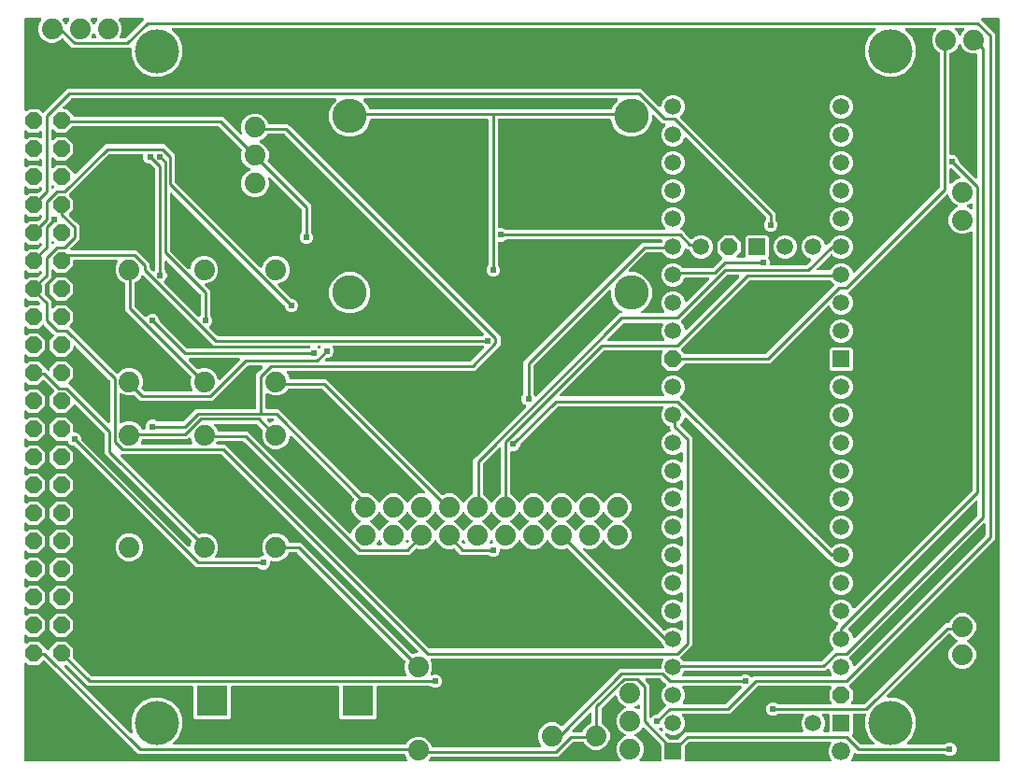
<source format=gbr>
G04 EAGLE Gerber RS-274X export*
G75*
%MOMM*%
%FSLAX34Y34*%
%LPD*%
%INTop Copper*%
%IPPOS*%
%AMOC8*
5,1,8,0,0,1.08239X$1,22.5*%
G01*
%ADD10C,1.879600*%
%ADD11P,1.649562X8X112.500000*%
%ADD12R,2.781300X2.781300*%
%ADD13R,1.508000X1.508000*%
%ADD14C,1.676400*%
%ADD15P,1.632244X8X22.500000*%
%ADD16C,1.508000*%
%ADD17C,0.254000*%
%ADD18C,0.609600*%
%ADD19C,4.000000*%
%ADD20C,3.116000*%

G36*
X584272Y411244D02*
X584272Y411244D01*
X584411Y411257D01*
X584430Y411264D01*
X584450Y411267D01*
X584579Y411318D01*
X584710Y411365D01*
X584727Y411376D01*
X584746Y411384D01*
X584858Y411465D01*
X584973Y411543D01*
X584986Y411559D01*
X585003Y411570D01*
X585092Y411678D01*
X585184Y411782D01*
X585193Y411800D01*
X585206Y411815D01*
X585265Y411941D01*
X585328Y412065D01*
X585333Y412085D01*
X585341Y412103D01*
X585367Y412240D01*
X585398Y412375D01*
X585397Y412396D01*
X585401Y412415D01*
X585392Y412554D01*
X585388Y412693D01*
X585383Y412713D01*
X585381Y412733D01*
X585339Y412865D01*
X585300Y412999D01*
X585289Y413016D01*
X585283Y413035D01*
X585209Y413153D01*
X585138Y413273D01*
X585120Y413294D01*
X585113Y413304D01*
X585100Y413316D01*
X585099Y413318D01*
X585094Y413323D01*
X585032Y413393D01*
X583823Y414602D01*
X582211Y418494D01*
X582211Y422706D01*
X583823Y426598D01*
X586802Y429577D01*
X590694Y431189D01*
X594906Y431189D01*
X598798Y429577D01*
X601777Y426598D01*
X603409Y422658D01*
X603419Y422546D01*
X603426Y422527D01*
X603429Y422507D01*
X603480Y422378D01*
X603527Y422247D01*
X603538Y422230D01*
X603546Y422211D01*
X603627Y422099D01*
X603705Y421984D01*
X603721Y421970D01*
X603732Y421954D01*
X603840Y421865D01*
X603944Y421773D01*
X603962Y421764D01*
X603977Y421751D01*
X604103Y421692D01*
X604227Y421629D01*
X604247Y421624D01*
X604265Y421616D01*
X604401Y421590D01*
X604537Y421559D01*
X604558Y421560D01*
X604577Y421556D01*
X604716Y421565D01*
X604855Y421569D01*
X604875Y421574D01*
X604895Y421576D01*
X605027Y421618D01*
X605161Y421657D01*
X605178Y421667D01*
X605197Y421674D01*
X605315Y421748D01*
X605435Y421819D01*
X605456Y421837D01*
X605466Y421844D01*
X605480Y421859D01*
X605555Y421925D01*
X625201Y441571D01*
X625286Y441680D01*
X625375Y441787D01*
X625383Y441806D01*
X625396Y441822D01*
X625451Y441950D01*
X625510Y442075D01*
X625514Y442095D01*
X625522Y442114D01*
X625544Y442252D01*
X625570Y442388D01*
X625569Y442408D01*
X625572Y442428D01*
X625559Y442567D01*
X625550Y442705D01*
X625544Y442724D01*
X625542Y442744D01*
X625495Y442876D01*
X625452Y443007D01*
X625442Y443025D01*
X625435Y443044D01*
X625357Y443159D01*
X625282Y443276D01*
X625267Y443290D01*
X625256Y443307D01*
X625152Y443399D01*
X625051Y443494D01*
X625033Y443504D01*
X625018Y443517D01*
X624894Y443580D01*
X624772Y443648D01*
X624752Y443653D01*
X624734Y443662D01*
X624599Y443692D01*
X624464Y443727D01*
X624436Y443729D01*
X624424Y443732D01*
X624404Y443731D01*
X624303Y443737D01*
X604172Y443737D01*
X604143Y443734D01*
X604113Y443736D01*
X603985Y443714D01*
X603856Y443697D01*
X603829Y443687D01*
X603800Y443682D01*
X603681Y443628D01*
X603561Y443580D01*
X603537Y443563D01*
X603510Y443551D01*
X603409Y443470D01*
X603303Y443394D01*
X603285Y443371D01*
X603262Y443352D01*
X603183Y443249D01*
X603101Y443149D01*
X603088Y443122D01*
X603070Y443098D01*
X602999Y442954D01*
X601777Y440002D01*
X598798Y437023D01*
X594906Y435411D01*
X590694Y435411D01*
X586802Y437023D01*
X583823Y440002D01*
X582211Y443894D01*
X582211Y448106D01*
X583823Y451998D01*
X586802Y454977D01*
X590694Y456589D01*
X594906Y456589D01*
X598798Y454977D01*
X601028Y452746D01*
X601106Y452686D01*
X601179Y452618D01*
X601232Y452589D01*
X601279Y452552D01*
X601370Y452512D01*
X601457Y452464D01*
X601516Y452449D01*
X601571Y452425D01*
X601669Y452410D01*
X601765Y452385D01*
X601865Y452379D01*
X601885Y452375D01*
X601898Y452377D01*
X601926Y452375D01*
X628621Y452375D01*
X628720Y452387D01*
X628819Y452390D01*
X628877Y452407D01*
X628937Y452415D01*
X629029Y452451D01*
X629124Y452479D01*
X629176Y452509D01*
X629233Y452532D01*
X629313Y452590D01*
X629398Y452640D01*
X629473Y452706D01*
X629490Y452718D01*
X629498Y452728D01*
X629519Y452746D01*
X635390Y458617D01*
X637501Y460729D01*
X637574Y460823D01*
X637653Y460912D01*
X637671Y460948D01*
X637696Y460980D01*
X637744Y461090D01*
X637798Y461196D01*
X637807Y461235D01*
X637823Y461272D01*
X637841Y461390D01*
X637867Y461506D01*
X637866Y461546D01*
X637872Y461586D01*
X637861Y461705D01*
X637858Y461824D01*
X637846Y461862D01*
X637843Y461903D01*
X637802Y462015D01*
X637769Y462129D01*
X637749Y462164D01*
X637735Y462202D01*
X637668Y462301D01*
X637608Y462403D01*
X637568Y462448D01*
X637556Y462465D01*
X637541Y462479D01*
X637501Y462524D01*
X633011Y467014D01*
X633011Y475786D01*
X639214Y481989D01*
X647986Y481989D01*
X654189Y475786D01*
X654189Y467014D01*
X650860Y463685D01*
X650775Y463576D01*
X650686Y463469D01*
X650678Y463450D01*
X650665Y463434D01*
X650610Y463306D01*
X650551Y463181D01*
X650547Y463161D01*
X650539Y463142D01*
X650517Y463004D01*
X650491Y462868D01*
X650492Y462848D01*
X650489Y462828D01*
X650502Y462689D01*
X650511Y462551D01*
X650517Y462532D01*
X650519Y462512D01*
X650566Y462380D01*
X650609Y462249D01*
X650620Y462231D01*
X650626Y462212D01*
X650705Y462097D01*
X650779Y461980D01*
X650794Y461966D01*
X650805Y461949D01*
X650909Y461857D01*
X651011Y461762D01*
X651028Y461752D01*
X651043Y461739D01*
X651168Y461675D01*
X651289Y461608D01*
X651309Y461603D01*
X651327Y461594D01*
X651463Y461564D01*
X651597Y461529D01*
X651625Y461527D01*
X651637Y461524D01*
X651657Y461525D01*
X651758Y461519D01*
X657142Y461519D01*
X657260Y461534D01*
X657379Y461541D01*
X657417Y461554D01*
X657458Y461559D01*
X657568Y461602D01*
X657681Y461639D01*
X657716Y461661D01*
X657753Y461676D01*
X657849Y461745D01*
X657950Y461809D01*
X657978Y461839D01*
X658011Y461862D01*
X658087Y461954D01*
X658168Y462041D01*
X658188Y462076D01*
X658213Y462107D01*
X658264Y462215D01*
X658322Y462319D01*
X658332Y462359D01*
X658349Y462395D01*
X658371Y462512D01*
X658401Y462627D01*
X658405Y462687D01*
X658409Y462707D01*
X658407Y462728D01*
X658411Y462788D01*
X658411Y480203D01*
X660197Y481989D01*
X677803Y481989D01*
X679589Y480203D01*
X679589Y462597D01*
X679489Y462498D01*
X679416Y462404D01*
X679338Y462314D01*
X679319Y462278D01*
X679294Y462247D01*
X679247Y462137D01*
X679193Y462031D01*
X679184Y461992D01*
X679168Y461955D01*
X679149Y461837D01*
X679123Y461721D01*
X679125Y461681D01*
X679118Y461641D01*
X679129Y461521D01*
X679133Y461403D01*
X679144Y461364D01*
X679148Y461324D01*
X679188Y461212D01*
X679221Y461097D01*
X679242Y461063D01*
X679256Y461025D01*
X679322Y460926D01*
X679383Y460824D01*
X679423Y460778D01*
X679434Y460762D01*
X679449Y460748D01*
X679489Y460703D01*
X679539Y460653D01*
X680467Y458413D01*
X680467Y455930D01*
X680482Y455812D01*
X680489Y455693D01*
X680502Y455655D01*
X680507Y455614D01*
X680550Y455504D01*
X680587Y455391D01*
X680609Y455356D01*
X680624Y455319D01*
X680693Y455223D01*
X680757Y455122D01*
X680787Y455094D01*
X680810Y455061D01*
X680902Y454985D01*
X680989Y454904D01*
X681024Y454884D01*
X681055Y454859D01*
X681163Y454808D01*
X681267Y454750D01*
X681307Y454740D01*
X681343Y454723D01*
X681460Y454701D01*
X681575Y454671D01*
X681635Y454667D01*
X681655Y454663D01*
X681676Y454665D01*
X681736Y454661D01*
X713203Y454661D01*
X713302Y454673D01*
X713401Y454676D01*
X713459Y454693D01*
X713519Y454701D01*
X713611Y454737D01*
X713706Y454765D01*
X713758Y454795D01*
X713815Y454818D01*
X713895Y454876D01*
X713980Y454926D01*
X714055Y454992D01*
X714072Y455004D01*
X714080Y455014D01*
X714101Y455032D01*
X717896Y458828D01*
X717927Y458867D01*
X717963Y458901D01*
X718024Y458992D01*
X718091Y459079D01*
X718111Y459125D01*
X718138Y459166D01*
X718174Y459270D01*
X718218Y459371D01*
X718225Y459420D01*
X718241Y459467D01*
X718250Y459576D01*
X718267Y459685D01*
X718263Y459735D01*
X718267Y459784D01*
X718248Y459892D01*
X718238Y460002D01*
X718221Y460048D01*
X718212Y460097D01*
X718167Y460198D01*
X718130Y460301D01*
X718102Y460342D01*
X718082Y460387D01*
X718013Y460473D01*
X717951Y460564D01*
X717914Y460597D01*
X717883Y460636D01*
X717795Y460702D01*
X717713Y460775D01*
X717669Y460797D01*
X717629Y460827D01*
X717484Y460898D01*
X713802Y462423D01*
X710823Y465402D01*
X709211Y469294D01*
X709211Y473506D01*
X710823Y477398D01*
X713802Y480377D01*
X717694Y481989D01*
X721906Y481989D01*
X725798Y480377D01*
X728777Y477398D01*
X730302Y473716D01*
X730327Y473672D01*
X730343Y473626D01*
X730405Y473535D01*
X730460Y473439D01*
X730494Y473404D01*
X730522Y473363D01*
X730604Y473290D01*
X730681Y473211D01*
X730723Y473185D01*
X730760Y473152D01*
X730858Y473102D01*
X730952Y473045D01*
X730999Y473030D01*
X731044Y473007D01*
X731151Y472983D01*
X731256Y472951D01*
X731305Y472949D01*
X731354Y472938D01*
X731464Y472941D01*
X731574Y472936D01*
X731622Y472946D01*
X731672Y472947D01*
X731777Y472978D01*
X731885Y473000D01*
X731930Y473022D01*
X731977Y473036D01*
X732072Y473092D01*
X732171Y473140D01*
X732209Y473172D01*
X732251Y473197D01*
X732372Y473304D01*
X734303Y475235D01*
X734479Y475235D01*
X734508Y475238D01*
X734538Y475236D01*
X734666Y475258D01*
X734795Y475275D01*
X734822Y475285D01*
X734851Y475290D01*
X734970Y475344D01*
X735090Y475392D01*
X735114Y475409D01*
X735141Y475421D01*
X735243Y475502D01*
X735348Y475578D01*
X735367Y475601D01*
X735390Y475620D01*
X735468Y475723D01*
X735551Y475823D01*
X735563Y475850D01*
X735581Y475874D01*
X735652Y476018D01*
X736223Y477398D01*
X739202Y480377D01*
X743094Y481989D01*
X747306Y481989D01*
X751198Y480377D01*
X754177Y477398D01*
X755789Y473506D01*
X755789Y469294D01*
X754177Y465402D01*
X751198Y462423D01*
X747306Y460811D01*
X743094Y460811D01*
X739202Y462423D01*
X737352Y464273D01*
X737258Y464346D01*
X737169Y464425D01*
X737133Y464443D01*
X737101Y464468D01*
X736991Y464516D01*
X736885Y464570D01*
X736846Y464579D01*
X736809Y464595D01*
X736691Y464613D01*
X736575Y464639D01*
X736535Y464638D01*
X736495Y464644D01*
X736376Y464633D01*
X736257Y464630D01*
X736218Y464618D01*
X736178Y464615D01*
X736066Y464574D01*
X735952Y464541D01*
X735917Y464521D01*
X735879Y464507D01*
X735780Y464440D01*
X735678Y464380D01*
X735633Y464340D01*
X735616Y464328D01*
X735602Y464313D01*
X735557Y464273D01*
X723539Y452255D01*
X723454Y452146D01*
X723365Y452039D01*
X723357Y452020D01*
X723344Y452004D01*
X723289Y451876D01*
X723230Y451751D01*
X723226Y451731D01*
X723218Y451712D01*
X723196Y451574D01*
X723170Y451438D01*
X723171Y451418D01*
X723168Y451398D01*
X723181Y451259D01*
X723190Y451121D01*
X723196Y451102D01*
X723198Y451082D01*
X723245Y450950D01*
X723288Y450819D01*
X723298Y450801D01*
X723305Y450782D01*
X723383Y450667D01*
X723458Y450550D01*
X723473Y450536D01*
X723484Y450519D01*
X723588Y450427D01*
X723689Y450332D01*
X723707Y450322D01*
X723722Y450309D01*
X723846Y450245D01*
X723968Y450178D01*
X723988Y450173D01*
X724006Y450164D01*
X724141Y450134D01*
X724276Y450099D01*
X724304Y450097D01*
X724316Y450094D01*
X724336Y450095D01*
X724437Y450089D01*
X734584Y450089D01*
X734614Y450092D01*
X734643Y450090D01*
X734771Y450112D01*
X734900Y450129D01*
X734927Y450139D01*
X734956Y450144D01*
X735075Y450198D01*
X735196Y450246D01*
X735219Y450263D01*
X735246Y450275D01*
X735348Y450356D01*
X735453Y450432D01*
X735472Y450455D01*
X735495Y450474D01*
X735573Y450577D01*
X735656Y450677D01*
X735668Y450704D01*
X735686Y450728D01*
X735757Y450872D01*
X736223Y451998D01*
X739202Y454977D01*
X743094Y456589D01*
X747306Y456589D01*
X751198Y454977D01*
X754177Y451998D01*
X755553Y448675D01*
X755578Y448632D01*
X755595Y448585D01*
X755656Y448494D01*
X755711Y448398D01*
X755745Y448363D01*
X755773Y448322D01*
X755856Y448249D01*
X755932Y448170D01*
X755974Y448144D01*
X756012Y448111D01*
X756110Y448061D01*
X756203Y448004D01*
X756251Y447989D01*
X756295Y447967D01*
X756402Y447943D01*
X756507Y447910D01*
X756557Y447908D01*
X756605Y447897D01*
X756715Y447900D01*
X756825Y447895D01*
X756873Y447905D01*
X756923Y447907D01*
X757029Y447937D01*
X757136Y447959D01*
X757181Y447981D01*
X757229Y447995D01*
X757323Y448051D01*
X757422Y448099D01*
X757460Y448131D01*
X757503Y448157D01*
X757623Y448263D01*
X834272Y524911D01*
X834332Y524989D01*
X834400Y525062D01*
X834429Y525115D01*
X834466Y525162D01*
X834506Y525253D01*
X834554Y525340D01*
X834569Y525399D01*
X834593Y525454D01*
X834608Y525552D01*
X834633Y525648D01*
X834639Y525748D01*
X834643Y525768D01*
X834641Y525781D01*
X834643Y525809D01*
X834643Y646898D01*
X834640Y646928D01*
X834642Y646957D01*
X834620Y647085D01*
X834603Y647214D01*
X834593Y647241D01*
X834588Y647271D01*
X834534Y647389D01*
X834486Y647510D01*
X834469Y647534D01*
X834457Y647561D01*
X834376Y647662D01*
X834300Y647767D01*
X834277Y647786D01*
X834258Y647809D01*
X834155Y647887D01*
X834055Y647970D01*
X834028Y647982D01*
X834004Y648000D01*
X833860Y648071D01*
X832950Y648448D01*
X829448Y651950D01*
X827553Y656524D01*
X827553Y661476D01*
X829448Y666050D01*
X831282Y667885D01*
X831367Y667994D01*
X831456Y668101D01*
X831465Y668120D01*
X831477Y668136D01*
X831533Y668264D01*
X831592Y668389D01*
X831595Y668409D01*
X831603Y668428D01*
X831625Y668566D01*
X831651Y668702D01*
X831650Y668722D01*
X831653Y668742D01*
X831640Y668881D01*
X831632Y669019D01*
X831625Y669038D01*
X831624Y669058D01*
X831576Y669190D01*
X831534Y669321D01*
X831523Y669339D01*
X831516Y669358D01*
X831438Y669473D01*
X831363Y669590D01*
X831349Y669604D01*
X831337Y669621D01*
X831233Y669713D01*
X831132Y669808D01*
X831114Y669818D01*
X831099Y669831D01*
X830975Y669895D01*
X830853Y669962D01*
X830834Y669967D01*
X830816Y669976D01*
X830680Y670006D01*
X830545Y670041D01*
X830517Y670043D01*
X830505Y670046D01*
X830485Y670045D01*
X830385Y670051D01*
X804609Y670051D01*
X804471Y670034D01*
X804332Y670021D01*
X804313Y670014D01*
X804293Y670011D01*
X804164Y669960D01*
X804033Y669913D01*
X804016Y669902D01*
X803998Y669894D01*
X803885Y669813D01*
X803770Y669735D01*
X803757Y669719D01*
X803740Y669708D01*
X803651Y669600D01*
X803560Y669496D01*
X803550Y669478D01*
X803537Y669463D01*
X803478Y669337D01*
X803415Y669213D01*
X803411Y669193D01*
X803402Y669175D01*
X803376Y669039D01*
X803345Y668903D01*
X803346Y668882D01*
X803342Y668863D01*
X803351Y668724D01*
X803355Y668585D01*
X803361Y668565D01*
X803362Y668545D01*
X803405Y668413D01*
X803443Y668279D01*
X803454Y668262D01*
X803460Y668243D01*
X803534Y668125D01*
X803605Y668005D01*
X803623Y667984D01*
X803630Y667974D01*
X803645Y667960D01*
X803711Y667885D01*
X809540Y662056D01*
X813049Y653585D01*
X813049Y644415D01*
X809540Y635944D01*
X803056Y629460D01*
X794585Y625951D01*
X785415Y625951D01*
X776944Y629460D01*
X770460Y635944D01*
X766951Y644415D01*
X766951Y653585D01*
X770460Y662056D01*
X776289Y667885D01*
X776374Y667994D01*
X776463Y668101D01*
X776471Y668120D01*
X776484Y668136D01*
X776539Y668264D01*
X776598Y668389D01*
X776602Y668409D01*
X776610Y668428D01*
X776632Y668566D01*
X776658Y668702D01*
X776657Y668722D01*
X776660Y668742D01*
X776647Y668881D01*
X776638Y669019D01*
X776632Y669038D01*
X776630Y669058D01*
X776583Y669190D01*
X776540Y669321D01*
X776529Y669339D01*
X776522Y669358D01*
X776444Y669473D01*
X776370Y669590D01*
X776355Y669604D01*
X776344Y669621D01*
X776240Y669713D01*
X776138Y669808D01*
X776121Y669818D01*
X776105Y669831D01*
X775981Y669895D01*
X775860Y669962D01*
X775840Y669967D01*
X775822Y669976D01*
X775686Y670006D01*
X775552Y670041D01*
X775524Y670043D01*
X775512Y670046D01*
X775491Y670045D01*
X775391Y670051D01*
X139609Y670051D01*
X139471Y670034D01*
X139332Y670021D01*
X139313Y670014D01*
X139293Y670011D01*
X139164Y669960D01*
X139033Y669913D01*
X139016Y669902D01*
X138998Y669894D01*
X138885Y669813D01*
X138770Y669735D01*
X138757Y669719D01*
X138740Y669708D01*
X138651Y669600D01*
X138560Y669496D01*
X138550Y669478D01*
X138537Y669463D01*
X138478Y669337D01*
X138415Y669213D01*
X138411Y669193D01*
X138402Y669175D01*
X138376Y669039D01*
X138345Y668903D01*
X138346Y668882D01*
X138342Y668863D01*
X138351Y668724D01*
X138355Y668585D01*
X138361Y668565D01*
X138362Y668545D01*
X138405Y668413D01*
X138443Y668279D01*
X138454Y668262D01*
X138460Y668243D01*
X138534Y668125D01*
X138605Y668005D01*
X138623Y667984D01*
X138630Y667974D01*
X138645Y667960D01*
X138711Y667885D01*
X144540Y662056D01*
X148049Y653585D01*
X148049Y644415D01*
X144540Y635944D01*
X138056Y629460D01*
X129585Y625951D01*
X120415Y625951D01*
X111944Y629460D01*
X105460Y635944D01*
X101951Y644415D01*
X101951Y650563D01*
X101934Y650701D01*
X101921Y650840D01*
X101914Y650859D01*
X101911Y650879D01*
X101860Y651008D01*
X101813Y651139D01*
X101802Y651156D01*
X101794Y651175D01*
X101713Y651287D01*
X101634Y651402D01*
X101619Y651416D01*
X101608Y651432D01*
X101500Y651521D01*
X101396Y651613D01*
X101378Y651622D01*
X101363Y651635D01*
X101237Y651694D01*
X101113Y651757D01*
X101093Y651762D01*
X101075Y651770D01*
X100939Y651796D01*
X100802Y651827D01*
X100782Y651826D01*
X100763Y651830D01*
X100624Y651821D01*
X100485Y651817D01*
X100465Y651812D01*
X100445Y651810D01*
X100313Y651768D01*
X100298Y651763D01*
X48503Y651763D01*
X45602Y654665D01*
X40332Y659935D01*
X40238Y660008D01*
X40149Y660086D01*
X40113Y660105D01*
X40081Y660129D01*
X39971Y660177D01*
X39865Y660231D01*
X39826Y660240D01*
X39789Y660256D01*
X39671Y660275D01*
X39555Y660301D01*
X39515Y660299D01*
X39475Y660306D01*
X39356Y660295D01*
X39237Y660291D01*
X39198Y660280D01*
X39158Y660276D01*
X39046Y660236D01*
X38932Y660202D01*
X38897Y660182D01*
X38859Y660168D01*
X38760Y660101D01*
X38658Y660041D01*
X38613Y660001D01*
X38596Y659990D01*
X38582Y659974D01*
X38537Y659935D01*
X37050Y658448D01*
X32476Y656553D01*
X27524Y656553D01*
X22950Y658448D01*
X19448Y661950D01*
X17553Y666524D01*
X17553Y671476D01*
X19448Y676051D01*
X20150Y676753D01*
X20235Y676862D01*
X20324Y676969D01*
X20333Y676988D01*
X20345Y677004D01*
X20400Y677132D01*
X20460Y677257D01*
X20463Y677277D01*
X20471Y677296D01*
X20493Y677434D01*
X20519Y677570D01*
X20518Y677590D01*
X20521Y677610D01*
X20508Y677749D01*
X20500Y677887D01*
X20493Y677906D01*
X20492Y677926D01*
X20444Y678057D01*
X20402Y678189D01*
X20391Y678207D01*
X20384Y678226D01*
X20306Y678340D01*
X20231Y678458D01*
X20217Y678472D01*
X20205Y678489D01*
X20101Y678581D01*
X20000Y678676D01*
X19982Y678686D01*
X19967Y678699D01*
X19843Y678762D01*
X19721Y678830D01*
X19702Y678835D01*
X19684Y678844D01*
X19548Y678874D01*
X19413Y678909D01*
X19385Y678911D01*
X19373Y678914D01*
X19353Y678913D01*
X19253Y678919D01*
X6350Y678919D01*
X6232Y678904D01*
X6113Y678897D01*
X6075Y678884D01*
X6034Y678879D01*
X5924Y678836D01*
X5811Y678799D01*
X5776Y678777D01*
X5739Y678762D01*
X5643Y678693D01*
X5542Y678629D01*
X5514Y678599D01*
X5481Y678576D01*
X5405Y678484D01*
X5324Y678397D01*
X5304Y678362D01*
X5279Y678331D01*
X5228Y678223D01*
X5170Y678119D01*
X5160Y678079D01*
X5143Y678043D01*
X5121Y677926D01*
X5091Y677811D01*
X5087Y677751D01*
X5083Y677731D01*
X5085Y677710D01*
X5081Y677650D01*
X5081Y595733D01*
X5098Y595595D01*
X5111Y595456D01*
X5118Y595437D01*
X5121Y595417D01*
X5172Y595288D01*
X5219Y595157D01*
X5230Y595140D01*
X5238Y595122D01*
X5319Y595009D01*
X5397Y594894D01*
X5413Y594881D01*
X5424Y594864D01*
X5532Y594775D01*
X5636Y594684D01*
X5654Y594674D01*
X5669Y594661D01*
X5795Y594602D01*
X5919Y594539D01*
X5939Y594535D01*
X5957Y594526D01*
X6094Y594500D01*
X6229Y594469D01*
X6250Y594470D01*
X6269Y594466D01*
X6408Y594475D01*
X6547Y594479D01*
X6567Y594485D01*
X6587Y594486D01*
X6719Y594529D01*
X6853Y594567D01*
X6870Y594578D01*
X6889Y594584D01*
X7007Y594658D01*
X7127Y594729D01*
X7148Y594747D01*
X7158Y594754D01*
X7172Y594769D01*
X7247Y594835D01*
X8881Y596469D01*
X17719Y596469D01*
X20822Y593366D01*
X20916Y593293D01*
X21005Y593214D01*
X21041Y593196D01*
X21073Y593171D01*
X21182Y593124D01*
X21288Y593070D01*
X21328Y593061D01*
X21365Y593045D01*
X21483Y593026D01*
X21598Y593000D01*
X21639Y593001D01*
X21679Y592995D01*
X21797Y593006D01*
X21916Y593010D01*
X21955Y593021D01*
X21995Y593025D01*
X22108Y593065D01*
X22222Y593098D01*
X22257Y593119D01*
X22295Y593132D01*
X22393Y593199D01*
X22496Y593260D01*
X22541Y593300D01*
X22558Y593311D01*
X22571Y593326D01*
X22617Y593366D01*
X43931Y614681D01*
X564145Y614681D01*
X567046Y611779D01*
X580045Y598781D01*
X580154Y598696D01*
X580261Y598607D01*
X580280Y598599D01*
X580296Y598586D01*
X580424Y598531D01*
X580549Y598472D01*
X580569Y598468D01*
X580588Y598460D01*
X580726Y598438D01*
X580862Y598412D01*
X580882Y598413D01*
X580902Y598410D01*
X581041Y598423D01*
X581179Y598432D01*
X581198Y598438D01*
X581218Y598440D01*
X581350Y598487D01*
X581481Y598530D01*
X581499Y598540D01*
X581518Y598547D01*
X581633Y598625D01*
X581750Y598700D01*
X581764Y598715D01*
X581781Y598726D01*
X581873Y598830D01*
X581968Y598931D01*
X581978Y598949D01*
X581991Y598964D01*
X582055Y599088D01*
X582122Y599210D01*
X582127Y599230D01*
X582136Y599248D01*
X582166Y599383D01*
X582201Y599518D01*
X582203Y599546D01*
X582206Y599558D01*
X582205Y599578D01*
X582211Y599679D01*
X582211Y600506D01*
X583823Y604398D01*
X586802Y607377D01*
X590694Y608989D01*
X594906Y608989D01*
X598798Y607377D01*
X601777Y604398D01*
X603389Y600506D01*
X603389Y596294D01*
X601777Y592402D01*
X599570Y590195D01*
X599497Y590101D01*
X599418Y590012D01*
X599400Y589976D01*
X599375Y589944D01*
X599327Y589834D01*
X599273Y589728D01*
X599264Y589689D01*
X599248Y589652D01*
X599230Y589534D01*
X599204Y589418D01*
X599205Y589378D01*
X599199Y589338D01*
X599210Y589219D01*
X599213Y589100D01*
X599225Y589061D01*
X599228Y589021D01*
X599269Y588909D01*
X599302Y588795D01*
X599322Y588760D01*
X599336Y588722D01*
X599403Y588623D01*
X599463Y588521D01*
X599503Y588476D01*
X599515Y588459D01*
X599530Y588445D01*
X599570Y588400D01*
X685547Y502423D01*
X685547Y496319D01*
X685559Y496221D01*
X685562Y496122D01*
X685579Y496064D01*
X685587Y496004D01*
X685623Y495912D01*
X685651Y495816D01*
X685681Y495764D01*
X685704Y495708D01*
X685762Y495628D01*
X685812Y495542D01*
X685878Y495467D01*
X685890Y495451D01*
X685900Y495443D01*
X685919Y495422D01*
X686397Y494943D01*
X687325Y492703D01*
X687325Y490277D01*
X686397Y488036D01*
X684682Y486321D01*
X682441Y485393D01*
X680015Y485393D01*
X677774Y486321D01*
X676059Y488036D01*
X675131Y490277D01*
X675131Y492703D01*
X676059Y494943D01*
X676537Y495422D01*
X676598Y495500D01*
X676666Y495572D01*
X676695Y495625D01*
X676732Y495673D01*
X676772Y495764D01*
X676820Y495850D01*
X676835Y495909D01*
X676859Y495965D01*
X676874Y496063D01*
X676899Y496158D01*
X676905Y496258D01*
X676909Y496279D01*
X676907Y496291D01*
X676909Y496319D01*
X676909Y498319D01*
X676897Y498418D01*
X676894Y498517D01*
X676877Y498575D01*
X676869Y498635D01*
X676833Y498727D01*
X676805Y498822D01*
X676775Y498874D01*
X676752Y498931D01*
X676694Y499011D01*
X676644Y499096D01*
X676578Y499171D01*
X676566Y499188D01*
X676556Y499196D01*
X676538Y499217D01*
X605163Y570591D01*
X605124Y570622D01*
X605090Y570659D01*
X604999Y570719D01*
X604912Y570786D01*
X604866Y570806D01*
X604825Y570833D01*
X604721Y570869D01*
X604620Y570913D01*
X604571Y570920D01*
X604524Y570937D01*
X604414Y570945D01*
X604306Y570962D01*
X604256Y570958D01*
X604207Y570962D01*
X604099Y570943D01*
X603989Y570933D01*
X603942Y570916D01*
X603893Y570907D01*
X603793Y570862D01*
X603690Y570825D01*
X603649Y570797D01*
X603603Y570777D01*
X603518Y570708D01*
X603427Y570646D01*
X603394Y570609D01*
X603355Y570578D01*
X603289Y570490D01*
X603216Y570408D01*
X603194Y570364D01*
X603164Y570324D01*
X603093Y570180D01*
X601777Y567002D01*
X598798Y564023D01*
X594906Y562411D01*
X590694Y562411D01*
X586802Y564023D01*
X583823Y567002D01*
X582211Y570894D01*
X582211Y575106D01*
X583823Y578998D01*
X585842Y581017D01*
X585927Y581126D01*
X586016Y581233D01*
X586024Y581252D01*
X586037Y581268D01*
X586092Y581396D01*
X586151Y581521D01*
X586155Y581541D01*
X586163Y581560D01*
X586185Y581698D01*
X586211Y581834D01*
X586210Y581854D01*
X586213Y581874D01*
X586200Y582013D01*
X586191Y582151D01*
X586185Y582170D01*
X586183Y582190D01*
X586136Y582322D01*
X586093Y582453D01*
X586082Y582471D01*
X586076Y582490D01*
X585997Y582605D01*
X585923Y582722D01*
X585908Y582736D01*
X585897Y582753D01*
X585793Y582845D01*
X585691Y582940D01*
X585674Y582950D01*
X585659Y582963D01*
X585534Y583027D01*
X585413Y583094D01*
X585393Y583099D01*
X585375Y583108D01*
X585239Y583138D01*
X585105Y583173D01*
X585077Y583175D01*
X585065Y583178D01*
X585045Y583177D01*
X584944Y583183D01*
X583427Y583183D01*
X575795Y590815D01*
X575686Y590900D01*
X575579Y590989D01*
X575560Y590997D01*
X575544Y591010D01*
X575416Y591065D01*
X575291Y591124D01*
X575271Y591128D01*
X575252Y591136D01*
X575114Y591158D01*
X574978Y591184D01*
X574958Y591183D01*
X574938Y591186D01*
X574799Y591173D01*
X574661Y591164D01*
X574642Y591158D01*
X574622Y591156D01*
X574490Y591109D01*
X574359Y591066D01*
X574341Y591056D01*
X574322Y591049D01*
X574207Y590971D01*
X574090Y590896D01*
X574076Y590881D01*
X574059Y590870D01*
X573967Y590766D01*
X573872Y590665D01*
X573862Y590647D01*
X573849Y590632D01*
X573785Y590508D01*
X573718Y590386D01*
X573713Y590366D01*
X573704Y590348D01*
X573674Y590213D01*
X573639Y590078D01*
X573637Y590050D01*
X573634Y590038D01*
X573635Y590018D01*
X573629Y589917D01*
X573629Y586294D01*
X570793Y579448D01*
X565552Y574207D01*
X558706Y571371D01*
X551294Y571371D01*
X544448Y574207D01*
X539207Y579448D01*
X536371Y586294D01*
X536371Y586486D01*
X536356Y586604D01*
X536349Y586723D01*
X536336Y586761D01*
X536331Y586802D01*
X536288Y586912D01*
X536251Y587025D01*
X536229Y587060D01*
X536214Y587097D01*
X536145Y587193D01*
X536081Y587294D01*
X536051Y587322D01*
X536028Y587355D01*
X535936Y587431D01*
X535849Y587512D01*
X535814Y587532D01*
X535783Y587557D01*
X535675Y587608D01*
X535571Y587666D01*
X535531Y587676D01*
X535495Y587693D01*
X535378Y587715D01*
X535263Y587745D01*
X535203Y587749D01*
X535183Y587753D01*
X535162Y587751D01*
X535102Y587755D01*
X435356Y587755D01*
X435238Y587740D01*
X435119Y587733D01*
X435081Y587720D01*
X435040Y587715D01*
X434930Y587672D01*
X434817Y587635D01*
X434782Y587613D01*
X434745Y587598D01*
X434649Y587529D01*
X434548Y587465D01*
X434520Y587435D01*
X434487Y587412D01*
X434411Y587320D01*
X434330Y587233D01*
X434310Y587198D01*
X434285Y587167D01*
X434234Y587059D01*
X434176Y586955D01*
X434166Y586915D01*
X434149Y586879D01*
X434127Y586762D01*
X434097Y586647D01*
X434093Y586587D01*
X434089Y586567D01*
X434091Y586546D01*
X434087Y586486D01*
X434087Y489712D01*
X434102Y489594D01*
X434109Y489475D01*
X434122Y489437D01*
X434127Y489396D01*
X434170Y489286D01*
X434207Y489173D01*
X434229Y489138D01*
X434244Y489101D01*
X434313Y489005D01*
X434377Y488904D01*
X434407Y488876D01*
X434430Y488843D01*
X434522Y488767D01*
X434609Y488686D01*
X434644Y488666D01*
X434675Y488641D01*
X434783Y488590D01*
X434887Y488532D01*
X434927Y488522D01*
X434963Y488505D01*
X435080Y488483D01*
X435195Y488453D01*
X435255Y488449D01*
X435275Y488445D01*
X435296Y488447D01*
X435356Y488443D01*
X437839Y488443D01*
X440080Y487515D01*
X440558Y487036D01*
X440636Y486976D01*
X440708Y486908D01*
X440761Y486879D01*
X440809Y486842D01*
X440900Y486802D01*
X440986Y486754D01*
X441045Y486739D01*
X441101Y486715D01*
X441199Y486700D01*
X441294Y486675D01*
X441394Y486669D01*
X441415Y486665D01*
X441427Y486667D01*
X441455Y486665D01*
X584896Y486665D01*
X585034Y486682D01*
X585173Y486695D01*
X585192Y486702D01*
X585212Y486705D01*
X585341Y486756D01*
X585472Y486803D01*
X585489Y486814D01*
X585508Y486822D01*
X585620Y486903D01*
X585735Y486981D01*
X585748Y486997D01*
X585765Y487008D01*
X585854Y487116D01*
X585946Y487220D01*
X585955Y487238D01*
X585968Y487253D01*
X586027Y487379D01*
X586090Y487503D01*
X586095Y487523D01*
X586103Y487541D01*
X586129Y487677D01*
X586160Y487813D01*
X586159Y487834D01*
X586163Y487853D01*
X586154Y487992D01*
X586150Y488131D01*
X586145Y488151D01*
X586143Y488171D01*
X586100Y488303D01*
X586062Y488437D01*
X586051Y488454D01*
X586045Y488473D01*
X585971Y488591D01*
X585900Y488711D01*
X585882Y488732D01*
X585875Y488742D01*
X585860Y488756D01*
X585794Y488831D01*
X583823Y490802D01*
X582211Y494694D01*
X582211Y498906D01*
X583823Y502798D01*
X586802Y505777D01*
X590694Y507389D01*
X594906Y507389D01*
X598798Y505777D01*
X601777Y502798D01*
X603389Y498906D01*
X603389Y494694D01*
X601777Y490802D01*
X599806Y488831D01*
X599721Y488722D01*
X599632Y488615D01*
X599624Y488596D01*
X599611Y488580D01*
X599556Y488452D01*
X599497Y488327D01*
X599493Y488307D01*
X599485Y488288D01*
X599463Y488150D01*
X599437Y488014D01*
X599438Y487994D01*
X599435Y487974D01*
X599448Y487835D01*
X599457Y487697D01*
X599463Y487678D01*
X599465Y487658D01*
X599512Y487526D01*
X599555Y487395D01*
X599566Y487377D01*
X599572Y487358D01*
X599651Y487243D01*
X599725Y487126D01*
X599740Y487112D01*
X599751Y487095D01*
X599855Y487003D01*
X599957Y486908D01*
X599974Y486898D01*
X599989Y486885D01*
X600114Y486821D01*
X600235Y486754D01*
X600255Y486749D01*
X600273Y486740D01*
X600409Y486710D01*
X600543Y486675D01*
X600571Y486673D01*
X600583Y486670D01*
X600603Y486671D01*
X600704Y486665D01*
X600721Y486665D01*
X603622Y483763D01*
X608708Y478678D01*
X608802Y478605D01*
X608891Y478526D01*
X608927Y478508D01*
X608959Y478483D01*
X609069Y478435D01*
X609175Y478381D01*
X609214Y478372D01*
X609251Y478356D01*
X609369Y478338D01*
X609485Y478312D01*
X609525Y478313D01*
X609565Y478307D01*
X609684Y478318D01*
X609803Y478321D01*
X609842Y478333D01*
X609882Y478336D01*
X609994Y478377D01*
X610108Y478410D01*
X610143Y478430D01*
X610181Y478444D01*
X610280Y478511D01*
X610382Y478571D01*
X610427Y478611D01*
X610444Y478623D01*
X610458Y478638D01*
X610503Y478678D01*
X612202Y480377D01*
X616094Y481989D01*
X620306Y481989D01*
X624198Y480377D01*
X627177Y477398D01*
X628789Y473506D01*
X628789Y469294D01*
X627177Y465402D01*
X624198Y462423D01*
X620306Y460811D01*
X616094Y460811D01*
X612202Y462423D01*
X609223Y465402D01*
X608106Y468100D01*
X608091Y468125D01*
X608082Y468153D01*
X608013Y468263D01*
X607948Y468376D01*
X607928Y468397D01*
X607912Y468422D01*
X607818Y468511D01*
X607727Y468604D01*
X607702Y468620D01*
X607680Y468640D01*
X607567Y468703D01*
X607456Y468771D01*
X607428Y468779D01*
X607402Y468794D01*
X607276Y468826D01*
X607152Y468864D01*
X607123Y468866D01*
X607094Y468873D01*
X606933Y468883D01*
X606287Y468883D01*
X605461Y469710D01*
X605421Y469740D01*
X605388Y469777D01*
X605296Y469838D01*
X605209Y469905D01*
X605164Y469924D01*
X605122Y469952D01*
X605018Y469987D01*
X604917Y470031D01*
X604868Y470039D01*
X604821Y470055D01*
X604712Y470064D01*
X604603Y470081D01*
X604554Y470076D01*
X604504Y470080D01*
X604396Y470061D01*
X604287Y470051D01*
X604240Y470034D01*
X604191Y470026D01*
X604091Y469981D01*
X603987Y469944D01*
X603946Y469916D01*
X603901Y469895D01*
X603815Y469827D01*
X603724Y469765D01*
X603691Y469728D01*
X603653Y469697D01*
X603586Y469609D01*
X603514Y469527D01*
X603491Y469482D01*
X603461Y469443D01*
X603390Y469298D01*
X601777Y465402D01*
X598798Y462423D01*
X594906Y460811D01*
X590694Y460811D01*
X586802Y462423D01*
X583823Y465402D01*
X583653Y465814D01*
X583638Y465839D01*
X583629Y465867D01*
X583560Y465977D01*
X583495Y466090D01*
X583475Y466111D01*
X583459Y466136D01*
X583364Y466225D01*
X583274Y466318D01*
X583249Y466334D01*
X583227Y466354D01*
X583114Y466417D01*
X583003Y466485D01*
X582975Y466493D01*
X582949Y466508D01*
X582823Y466540D01*
X582699Y466578D01*
X582669Y466580D01*
X582641Y466587D01*
X582480Y466597D01*
X569243Y466597D01*
X569144Y466585D01*
X569045Y466582D01*
X568987Y466565D01*
X568927Y466557D01*
X568835Y466521D01*
X568740Y466493D01*
X568688Y466463D01*
X568631Y466440D01*
X568551Y466382D01*
X568466Y466332D01*
X568391Y466266D01*
X568374Y466254D01*
X568366Y466244D01*
X568345Y466226D01*
X552915Y450795D01*
X552830Y450686D01*
X552741Y450579D01*
X552733Y450560D01*
X552720Y450544D01*
X552665Y450416D01*
X552606Y450291D01*
X552602Y450271D01*
X552594Y450252D01*
X552572Y450114D01*
X552546Y449978D01*
X552547Y449958D01*
X552544Y449938D01*
X552557Y449799D01*
X552566Y449661D01*
X552572Y449642D01*
X552574Y449622D01*
X552621Y449490D01*
X552664Y449359D01*
X552674Y449341D01*
X552681Y449322D01*
X552759Y449207D01*
X552834Y449090D01*
X552849Y449076D01*
X552860Y449059D01*
X552964Y448967D01*
X553065Y448872D01*
X553083Y448862D01*
X553098Y448849D01*
X553222Y448785D01*
X553344Y448718D01*
X553364Y448713D01*
X553382Y448704D01*
X553517Y448674D01*
X553652Y448639D01*
X553680Y448637D01*
X553692Y448634D01*
X553712Y448635D01*
X553813Y448629D01*
X558706Y448629D01*
X565552Y445793D01*
X570793Y440552D01*
X573629Y433706D01*
X573629Y426294D01*
X570793Y419448D01*
X565552Y414207D01*
X564252Y413669D01*
X564195Y413636D01*
X564160Y413622D01*
X564158Y413621D01*
X564126Y413608D01*
X564054Y413556D01*
X563975Y413511D01*
X563925Y413463D01*
X563869Y413422D01*
X563812Y413352D01*
X563747Y413290D01*
X563711Y413230D01*
X563666Y413177D01*
X563628Y413095D01*
X563581Y413019D01*
X563560Y412952D01*
X563531Y412889D01*
X563514Y412801D01*
X563487Y412715D01*
X563484Y412645D01*
X563471Y412576D01*
X563476Y412487D01*
X563472Y412397D01*
X563486Y412329D01*
X563491Y412259D01*
X563518Y412174D01*
X563536Y412086D01*
X563567Y412023D01*
X563589Y411957D01*
X563637Y411881D01*
X563676Y411800D01*
X563721Y411747D01*
X563759Y411688D01*
X563824Y411626D01*
X563882Y411558D01*
X563939Y411518D01*
X563990Y411470D01*
X564069Y411427D01*
X564142Y411375D01*
X564208Y411350D01*
X564269Y411316D01*
X564356Y411294D01*
X564440Y411262D01*
X564509Y411254D01*
X564577Y411237D01*
X564737Y411227D01*
X584134Y411227D01*
X584272Y411244D01*
G37*
G36*
X727018Y95771D02*
X727018Y95771D01*
X727117Y95774D01*
X727175Y95791D01*
X727235Y95799D01*
X727327Y95835D01*
X727422Y95863D01*
X727474Y95893D01*
X727531Y95916D01*
X727611Y95974D01*
X727696Y96024D01*
X727771Y96090D01*
X727788Y96102D01*
X727796Y96112D01*
X727817Y96130D01*
X735974Y104287D01*
X737958Y106272D01*
X738031Y106366D01*
X738110Y106455D01*
X738128Y106491D01*
X738153Y106523D01*
X738201Y106633D01*
X738255Y106739D01*
X738264Y106778D01*
X738280Y106815D01*
X738298Y106933D01*
X738324Y107049D01*
X738323Y107089D01*
X738329Y107129D01*
X738318Y107248D01*
X738315Y107367D01*
X738303Y107406D01*
X738300Y107446D01*
X738259Y107558D01*
X738226Y107672D01*
X738206Y107707D01*
X738192Y107745D01*
X738125Y107844D01*
X738065Y107946D01*
X738025Y107991D01*
X738013Y108008D01*
X737998Y108022D01*
X737958Y108067D01*
X736223Y109802D01*
X734611Y113694D01*
X734611Y117906D01*
X736223Y121798D01*
X739202Y124777D01*
X740134Y125163D01*
X740159Y125177D01*
X740187Y125186D01*
X740297Y125256D01*
X740410Y125320D01*
X740431Y125341D01*
X740456Y125357D01*
X740545Y125451D01*
X740638Y125541D01*
X740654Y125567D01*
X740674Y125588D01*
X740737Y125702D01*
X740805Y125813D01*
X740813Y125841D01*
X740828Y125867D01*
X740860Y125992D01*
X740898Y126117D01*
X740900Y126146D01*
X740907Y126175D01*
X740917Y126335D01*
X740917Y127519D01*
X742398Y129000D01*
X742429Y129039D01*
X742465Y129073D01*
X742526Y129164D01*
X742593Y129251D01*
X742613Y129297D01*
X742640Y129338D01*
X742676Y129442D01*
X742719Y129543D01*
X742727Y129592D01*
X742743Y129639D01*
X742752Y129748D01*
X742769Y129857D01*
X742765Y129907D01*
X742769Y129956D01*
X742750Y130064D01*
X742740Y130174D01*
X742723Y130220D01*
X742714Y130269D01*
X742669Y130370D01*
X742632Y130473D01*
X742604Y130514D01*
X742584Y130559D01*
X742515Y130645D01*
X742453Y130736D01*
X742416Y130769D01*
X742385Y130808D01*
X742297Y130874D01*
X742215Y130947D01*
X742171Y130969D01*
X742131Y130999D01*
X741986Y131070D01*
X739202Y132223D01*
X736223Y135202D01*
X734611Y139094D01*
X734611Y143306D01*
X736223Y147198D01*
X739202Y150177D01*
X743094Y151789D01*
X747306Y151789D01*
X751198Y150177D01*
X754177Y147198D01*
X755330Y144414D01*
X755355Y144370D01*
X755371Y144324D01*
X755433Y144233D01*
X755488Y144137D01*
X755522Y144102D01*
X755550Y144061D01*
X755632Y143988D01*
X755709Y143909D01*
X755751Y143883D01*
X755788Y143850D01*
X755886Y143800D01*
X755980Y143743D01*
X756027Y143728D01*
X756072Y143705D01*
X756179Y143681D01*
X756284Y143649D01*
X756334Y143647D01*
X756382Y143636D01*
X756492Y143639D01*
X756602Y143634D01*
X756650Y143644D01*
X756700Y143645D01*
X756805Y143676D01*
X756913Y143698D01*
X756958Y143720D01*
X757005Y143734D01*
X757100Y143790D01*
X757199Y143838D01*
X757237Y143870D01*
X757279Y143895D01*
X757400Y144002D01*
X863990Y250591D01*
X864050Y250669D01*
X864118Y250742D01*
X864147Y250795D01*
X864184Y250842D01*
X864224Y250933D01*
X864272Y251020D01*
X864287Y251079D01*
X864311Y251134D01*
X864326Y251232D01*
X864351Y251328D01*
X864357Y251428D01*
X864361Y251448D01*
X864359Y251461D01*
X864361Y251489D01*
X864361Y484295D01*
X864344Y484433D01*
X864331Y484571D01*
X864324Y484590D01*
X864321Y484610D01*
X864270Y484740D01*
X864223Y484870D01*
X864212Y484887D01*
X864204Y484906D01*
X864123Y485018D01*
X864045Y485134D01*
X864029Y485147D01*
X864018Y485163D01*
X863910Y485252D01*
X863806Y485344D01*
X863788Y485353D01*
X863773Y485366D01*
X863647Y485425D01*
X863523Y485489D01*
X863503Y485493D01*
X863485Y485502D01*
X863349Y485528D01*
X863213Y485558D01*
X863192Y485558D01*
X863173Y485561D01*
X863034Y485553D01*
X862895Y485549D01*
X862875Y485543D01*
X862855Y485542D01*
X862723Y485499D01*
X862589Y485460D01*
X862572Y485450D01*
X862553Y485444D01*
X862435Y485369D01*
X862315Y485299D01*
X862294Y485280D01*
X862284Y485273D01*
X862270Y485258D01*
X862194Y485192D01*
X862051Y485048D01*
X857476Y483153D01*
X852524Y483153D01*
X847950Y485048D01*
X844448Y488550D01*
X842553Y493124D01*
X842553Y498076D01*
X844448Y502650D01*
X847950Y506152D01*
X850305Y507127D01*
X850425Y507196D01*
X850548Y507261D01*
X850563Y507275D01*
X850581Y507285D01*
X850681Y507382D01*
X850784Y507475D01*
X850795Y507492D01*
X850809Y507506D01*
X850882Y507625D01*
X850958Y507741D01*
X850965Y507760D01*
X850976Y507777D01*
X851016Y507910D01*
X851062Y508042D01*
X851063Y508062D01*
X851069Y508081D01*
X851076Y508220D01*
X851087Y508359D01*
X851083Y508379D01*
X851084Y508399D01*
X851056Y508535D01*
X851032Y508672D01*
X851024Y508691D01*
X851020Y508710D01*
X850959Y508836D01*
X850902Y508962D01*
X850889Y508978D01*
X850880Y508996D01*
X850790Y509102D01*
X850703Y509210D01*
X850687Y509223D01*
X850674Y509238D01*
X850560Y509318D01*
X850449Y509402D01*
X850424Y509414D01*
X850414Y509421D01*
X850395Y509428D01*
X850305Y509473D01*
X847950Y510448D01*
X844448Y513950D01*
X842562Y518504D01*
X842537Y518547D01*
X842520Y518594D01*
X842458Y518685D01*
X842404Y518780D01*
X842369Y518816D01*
X842341Y518857D01*
X842259Y518930D01*
X842183Y519009D01*
X842140Y519035D01*
X842103Y519068D01*
X842005Y519118D01*
X841912Y519175D01*
X841864Y519190D01*
X841820Y519212D01*
X841713Y519236D01*
X841608Y519269D01*
X841558Y519271D01*
X841509Y519282D01*
X841399Y519279D01*
X841290Y519284D01*
X841241Y519274D01*
X841192Y519272D01*
X841086Y519242D01*
X840979Y519219D01*
X840934Y519198D01*
X840886Y519184D01*
X840792Y519128D01*
X840693Y519080D01*
X840655Y519047D01*
X840612Y519022D01*
X840491Y518916D01*
X840379Y518803D01*
X752073Y430497D01*
X752000Y430403D01*
X751921Y430314D01*
X751903Y430278D01*
X751878Y430246D01*
X751830Y430136D01*
X751776Y430030D01*
X751767Y429991D01*
X751751Y429954D01*
X751733Y429836D01*
X751707Y429720D01*
X751708Y429680D01*
X751702Y429640D01*
X751713Y429521D01*
X751716Y429402D01*
X751728Y429363D01*
X751731Y429323D01*
X751772Y429211D01*
X751805Y429097D01*
X751825Y429062D01*
X751839Y429024D01*
X751906Y428925D01*
X751966Y428823D01*
X752006Y428778D01*
X752018Y428761D01*
X752033Y428747D01*
X752073Y428702D01*
X754177Y426598D01*
X755789Y422706D01*
X755789Y418494D01*
X754177Y414602D01*
X751198Y411623D01*
X747306Y410011D01*
X743094Y410011D01*
X739202Y411623D01*
X736223Y414602D01*
X734928Y417729D01*
X734904Y417772D01*
X734887Y417819D01*
X734825Y417910D01*
X734771Y418005D01*
X734736Y418041D01*
X734708Y418082D01*
X734626Y418154D01*
X734549Y418233D01*
X734507Y418259D01*
X734470Y418292D01*
X734372Y418342D01*
X734278Y418400D01*
X734231Y418414D01*
X734187Y418437D01*
X734079Y418461D01*
X733974Y418493D01*
X733925Y418496D01*
X733876Y418506D01*
X733766Y418503D01*
X733657Y418508D01*
X733608Y418498D01*
X733558Y418497D01*
X733453Y418466D01*
X733345Y418444D01*
X733300Y418422D01*
X733253Y418408D01*
X733158Y418353D01*
X733059Y418304D01*
X733022Y418272D01*
X732979Y418247D01*
X732858Y418140D01*
X680731Y366013D01*
X604514Y366013D01*
X604416Y366001D01*
X604316Y365998D01*
X604258Y365981D01*
X604198Y365973D01*
X604106Y365937D01*
X604011Y365909D01*
X603959Y365879D01*
X603902Y365856D01*
X603822Y365798D01*
X603737Y365748D01*
X603662Y365682D01*
X603645Y365670D01*
X603637Y365660D01*
X603616Y365642D01*
X597186Y359211D01*
X588414Y359211D01*
X582211Y365414D01*
X582211Y374186D01*
X583302Y375277D01*
X583387Y375386D01*
X583476Y375493D01*
X583484Y375512D01*
X583497Y375528D01*
X583552Y375655D01*
X583611Y375781D01*
X583615Y375801D01*
X583623Y375820D01*
X583645Y375958D01*
X583671Y376094D01*
X583670Y376114D01*
X583673Y376134D01*
X583660Y376273D01*
X583651Y376411D01*
X583645Y376430D01*
X583643Y376450D01*
X583596Y376582D01*
X583553Y376713D01*
X583542Y376731D01*
X583536Y376750D01*
X583458Y376864D01*
X583383Y376982D01*
X583368Y376996D01*
X583357Y377013D01*
X583253Y377105D01*
X583151Y377200D01*
X583134Y377210D01*
X583119Y377223D01*
X582994Y377287D01*
X582873Y377354D01*
X582853Y377359D01*
X582835Y377368D01*
X582699Y377398D01*
X582565Y377433D01*
X582537Y377435D01*
X582525Y377438D01*
X582505Y377437D01*
X582404Y377443D01*
X530381Y377443D01*
X530282Y377431D01*
X530183Y377428D01*
X530125Y377411D01*
X530065Y377403D01*
X529973Y377367D01*
X529878Y377339D01*
X529826Y377309D01*
X529769Y377286D01*
X529689Y377228D01*
X529604Y377178D01*
X529529Y377112D01*
X529512Y377100D01*
X529504Y377090D01*
X529483Y377072D01*
X490367Y337955D01*
X490282Y337846D01*
X490193Y337739D01*
X490185Y337720D01*
X490172Y337704D01*
X490117Y337576D01*
X490058Y337451D01*
X490054Y337431D01*
X490046Y337412D01*
X490024Y337274D01*
X489998Y337138D01*
X489999Y337118D01*
X489996Y337098D01*
X490009Y336959D01*
X490018Y336821D01*
X490024Y336802D01*
X490026Y336782D01*
X490073Y336650D01*
X490116Y336519D01*
X490126Y336501D01*
X490133Y336482D01*
X490211Y336367D01*
X490286Y336250D01*
X490301Y336236D01*
X490312Y336219D01*
X490416Y336127D01*
X490517Y336032D01*
X490535Y336022D01*
X490550Y336009D01*
X490674Y335945D01*
X490796Y335878D01*
X490816Y335873D01*
X490834Y335864D01*
X490969Y335834D01*
X491104Y335799D01*
X491132Y335797D01*
X491144Y335794D01*
X491164Y335795D01*
X491265Y335789D01*
X583372Y335789D01*
X583510Y335806D01*
X583649Y335819D01*
X583668Y335826D01*
X583688Y335829D01*
X583817Y335880D01*
X583948Y335927D01*
X583965Y335938D01*
X583984Y335946D01*
X584096Y336027D01*
X584211Y336105D01*
X584224Y336121D01*
X584241Y336132D01*
X584330Y336240D01*
X584422Y336344D01*
X584431Y336362D01*
X584444Y336377D01*
X584503Y336503D01*
X584566Y336627D01*
X584571Y336647D01*
X584579Y336665D01*
X584605Y336802D01*
X584636Y336937D01*
X584635Y336958D01*
X584639Y336977D01*
X584630Y337116D01*
X584626Y337255D01*
X584621Y337275D01*
X584619Y337295D01*
X584576Y337427D01*
X584538Y337561D01*
X584527Y337578D01*
X584521Y337597D01*
X584447Y337715D01*
X584376Y337835D01*
X584358Y337856D01*
X584351Y337866D01*
X584336Y337880D01*
X584270Y337956D01*
X583823Y338402D01*
X582211Y342294D01*
X582211Y346506D01*
X583823Y350398D01*
X586802Y353377D01*
X590694Y354989D01*
X594906Y354989D01*
X598798Y353377D01*
X601777Y350398D01*
X603389Y346506D01*
X603389Y342294D01*
X601777Y338402D01*
X599697Y336322D01*
X599624Y336228D01*
X599545Y336139D01*
X599527Y336103D01*
X599502Y336071D01*
X599454Y335961D01*
X599400Y335855D01*
X599391Y335816D01*
X599375Y335779D01*
X599357Y335661D01*
X599331Y335545D01*
X599332Y335505D01*
X599326Y335465D01*
X599337Y335346D01*
X599340Y335227D01*
X599352Y335188D01*
X599355Y335148D01*
X599396Y335036D01*
X599429Y334922D01*
X599449Y334887D01*
X599463Y334849D01*
X599530Y334750D01*
X599590Y334648D01*
X599630Y334603D01*
X599642Y334586D01*
X599657Y334572D01*
X599697Y334527D01*
X601336Y332887D01*
X735327Y198897D01*
X735421Y198824D01*
X735510Y198745D01*
X735546Y198727D01*
X735578Y198702D01*
X735688Y198654D01*
X735794Y198600D01*
X735833Y198591D01*
X735870Y198575D01*
X735988Y198557D01*
X736104Y198531D01*
X736144Y198532D01*
X736184Y198526D01*
X736303Y198537D01*
X736422Y198540D01*
X736461Y198552D01*
X736501Y198555D01*
X736613Y198596D01*
X736727Y198629D01*
X736762Y198649D01*
X736800Y198663D01*
X736899Y198730D01*
X737001Y198790D01*
X737046Y198830D01*
X737063Y198842D01*
X737077Y198857D01*
X737122Y198897D01*
X739202Y200977D01*
X743094Y202589D01*
X747306Y202589D01*
X751198Y200977D01*
X754177Y197998D01*
X755789Y194106D01*
X755789Y189894D01*
X754177Y186002D01*
X751198Y183023D01*
X747306Y181411D01*
X743094Y181411D01*
X739202Y183023D01*
X736223Y186002D01*
X735842Y186922D01*
X735828Y186947D01*
X735819Y186975D01*
X735749Y187085D01*
X735685Y187198D01*
X735664Y187219D01*
X735648Y187244D01*
X735554Y187333D01*
X735464Y187426D01*
X735438Y187442D01*
X735417Y187462D01*
X735303Y187525D01*
X735192Y187593D01*
X735164Y187601D01*
X735138Y187616D01*
X735013Y187648D01*
X734888Y187686D01*
X734859Y187688D01*
X734830Y187695D01*
X734670Y187705D01*
X734303Y187705D01*
X605237Y316771D01*
X605198Y316801D01*
X605165Y316838D01*
X605073Y316899D01*
X604986Y316966D01*
X604941Y316986D01*
X604899Y317013D01*
X604795Y317049D01*
X604694Y317092D01*
X604645Y317100D01*
X604598Y317116D01*
X604489Y317125D01*
X604380Y317142D01*
X604331Y317137D01*
X604281Y317141D01*
X604173Y317123D01*
X604064Y317112D01*
X604017Y317095D01*
X603968Y317087D01*
X603868Y317042D01*
X603764Y317005D01*
X603723Y316977D01*
X603678Y316956D01*
X603592Y316888D01*
X603501Y316826D01*
X603468Y316789D01*
X603429Y316758D01*
X603363Y316670D01*
X603291Y316588D01*
X603268Y316543D01*
X603238Y316504D01*
X603167Y316359D01*
X601777Y313002D01*
X599824Y311049D01*
X599751Y310955D01*
X599672Y310866D01*
X599654Y310830D01*
X599629Y310798D01*
X599581Y310688D01*
X599527Y310582D01*
X599518Y310543D01*
X599502Y310506D01*
X599484Y310388D01*
X599458Y310272D01*
X599459Y310232D01*
X599453Y310192D01*
X599464Y310073D01*
X599467Y309954D01*
X599479Y309915D01*
X599482Y309875D01*
X599523Y309763D01*
X599556Y309649D01*
X599576Y309614D01*
X599590Y309576D01*
X599657Y309477D01*
X599717Y309375D01*
X599757Y309330D01*
X599769Y309313D01*
X599784Y309299D01*
X599824Y309254D01*
X607207Y301870D01*
X610109Y298969D01*
X610109Y110225D01*
X601336Y101453D01*
X599927Y100043D01*
X599854Y99949D01*
X599775Y99860D01*
X599756Y99824D01*
X599732Y99792D01*
X599684Y99683D01*
X599630Y99576D01*
X599621Y99537D01*
X599605Y99500D01*
X599587Y99382D01*
X599561Y99266D01*
X599562Y99226D01*
X599556Y99186D01*
X599567Y99067D01*
X599570Y98948D01*
X599582Y98909D01*
X599585Y98869D01*
X599626Y98757D01*
X599659Y98643D01*
X599679Y98608D01*
X599693Y98570D01*
X599760Y98471D01*
X599820Y98369D01*
X599860Y98324D01*
X599872Y98307D01*
X599887Y98293D01*
X599927Y98248D01*
X601829Y96346D01*
X601874Y96266D01*
X601895Y96245D01*
X601911Y96220D01*
X602006Y96131D01*
X602096Y96038D01*
X602121Y96022D01*
X602142Y96002D01*
X602256Y95939D01*
X602367Y95871D01*
X602395Y95863D01*
X602421Y95848D01*
X602547Y95816D01*
X602671Y95778D01*
X602700Y95776D01*
X602729Y95769D01*
X602890Y95759D01*
X726919Y95759D01*
X727018Y95771D01*
G37*
G36*
X402979Y239317D02*
X402979Y239317D01*
X402999Y239316D01*
X403135Y239344D01*
X403272Y239368D01*
X403291Y239376D01*
X403310Y239380D01*
X403435Y239441D01*
X403562Y239498D01*
X403578Y239511D01*
X403596Y239520D01*
X403702Y239610D01*
X403810Y239697D01*
X403823Y239713D01*
X403838Y239726D01*
X403918Y239840D01*
X404002Y239951D01*
X404014Y239976D01*
X404021Y239986D01*
X404028Y240005D01*
X404073Y240095D01*
X405048Y242450D01*
X408550Y245952D01*
X410950Y246946D01*
X410975Y246961D01*
X411003Y246970D01*
X411113Y247039D01*
X411226Y247104D01*
X411247Y247124D01*
X411272Y247140D01*
X411361Y247235D01*
X411454Y247325D01*
X411470Y247350D01*
X411490Y247372D01*
X411553Y247485D01*
X411621Y247596D01*
X411629Y247624D01*
X411644Y247650D01*
X411676Y247776D01*
X411714Y247900D01*
X411716Y247929D01*
X411723Y247958D01*
X411733Y248119D01*
X411733Y278395D01*
X414635Y281296D01*
X459526Y326188D01*
X459557Y326227D01*
X459593Y326260D01*
X459654Y326352D01*
X459721Y326439D01*
X459741Y326485D01*
X459768Y326526D01*
X459804Y326630D01*
X459847Y326731D01*
X459855Y326780D01*
X459871Y326827D01*
X459880Y326936D01*
X459897Y327045D01*
X459893Y327095D01*
X459896Y327144D01*
X459878Y327252D01*
X459867Y327362D01*
X459851Y327408D01*
X459842Y327457D01*
X459797Y327557D01*
X459760Y327661D01*
X459732Y327702D01*
X459711Y327747D01*
X459643Y327833D01*
X459581Y327924D01*
X459544Y327957D01*
X459513Y327996D01*
X459425Y328062D01*
X459343Y328134D01*
X459299Y328157D01*
X459259Y328187D01*
X459114Y328258D01*
X458318Y328587D01*
X456603Y330302D01*
X455675Y332543D01*
X455675Y334969D01*
X456603Y337210D01*
X457082Y337688D01*
X457142Y337766D01*
X457210Y337838D01*
X457239Y337891D01*
X457276Y337939D01*
X457316Y338030D01*
X457364Y338116D01*
X457379Y338175D01*
X457403Y338231D01*
X457418Y338329D01*
X457443Y338424D01*
X457449Y338524D01*
X457453Y338545D01*
X457451Y338557D01*
X457453Y338585D01*
X457453Y367549D01*
X565139Y475235D01*
X582079Y475235D01*
X582109Y475238D01*
X582138Y475236D01*
X582266Y475258D01*
X582395Y475275D01*
X582422Y475285D01*
X582451Y475290D01*
X582570Y475344D01*
X582690Y475392D01*
X582714Y475409D01*
X582741Y475421D01*
X582843Y475502D01*
X582948Y475578D01*
X582967Y475601D01*
X582990Y475620D01*
X583068Y475723D01*
X583151Y475823D01*
X583163Y475850D01*
X583181Y475874D01*
X583252Y476018D01*
X583357Y476272D01*
X583370Y476320D01*
X583391Y476365D01*
X583412Y476473D01*
X583441Y476579D01*
X583442Y476629D01*
X583451Y476678D01*
X583444Y476787D01*
X583446Y476897D01*
X583434Y476945D01*
X583431Y476995D01*
X583398Y477099D01*
X583372Y477206D01*
X583349Y477250D01*
X583333Y477297D01*
X583275Y477390D01*
X583223Y477487D01*
X583190Y477524D01*
X583163Y477566D01*
X583083Y477641D01*
X583009Y477723D01*
X582968Y477750D01*
X582932Y477784D01*
X582835Y477837D01*
X582743Y477897D01*
X582697Y477914D01*
X582653Y477938D01*
X582547Y477965D01*
X582443Y478001D01*
X582393Y478005D01*
X582345Y478017D01*
X582184Y478027D01*
X441455Y478027D01*
X441357Y478015D01*
X441258Y478012D01*
X441200Y477995D01*
X441140Y477987D01*
X441047Y477951D01*
X440952Y477923D01*
X440900Y477893D01*
X440844Y477870D01*
X440764Y477812D01*
X440678Y477762D01*
X440603Y477696D01*
X440587Y477684D01*
X440579Y477674D01*
X440558Y477656D01*
X440080Y477177D01*
X437839Y476249D01*
X435356Y476249D01*
X435238Y476234D01*
X435119Y476227D01*
X435081Y476214D01*
X435040Y476209D01*
X434930Y476166D01*
X434817Y476129D01*
X434782Y476107D01*
X434745Y476092D01*
X434649Y476023D01*
X434548Y475959D01*
X434520Y475929D01*
X434487Y475906D01*
X434411Y475814D01*
X434330Y475727D01*
X434310Y475692D01*
X434285Y475661D01*
X434234Y475553D01*
X434176Y475449D01*
X434166Y475409D01*
X434149Y475373D01*
X434127Y475256D01*
X434097Y475141D01*
X434093Y475081D01*
X434089Y475061D01*
X434091Y475040D01*
X434087Y474980D01*
X434087Y455171D01*
X434099Y455073D01*
X434102Y454974D01*
X434119Y454916D01*
X434127Y454856D01*
X434163Y454763D01*
X434191Y454668D01*
X434221Y454616D01*
X434244Y454560D01*
X434302Y454480D01*
X434352Y454394D01*
X434418Y454319D01*
X434430Y454303D01*
X434440Y454295D01*
X434458Y454274D01*
X434937Y453796D01*
X435865Y451555D01*
X435865Y449129D01*
X434937Y446888D01*
X433222Y445173D01*
X430981Y444245D01*
X428555Y444245D01*
X426314Y445173D01*
X424599Y446888D01*
X423671Y449129D01*
X423671Y451555D01*
X424599Y453796D01*
X425078Y454274D01*
X425138Y454352D01*
X425206Y454424D01*
X425235Y454477D01*
X425272Y454525D01*
X425312Y454616D01*
X425360Y454702D01*
X425375Y454761D01*
X425399Y454817D01*
X425414Y454915D01*
X425439Y455010D01*
X425445Y455110D01*
X425449Y455131D01*
X425447Y455143D01*
X425449Y455171D01*
X425449Y586486D01*
X425434Y586604D01*
X425427Y586723D01*
X425414Y586761D01*
X425409Y586802D01*
X425366Y586912D01*
X425329Y587025D01*
X425307Y587060D01*
X425292Y587097D01*
X425223Y587193D01*
X425159Y587294D01*
X425129Y587322D01*
X425106Y587355D01*
X425014Y587431D01*
X424927Y587512D01*
X424892Y587532D01*
X424861Y587557D01*
X424753Y587608D01*
X424649Y587666D01*
X424609Y587676D01*
X424573Y587693D01*
X424456Y587715D01*
X424341Y587745D01*
X424281Y587749D01*
X424261Y587753D01*
X424240Y587751D01*
X424180Y587755D01*
X319898Y587755D01*
X319780Y587740D01*
X319661Y587733D01*
X319623Y587720D01*
X319582Y587715D01*
X319472Y587672D01*
X319359Y587635D01*
X319324Y587613D01*
X319287Y587598D01*
X319191Y587529D01*
X319090Y587465D01*
X319062Y587435D01*
X319029Y587412D01*
X318953Y587320D01*
X318872Y587233D01*
X318852Y587198D01*
X318827Y587167D01*
X318776Y587059D01*
X318718Y586955D01*
X318708Y586915D01*
X318691Y586879D01*
X318669Y586762D01*
X318639Y586647D01*
X318635Y586587D01*
X318631Y586567D01*
X318633Y586546D01*
X318629Y586486D01*
X318629Y586294D01*
X315793Y579448D01*
X310552Y574207D01*
X303706Y571371D01*
X296294Y571371D01*
X289448Y574207D01*
X284207Y579448D01*
X281371Y586294D01*
X281371Y593706D01*
X284207Y600552D01*
X287532Y603877D01*
X287617Y603986D01*
X287705Y604093D01*
X287714Y604112D01*
X287726Y604128D01*
X287782Y604256D01*
X287841Y604381D01*
X287845Y604401D01*
X287853Y604420D01*
X287875Y604558D01*
X287901Y604694D01*
X287899Y604714D01*
X287903Y604734D01*
X287890Y604873D01*
X287881Y605011D01*
X287875Y605030D01*
X287873Y605050D01*
X287826Y605182D01*
X287783Y605313D01*
X287772Y605331D01*
X287765Y605350D01*
X287687Y605465D01*
X287613Y605582D01*
X287598Y605596D01*
X287587Y605613D01*
X287482Y605705D01*
X287381Y605800D01*
X287363Y605810D01*
X287348Y605823D01*
X287224Y605887D01*
X287103Y605954D01*
X287083Y605959D01*
X287065Y605968D01*
X286929Y605998D01*
X286795Y606033D01*
X286767Y606035D01*
X286755Y606038D01*
X286734Y606037D01*
X286634Y606043D01*
X48035Y606043D01*
X47936Y606031D01*
X47837Y606028D01*
X47779Y606011D01*
X47719Y606003D01*
X47627Y605967D01*
X47532Y605939D01*
X47480Y605909D01*
X47423Y605886D01*
X47343Y605828D01*
X47258Y605778D01*
X47183Y605712D01*
X47166Y605700D01*
X47158Y605690D01*
X47137Y605672D01*
X40101Y598635D01*
X40016Y598526D01*
X39927Y598419D01*
X39919Y598400D01*
X39906Y598384D01*
X39851Y598256D01*
X39792Y598131D01*
X39788Y598111D01*
X39780Y598092D01*
X39758Y597954D01*
X39732Y597818D01*
X39733Y597798D01*
X39730Y597778D01*
X39743Y597639D01*
X39752Y597501D01*
X39758Y597482D01*
X39760Y597462D01*
X39807Y597330D01*
X39850Y597199D01*
X39860Y597181D01*
X39867Y597162D01*
X39945Y597047D01*
X40020Y596930D01*
X40035Y596916D01*
X40046Y596899D01*
X40150Y596807D01*
X40251Y596712D01*
X40269Y596702D01*
X40284Y596689D01*
X40408Y596625D01*
X40530Y596558D01*
X40550Y596553D01*
X40568Y596544D01*
X40703Y596514D01*
X40838Y596479D01*
X40866Y596477D01*
X40878Y596474D01*
X40898Y596475D01*
X40999Y596469D01*
X43119Y596469D01*
X49681Y589906D01*
X49760Y589846D01*
X49832Y589778D01*
X49885Y589749D01*
X49933Y589712D01*
X50024Y589672D01*
X50110Y589624D01*
X50169Y589609D01*
X50224Y589585D01*
X50322Y589570D01*
X50418Y589545D01*
X50518Y589539D01*
X50539Y589535D01*
X50551Y589537D01*
X50579Y589535D01*
X184669Y589535D01*
X200346Y573857D01*
X200401Y573815D01*
X200450Y573765D01*
X200526Y573718D01*
X200597Y573663D01*
X200662Y573635D01*
X200721Y573598D01*
X200807Y573572D01*
X200889Y573536D01*
X200958Y573525D01*
X201025Y573505D01*
X201114Y573500D01*
X201203Y573486D01*
X201273Y573493D01*
X201343Y573490D01*
X201430Y573508D01*
X201520Y573516D01*
X201586Y573540D01*
X201654Y573554D01*
X201735Y573593D01*
X201819Y573624D01*
X201877Y573663D01*
X201940Y573694D01*
X202008Y573752D01*
X202082Y573802D01*
X202129Y573855D01*
X202182Y573900D01*
X202233Y573973D01*
X202293Y574041D01*
X202325Y574103D01*
X202365Y574160D01*
X202397Y574244D01*
X202438Y574324D01*
X202453Y574392D01*
X202478Y574457D01*
X202488Y574547D01*
X202507Y574634D01*
X202505Y574704D01*
X202513Y574773D01*
X202500Y574862D01*
X202498Y574952D01*
X202478Y575019D01*
X202468Y575088D01*
X202416Y575241D01*
X201553Y577324D01*
X201553Y582276D01*
X203448Y586850D01*
X206950Y590352D01*
X211524Y592247D01*
X216476Y592247D01*
X221050Y590352D01*
X224552Y586850D01*
X225956Y583460D01*
X225971Y583435D01*
X225980Y583407D01*
X226049Y583297D01*
X226114Y583184D01*
X226134Y583163D01*
X226150Y583138D01*
X226244Y583049D01*
X226335Y582956D01*
X226360Y582940D01*
X226382Y582920D01*
X226495Y582857D01*
X226606Y582789D01*
X226634Y582781D01*
X226660Y582766D01*
X226786Y582734D01*
X226910Y582696D01*
X226939Y582694D01*
X226968Y582687D01*
X227129Y582677D01*
X244105Y582677D01*
X436373Y390409D01*
X436373Y382259D01*
X413269Y359155D01*
X243711Y359155D01*
X243573Y359138D01*
X243435Y359125D01*
X243416Y359118D01*
X243396Y359115D01*
X243267Y359064D01*
X243136Y359017D01*
X243119Y359006D01*
X243100Y358998D01*
X242988Y358917D01*
X242873Y358839D01*
X242859Y358823D01*
X242843Y358812D01*
X242754Y358704D01*
X242662Y358600D01*
X242653Y358582D01*
X242640Y358567D01*
X242581Y358441D01*
X242517Y358317D01*
X242513Y358297D01*
X242504Y358279D01*
X242478Y358142D01*
X242448Y358007D01*
X242448Y357986D01*
X242445Y357967D01*
X242453Y357828D01*
X242457Y357689D01*
X242463Y357669D01*
X242464Y357649D01*
X242507Y357517D01*
X242546Y357383D01*
X242556Y357366D01*
X242562Y357347D01*
X242637Y357229D01*
X242707Y357109D01*
X242726Y357088D01*
X242733Y357078D01*
X242748Y357064D01*
X242814Y356989D01*
X243552Y356251D01*
X245075Y352574D01*
X245089Y352549D01*
X245098Y352521D01*
X245168Y352411D01*
X245232Y352298D01*
X245253Y352277D01*
X245268Y352252D01*
X245363Y352163D01*
X245453Y352070D01*
X245479Y352054D01*
X245500Y352034D01*
X245614Y351971D01*
X245725Y351903D01*
X245753Y351895D01*
X245779Y351880D01*
X245904Y351848D01*
X246028Y351810D01*
X246058Y351808D01*
X246087Y351801D01*
X246247Y351791D01*
X278395Y351791D01*
X383317Y246869D01*
X383340Y246851D01*
X383359Y246829D01*
X383465Y246754D01*
X383568Y246674D01*
X383595Y246662D01*
X383619Y246645D01*
X383740Y246599D01*
X383860Y246548D01*
X383889Y246543D01*
X383916Y246533D01*
X384045Y246518D01*
X384174Y246498D01*
X384203Y246501D01*
X384232Y246497D01*
X384361Y246516D01*
X384490Y246528D01*
X384518Y246538D01*
X384547Y246542D01*
X384700Y246594D01*
X387724Y247847D01*
X392676Y247847D01*
X397250Y245952D01*
X400752Y242450D01*
X401727Y240095D01*
X401796Y239975D01*
X401861Y239852D01*
X401875Y239837D01*
X401885Y239819D01*
X401982Y239719D01*
X402075Y239616D01*
X402092Y239605D01*
X402106Y239591D01*
X402224Y239518D01*
X402341Y239442D01*
X402360Y239435D01*
X402377Y239424D01*
X402510Y239384D01*
X402642Y239338D01*
X402662Y239337D01*
X402681Y239331D01*
X402820Y239324D01*
X402959Y239313D01*
X402979Y239317D01*
G37*
G36*
X350388Y82049D02*
X350388Y82049D01*
X350437Y82047D01*
X350545Y82069D01*
X350654Y82083D01*
X350700Y82101D01*
X350749Y82111D01*
X350847Y82159D01*
X350950Y82200D01*
X350990Y82229D01*
X351034Y82251D01*
X351118Y82322D01*
X351207Y82386D01*
X351239Y82425D01*
X351276Y82457D01*
X351340Y82547D01*
X351410Y82631D01*
X351431Y82676D01*
X351460Y82717D01*
X351499Y82820D01*
X351545Y82919D01*
X351555Y82968D01*
X351572Y83014D01*
X351584Y83124D01*
X351605Y83231D01*
X351602Y83281D01*
X351608Y83330D01*
X351592Y83439D01*
X351585Y83549D01*
X351570Y83596D01*
X351563Y83645D01*
X351511Y83798D01*
X349553Y88524D01*
X349553Y93476D01*
X350251Y95161D01*
X350259Y95189D01*
X350273Y95216D01*
X350301Y95343D01*
X350335Y95468D01*
X350336Y95497D01*
X350342Y95526D01*
X350338Y95656D01*
X350340Y95786D01*
X350333Y95814D01*
X350333Y95844D01*
X350296Y95969D01*
X350266Y96095D01*
X350252Y96121D01*
X350244Y96149D01*
X350178Y96261D01*
X350117Y96376D01*
X350098Y96398D01*
X350083Y96423D01*
X349976Y96544D01*
X252329Y194192D01*
X252251Y194252D01*
X252178Y194320D01*
X252125Y194349D01*
X252078Y194386D01*
X251987Y194426D01*
X251900Y194474D01*
X251841Y194489D01*
X251786Y194513D01*
X251688Y194528D01*
X251592Y194553D01*
X251492Y194559D01*
X251472Y194563D01*
X251459Y194561D01*
X251431Y194563D01*
X245400Y194563D01*
X245371Y194560D01*
X245341Y194562D01*
X245213Y194540D01*
X245084Y194523D01*
X245057Y194513D01*
X245028Y194508D01*
X244909Y194454D01*
X244789Y194406D01*
X244765Y194389D01*
X244738Y194377D01*
X244636Y194296D01*
X244531Y194220D01*
X244512Y194197D01*
X244489Y194178D01*
X244411Y194075D01*
X244328Y193975D01*
X244316Y193948D01*
X244298Y193924D01*
X244227Y193780D01*
X243552Y192150D01*
X240050Y188648D01*
X235476Y186753D01*
X230524Y186753D01*
X229594Y187139D01*
X229546Y187152D01*
X229501Y187173D01*
X229393Y187194D01*
X229287Y187223D01*
X229237Y187223D01*
X229188Y187233D01*
X229079Y187226D01*
X228969Y187228D01*
X228921Y187216D01*
X228871Y187213D01*
X228767Y187179D01*
X228660Y187154D01*
X228616Y187130D01*
X228569Y187115D01*
X228476Y187056D01*
X228379Y187005D01*
X228342Y186971D01*
X228300Y186945D01*
X228225Y186865D01*
X228143Y186791D01*
X228116Y186749D01*
X228082Y186713D01*
X228029Y186617D01*
X227969Y186525D01*
X227952Y186478D01*
X227928Y186435D01*
X227901Y186328D01*
X227865Y186224D01*
X227861Y186175D01*
X227849Y186127D01*
X227839Y185966D01*
X227839Y183953D01*
X226911Y181712D01*
X225196Y179997D01*
X222955Y179069D01*
X220529Y179069D01*
X218288Y179997D01*
X217810Y180476D01*
X217732Y180536D01*
X217660Y180604D01*
X217607Y180633D01*
X217559Y180670D01*
X217468Y180710D01*
X217382Y180758D01*
X217323Y180773D01*
X217267Y180797D01*
X217169Y180812D01*
X217074Y180837D01*
X216974Y180843D01*
X216953Y180847D01*
X216941Y180845D01*
X216913Y180847D01*
X160517Y180847D01*
X50653Y290712D01*
X50575Y290772D01*
X50502Y290840D01*
X50449Y290869D01*
X50402Y290906D01*
X50311Y290946D01*
X50224Y290994D01*
X50165Y291009D01*
X50110Y291033D01*
X50012Y291048D01*
X49916Y291073D01*
X49816Y291079D01*
X49796Y291083D01*
X49783Y291081D01*
X49755Y291083D01*
X49079Y291083D01*
X46838Y292011D01*
X45123Y293726D01*
X44618Y294948D01*
X44603Y294973D01*
X44594Y295001D01*
X44524Y295111D01*
X44460Y295224D01*
X44440Y295245D01*
X44424Y295270D01*
X44329Y295359D01*
X44239Y295452D01*
X44214Y295468D01*
X44192Y295488D01*
X44078Y295551D01*
X43968Y295619D01*
X43939Y295627D01*
X43914Y295642D01*
X43788Y295674D01*
X43664Y295712D01*
X43634Y295714D01*
X43606Y295721D01*
X43445Y295731D01*
X34281Y295731D01*
X28031Y301981D01*
X28031Y310819D01*
X34281Y317069D01*
X43119Y317069D01*
X49369Y310819D01*
X49369Y304546D01*
X49384Y304428D01*
X49391Y304309D01*
X49404Y304271D01*
X49409Y304230D01*
X49452Y304120D01*
X49489Y304007D01*
X49511Y303972D01*
X49526Y303935D01*
X49595Y303839D01*
X49659Y303738D01*
X49689Y303710D01*
X49712Y303677D01*
X49804Y303601D01*
X49891Y303520D01*
X49926Y303500D01*
X49957Y303475D01*
X50065Y303424D01*
X50169Y303366D01*
X50209Y303356D01*
X50245Y303339D01*
X50362Y303317D01*
X50477Y303287D01*
X50537Y303283D01*
X50557Y303279D01*
X50578Y303281D01*
X50638Y303277D01*
X51505Y303277D01*
X53746Y302349D01*
X55461Y300634D01*
X56389Y298393D01*
X56389Y297717D01*
X56401Y297618D01*
X56404Y297519D01*
X56421Y297461D01*
X56429Y297401D01*
X56465Y297309D01*
X56493Y297214D01*
X56523Y297162D01*
X56546Y297105D01*
X56604Y297025D01*
X56654Y296940D01*
X56720Y296865D01*
X56732Y296848D01*
X56742Y296840D01*
X56760Y296819D01*
X153387Y200193D01*
X153496Y200108D01*
X153603Y200019D01*
X153622Y200011D01*
X153638Y199998D01*
X153766Y199943D01*
X153891Y199884D01*
X153911Y199880D01*
X153930Y199872D01*
X154068Y199850D01*
X154204Y199824D01*
X154224Y199825D01*
X154244Y199822D01*
X154383Y199835D01*
X154521Y199844D01*
X154540Y199850D01*
X154560Y199852D01*
X154692Y199899D01*
X154823Y199942D01*
X154841Y199952D01*
X154860Y199959D01*
X154975Y200037D01*
X155092Y200112D01*
X155106Y200127D01*
X155123Y200138D01*
X155215Y200242D01*
X155310Y200343D01*
X155320Y200361D01*
X155333Y200376D01*
X155397Y200500D01*
X155464Y200622D01*
X155469Y200642D01*
X155478Y200660D01*
X155508Y200795D01*
X155543Y200930D01*
X155545Y200958D01*
X155548Y200970D01*
X155547Y200990D01*
X155553Y201091D01*
X155553Y201676D01*
X156608Y204222D01*
X156616Y204251D01*
X156629Y204277D01*
X156658Y204404D01*
X156692Y204529D01*
X156692Y204559D01*
X156699Y204587D01*
X156695Y204717D01*
X156697Y204847D01*
X156690Y204876D01*
X156689Y204905D01*
X156653Y205030D01*
X156623Y205156D01*
X156609Y205182D01*
X156601Y205211D01*
X156535Y205323D01*
X156474Y205437D01*
X156454Y205459D01*
X156439Y205485D01*
X156333Y205605D01*
X80879Y281060D01*
X77977Y283961D01*
X77977Y301723D01*
X77965Y301822D01*
X77962Y301921D01*
X77945Y301979D01*
X77937Y302039D01*
X77901Y302131D01*
X77873Y302226D01*
X77843Y302278D01*
X77820Y302335D01*
X77762Y302415D01*
X77712Y302500D01*
X77646Y302575D01*
X77634Y302592D01*
X77624Y302600D01*
X77606Y302621D01*
X51535Y328691D01*
X51426Y328776D01*
X51319Y328865D01*
X51300Y328873D01*
X51284Y328886D01*
X51156Y328941D01*
X51031Y329000D01*
X51011Y329004D01*
X50992Y329012D01*
X50854Y329034D01*
X50718Y329060D01*
X50698Y329059D01*
X50678Y329062D01*
X50539Y329049D01*
X50401Y329040D01*
X50382Y329034D01*
X50362Y329032D01*
X50230Y328985D01*
X50099Y328942D01*
X50081Y328932D01*
X50062Y328925D01*
X49947Y328847D01*
X49830Y328772D01*
X49816Y328757D01*
X49799Y328746D01*
X49707Y328642D01*
X49612Y328541D01*
X49602Y328523D01*
X49589Y328508D01*
X49525Y328384D01*
X49458Y328262D01*
X49453Y328242D01*
X49444Y328224D01*
X49414Y328089D01*
X49379Y327954D01*
X49377Y327926D01*
X49374Y327914D01*
X49375Y327894D01*
X49369Y327793D01*
X49369Y327381D01*
X43119Y321131D01*
X34281Y321131D01*
X28031Y327381D01*
X28031Y336219D01*
X31693Y339881D01*
X31766Y339975D01*
X31845Y340064D01*
X31863Y340100D01*
X31888Y340132D01*
X31935Y340241D01*
X31989Y340347D01*
X31998Y340387D01*
X32014Y340424D01*
X32033Y340541D01*
X32059Y340657D01*
X32058Y340698D01*
X32064Y340738D01*
X32053Y340856D01*
X32049Y340975D01*
X32038Y341014D01*
X32034Y341054D01*
X31994Y341167D01*
X31961Y341281D01*
X31940Y341316D01*
X31927Y341354D01*
X31860Y341452D01*
X31799Y341555D01*
X31759Y341600D01*
X31748Y341617D01*
X31733Y341630D01*
X31693Y341676D01*
X23176Y350193D01*
X23081Y350266D01*
X22992Y350345D01*
X22956Y350363D01*
X22924Y350388D01*
X22815Y350435D01*
X22709Y350489D01*
X22670Y350498D01*
X22632Y350514D01*
X22515Y350533D01*
X22399Y350559D01*
X22358Y350558D01*
X22318Y350564D01*
X22200Y350553D01*
X22081Y350549D01*
X22042Y350538D01*
X22002Y350534D01*
X21890Y350494D01*
X21775Y350461D01*
X21741Y350440D01*
X21702Y350427D01*
X21604Y350360D01*
X21501Y350299D01*
X21456Y350259D01*
X21439Y350248D01*
X21426Y350233D01*
X21381Y350193D01*
X17719Y346531D01*
X8881Y346531D01*
X7247Y348165D01*
X7138Y348250D01*
X7031Y348339D01*
X7012Y348347D01*
X6996Y348360D01*
X6868Y348415D01*
X6743Y348474D01*
X6723Y348478D01*
X6704Y348486D01*
X6566Y348508D01*
X6430Y348534D01*
X6410Y348533D01*
X6390Y348536D01*
X6251Y348523D01*
X6113Y348514D01*
X6094Y348508D01*
X6074Y348506D01*
X5942Y348459D01*
X5811Y348416D01*
X5793Y348405D01*
X5774Y348398D01*
X5659Y348320D01*
X5542Y348246D01*
X5528Y348231D01*
X5511Y348220D01*
X5419Y348116D01*
X5324Y348014D01*
X5314Y347997D01*
X5301Y347981D01*
X5237Y347857D01*
X5170Y347736D01*
X5165Y347716D01*
X5156Y347698D01*
X5126Y347562D01*
X5091Y347428D01*
X5089Y347400D01*
X5086Y347388D01*
X5087Y347367D01*
X5081Y347267D01*
X5081Y341733D01*
X5098Y341595D01*
X5111Y341456D01*
X5118Y341437D01*
X5121Y341417D01*
X5172Y341288D01*
X5219Y341157D01*
X5230Y341140D01*
X5238Y341122D01*
X5319Y341009D01*
X5397Y340894D01*
X5413Y340881D01*
X5424Y340864D01*
X5532Y340775D01*
X5636Y340684D01*
X5654Y340674D01*
X5669Y340661D01*
X5795Y340602D01*
X5919Y340539D01*
X5939Y340535D01*
X5957Y340526D01*
X6094Y340500D01*
X6229Y340469D01*
X6250Y340470D01*
X6269Y340466D01*
X6408Y340475D01*
X6547Y340479D01*
X6567Y340485D01*
X6587Y340486D01*
X6719Y340529D01*
X6853Y340567D01*
X6870Y340578D01*
X6889Y340584D01*
X7007Y340658D01*
X7127Y340729D01*
X7148Y340747D01*
X7158Y340754D01*
X7172Y340769D01*
X7247Y340835D01*
X8881Y342469D01*
X17719Y342469D01*
X23969Y336219D01*
X23969Y327381D01*
X17719Y321131D01*
X8881Y321131D01*
X7247Y322765D01*
X7138Y322850D01*
X7031Y322939D01*
X7012Y322947D01*
X6996Y322960D01*
X6868Y323015D01*
X6743Y323074D01*
X6723Y323078D01*
X6704Y323086D01*
X6566Y323108D01*
X6430Y323134D01*
X6410Y323133D01*
X6390Y323136D01*
X6251Y323123D01*
X6113Y323114D01*
X6094Y323108D01*
X6074Y323106D01*
X5942Y323059D01*
X5811Y323016D01*
X5793Y323005D01*
X5774Y322998D01*
X5659Y322920D01*
X5542Y322846D01*
X5528Y322831D01*
X5511Y322820D01*
X5419Y322716D01*
X5324Y322614D01*
X5314Y322597D01*
X5301Y322581D01*
X5237Y322457D01*
X5170Y322336D01*
X5165Y322316D01*
X5156Y322298D01*
X5126Y322162D01*
X5091Y322028D01*
X5089Y322000D01*
X5086Y321988D01*
X5087Y321967D01*
X5081Y321867D01*
X5081Y316333D01*
X5098Y316195D01*
X5111Y316056D01*
X5118Y316037D01*
X5121Y316017D01*
X5172Y315888D01*
X5219Y315757D01*
X5230Y315740D01*
X5238Y315722D01*
X5319Y315609D01*
X5397Y315494D01*
X5413Y315481D01*
X5424Y315464D01*
X5532Y315375D01*
X5636Y315284D01*
X5654Y315274D01*
X5669Y315261D01*
X5795Y315202D01*
X5919Y315139D01*
X5939Y315135D01*
X5957Y315126D01*
X6094Y315100D01*
X6229Y315069D01*
X6250Y315070D01*
X6269Y315066D01*
X6408Y315075D01*
X6547Y315079D01*
X6567Y315085D01*
X6587Y315086D01*
X6719Y315129D01*
X6853Y315167D01*
X6870Y315178D01*
X6889Y315184D01*
X7007Y315258D01*
X7127Y315329D01*
X7148Y315347D01*
X7158Y315354D01*
X7172Y315369D01*
X7247Y315435D01*
X8881Y317069D01*
X17719Y317069D01*
X23969Y310819D01*
X23969Y301981D01*
X17719Y295731D01*
X8881Y295731D01*
X7247Y297365D01*
X7138Y297450D01*
X7031Y297539D01*
X7012Y297547D01*
X6996Y297560D01*
X6868Y297615D01*
X6743Y297674D01*
X6723Y297678D01*
X6704Y297686D01*
X6566Y297708D01*
X6430Y297734D01*
X6410Y297733D01*
X6390Y297736D01*
X6251Y297723D01*
X6113Y297714D01*
X6094Y297708D01*
X6074Y297706D01*
X5942Y297659D01*
X5811Y297616D01*
X5793Y297605D01*
X5774Y297598D01*
X5659Y297520D01*
X5542Y297446D01*
X5528Y297431D01*
X5511Y297420D01*
X5419Y297316D01*
X5324Y297214D01*
X5314Y297197D01*
X5301Y297181D01*
X5237Y297057D01*
X5170Y296936D01*
X5165Y296916D01*
X5156Y296898D01*
X5126Y296762D01*
X5091Y296628D01*
X5089Y296600D01*
X5086Y296588D01*
X5087Y296567D01*
X5081Y296467D01*
X5081Y290933D01*
X5098Y290795D01*
X5111Y290656D01*
X5118Y290637D01*
X5121Y290617D01*
X5172Y290488D01*
X5219Y290357D01*
X5230Y290340D01*
X5238Y290322D01*
X5319Y290209D01*
X5397Y290094D01*
X5413Y290081D01*
X5424Y290064D01*
X5532Y289975D01*
X5636Y289884D01*
X5654Y289874D01*
X5669Y289861D01*
X5795Y289802D01*
X5919Y289739D01*
X5939Y289735D01*
X5957Y289726D01*
X6094Y289700D01*
X6229Y289669D01*
X6250Y289670D01*
X6269Y289666D01*
X6408Y289675D01*
X6547Y289679D01*
X6567Y289685D01*
X6587Y289686D01*
X6719Y289729D01*
X6853Y289767D01*
X6870Y289778D01*
X6889Y289784D01*
X7007Y289858D01*
X7127Y289929D01*
X7148Y289947D01*
X7158Y289954D01*
X7172Y289969D01*
X7247Y290035D01*
X8881Y291669D01*
X17719Y291669D01*
X23969Y285419D01*
X23969Y276581D01*
X17719Y270331D01*
X8881Y270331D01*
X7247Y271965D01*
X7138Y272050D01*
X7031Y272139D01*
X7012Y272147D01*
X6996Y272160D01*
X6868Y272215D01*
X6743Y272274D01*
X6723Y272278D01*
X6704Y272286D01*
X6566Y272308D01*
X6430Y272334D01*
X6410Y272333D01*
X6390Y272336D01*
X6251Y272323D01*
X6113Y272314D01*
X6094Y272308D01*
X6074Y272306D01*
X5942Y272259D01*
X5811Y272216D01*
X5793Y272205D01*
X5774Y272198D01*
X5659Y272120D01*
X5542Y272046D01*
X5528Y272031D01*
X5511Y272020D01*
X5419Y271916D01*
X5324Y271814D01*
X5314Y271797D01*
X5301Y271781D01*
X5237Y271657D01*
X5170Y271536D01*
X5165Y271516D01*
X5156Y271498D01*
X5126Y271362D01*
X5091Y271228D01*
X5089Y271200D01*
X5086Y271188D01*
X5087Y271167D01*
X5081Y271067D01*
X5081Y265533D01*
X5098Y265395D01*
X5111Y265256D01*
X5118Y265237D01*
X5121Y265217D01*
X5172Y265088D01*
X5219Y264957D01*
X5230Y264940D01*
X5238Y264922D01*
X5319Y264809D01*
X5397Y264694D01*
X5413Y264681D01*
X5424Y264664D01*
X5532Y264575D01*
X5636Y264484D01*
X5654Y264474D01*
X5669Y264461D01*
X5795Y264402D01*
X5919Y264339D01*
X5939Y264335D01*
X5957Y264326D01*
X6094Y264300D01*
X6229Y264269D01*
X6250Y264270D01*
X6269Y264266D01*
X6408Y264275D01*
X6547Y264279D01*
X6567Y264285D01*
X6587Y264286D01*
X6719Y264329D01*
X6853Y264367D01*
X6870Y264378D01*
X6889Y264384D01*
X7007Y264458D01*
X7127Y264529D01*
X7148Y264547D01*
X7158Y264554D01*
X7172Y264569D01*
X7247Y264635D01*
X8881Y266269D01*
X17719Y266269D01*
X23969Y260019D01*
X23969Y251181D01*
X17719Y244931D01*
X8881Y244931D01*
X7247Y246565D01*
X7138Y246650D01*
X7031Y246739D01*
X7012Y246747D01*
X6996Y246760D01*
X6868Y246815D01*
X6743Y246874D01*
X6723Y246878D01*
X6704Y246886D01*
X6566Y246908D01*
X6430Y246934D01*
X6410Y246933D01*
X6390Y246936D01*
X6251Y246923D01*
X6113Y246914D01*
X6094Y246908D01*
X6074Y246906D01*
X5942Y246859D01*
X5811Y246816D01*
X5793Y246805D01*
X5774Y246798D01*
X5659Y246720D01*
X5542Y246646D01*
X5528Y246631D01*
X5511Y246620D01*
X5419Y246516D01*
X5324Y246414D01*
X5314Y246397D01*
X5301Y246381D01*
X5237Y246257D01*
X5170Y246136D01*
X5165Y246116D01*
X5156Y246098D01*
X5126Y245962D01*
X5091Y245828D01*
X5089Y245800D01*
X5086Y245788D01*
X5087Y245767D01*
X5081Y245667D01*
X5081Y240133D01*
X5098Y239995D01*
X5111Y239856D01*
X5118Y239837D01*
X5121Y239817D01*
X5172Y239688D01*
X5219Y239557D01*
X5230Y239540D01*
X5238Y239522D01*
X5319Y239409D01*
X5397Y239294D01*
X5413Y239281D01*
X5424Y239264D01*
X5532Y239175D01*
X5636Y239084D01*
X5654Y239074D01*
X5669Y239061D01*
X5795Y239002D01*
X5919Y238939D01*
X5939Y238935D01*
X5957Y238926D01*
X6094Y238900D01*
X6229Y238869D01*
X6250Y238870D01*
X6269Y238866D01*
X6408Y238875D01*
X6547Y238879D01*
X6567Y238885D01*
X6587Y238886D01*
X6719Y238929D01*
X6853Y238967D01*
X6870Y238978D01*
X6889Y238984D01*
X7007Y239058D01*
X7127Y239129D01*
X7148Y239147D01*
X7158Y239154D01*
X7172Y239169D01*
X7247Y239235D01*
X8881Y240869D01*
X17719Y240869D01*
X23969Y234619D01*
X23969Y225781D01*
X17719Y219531D01*
X8881Y219531D01*
X7247Y221165D01*
X7138Y221250D01*
X7031Y221339D01*
X7012Y221347D01*
X6996Y221360D01*
X6868Y221415D01*
X6743Y221474D01*
X6723Y221478D01*
X6704Y221486D01*
X6566Y221508D01*
X6430Y221534D01*
X6410Y221533D01*
X6390Y221536D01*
X6251Y221523D01*
X6113Y221514D01*
X6094Y221508D01*
X6074Y221506D01*
X5942Y221459D01*
X5811Y221416D01*
X5793Y221405D01*
X5774Y221398D01*
X5659Y221320D01*
X5542Y221246D01*
X5528Y221231D01*
X5511Y221220D01*
X5419Y221116D01*
X5324Y221014D01*
X5314Y220997D01*
X5301Y220981D01*
X5237Y220857D01*
X5170Y220736D01*
X5165Y220716D01*
X5156Y220698D01*
X5126Y220562D01*
X5091Y220428D01*
X5089Y220400D01*
X5086Y220388D01*
X5087Y220367D01*
X5081Y220267D01*
X5081Y214733D01*
X5098Y214595D01*
X5111Y214456D01*
X5118Y214437D01*
X5121Y214417D01*
X5172Y214288D01*
X5219Y214157D01*
X5230Y214140D01*
X5238Y214122D01*
X5319Y214009D01*
X5397Y213894D01*
X5413Y213881D01*
X5424Y213864D01*
X5532Y213775D01*
X5636Y213684D01*
X5654Y213674D01*
X5669Y213661D01*
X5795Y213602D01*
X5919Y213539D01*
X5939Y213535D01*
X5957Y213526D01*
X6094Y213500D01*
X6229Y213469D01*
X6250Y213470D01*
X6269Y213466D01*
X6408Y213475D01*
X6547Y213479D01*
X6567Y213485D01*
X6587Y213486D01*
X6719Y213529D01*
X6853Y213567D01*
X6870Y213578D01*
X6889Y213584D01*
X7007Y213658D01*
X7127Y213729D01*
X7148Y213747D01*
X7158Y213754D01*
X7172Y213769D01*
X7247Y213835D01*
X8881Y215469D01*
X17719Y215469D01*
X23969Y209219D01*
X23969Y200381D01*
X17719Y194131D01*
X8881Y194131D01*
X7247Y195765D01*
X7138Y195850D01*
X7031Y195939D01*
X7012Y195947D01*
X6996Y195960D01*
X6868Y196015D01*
X6743Y196074D01*
X6723Y196078D01*
X6704Y196086D01*
X6566Y196108D01*
X6430Y196134D01*
X6410Y196133D01*
X6390Y196136D01*
X6251Y196123D01*
X6113Y196114D01*
X6094Y196108D01*
X6074Y196106D01*
X5942Y196059D01*
X5811Y196016D01*
X5793Y196005D01*
X5774Y195998D01*
X5659Y195920D01*
X5542Y195846D01*
X5528Y195831D01*
X5511Y195820D01*
X5419Y195716D01*
X5324Y195614D01*
X5314Y195597D01*
X5301Y195581D01*
X5237Y195457D01*
X5170Y195336D01*
X5165Y195316D01*
X5156Y195298D01*
X5126Y195162D01*
X5091Y195028D01*
X5089Y195000D01*
X5086Y194988D01*
X5087Y194967D01*
X5081Y194867D01*
X5081Y189333D01*
X5098Y189195D01*
X5111Y189056D01*
X5118Y189037D01*
X5121Y189017D01*
X5172Y188888D01*
X5219Y188757D01*
X5230Y188740D01*
X5238Y188722D01*
X5319Y188609D01*
X5397Y188494D01*
X5413Y188481D01*
X5424Y188464D01*
X5532Y188375D01*
X5636Y188284D01*
X5654Y188274D01*
X5669Y188261D01*
X5795Y188202D01*
X5919Y188139D01*
X5939Y188135D01*
X5957Y188126D01*
X6094Y188100D01*
X6229Y188069D01*
X6250Y188070D01*
X6269Y188066D01*
X6408Y188075D01*
X6547Y188079D01*
X6567Y188085D01*
X6587Y188086D01*
X6719Y188129D01*
X6853Y188167D01*
X6870Y188178D01*
X6889Y188184D01*
X7007Y188258D01*
X7127Y188329D01*
X7148Y188347D01*
X7158Y188354D01*
X7172Y188369D01*
X7247Y188435D01*
X8881Y190069D01*
X17719Y190069D01*
X23969Y183819D01*
X23969Y174981D01*
X17719Y168731D01*
X8881Y168731D01*
X7247Y170365D01*
X7138Y170450D01*
X7031Y170539D01*
X7012Y170547D01*
X6996Y170560D01*
X6868Y170615D01*
X6743Y170674D01*
X6723Y170678D01*
X6704Y170686D01*
X6566Y170708D01*
X6430Y170734D01*
X6410Y170733D01*
X6390Y170736D01*
X6251Y170723D01*
X6113Y170714D01*
X6094Y170708D01*
X6074Y170706D01*
X5942Y170659D01*
X5811Y170616D01*
X5793Y170605D01*
X5774Y170598D01*
X5659Y170520D01*
X5542Y170446D01*
X5528Y170431D01*
X5511Y170420D01*
X5419Y170316D01*
X5324Y170214D01*
X5314Y170197D01*
X5301Y170181D01*
X5237Y170057D01*
X5170Y169936D01*
X5165Y169916D01*
X5156Y169898D01*
X5126Y169762D01*
X5091Y169628D01*
X5089Y169600D01*
X5086Y169588D01*
X5087Y169567D01*
X5081Y169467D01*
X5081Y163933D01*
X5098Y163795D01*
X5111Y163656D01*
X5118Y163637D01*
X5121Y163617D01*
X5172Y163488D01*
X5219Y163357D01*
X5230Y163340D01*
X5238Y163322D01*
X5319Y163209D01*
X5397Y163094D01*
X5413Y163081D01*
X5424Y163064D01*
X5532Y162975D01*
X5636Y162884D01*
X5654Y162874D01*
X5669Y162861D01*
X5795Y162802D01*
X5919Y162739D01*
X5939Y162735D01*
X5957Y162726D01*
X6094Y162700D01*
X6229Y162669D01*
X6250Y162670D01*
X6269Y162666D01*
X6408Y162675D01*
X6547Y162679D01*
X6567Y162685D01*
X6587Y162686D01*
X6719Y162729D01*
X6853Y162767D01*
X6870Y162778D01*
X6889Y162784D01*
X7007Y162858D01*
X7127Y162929D01*
X7148Y162947D01*
X7158Y162954D01*
X7172Y162969D01*
X7247Y163035D01*
X8881Y164669D01*
X17719Y164669D01*
X23969Y158419D01*
X23969Y149581D01*
X17719Y143331D01*
X8881Y143331D01*
X7247Y144965D01*
X7138Y145050D01*
X7031Y145139D01*
X7012Y145147D01*
X6996Y145160D01*
X6868Y145215D01*
X6743Y145274D01*
X6723Y145278D01*
X6704Y145286D01*
X6566Y145308D01*
X6430Y145334D01*
X6410Y145333D01*
X6390Y145336D01*
X6251Y145323D01*
X6113Y145314D01*
X6094Y145308D01*
X6074Y145306D01*
X5942Y145259D01*
X5811Y145216D01*
X5793Y145205D01*
X5774Y145198D01*
X5659Y145120D01*
X5542Y145046D01*
X5528Y145031D01*
X5511Y145020D01*
X5419Y144916D01*
X5324Y144814D01*
X5314Y144797D01*
X5301Y144781D01*
X5237Y144657D01*
X5170Y144536D01*
X5165Y144516D01*
X5156Y144498D01*
X5126Y144362D01*
X5091Y144228D01*
X5089Y144200D01*
X5086Y144188D01*
X5087Y144167D01*
X5081Y144067D01*
X5081Y138533D01*
X5098Y138395D01*
X5111Y138256D01*
X5118Y138237D01*
X5121Y138217D01*
X5172Y138088D01*
X5219Y137957D01*
X5230Y137940D01*
X5238Y137922D01*
X5319Y137809D01*
X5397Y137694D01*
X5413Y137681D01*
X5424Y137664D01*
X5532Y137575D01*
X5636Y137484D01*
X5654Y137474D01*
X5669Y137461D01*
X5795Y137402D01*
X5919Y137339D01*
X5939Y137335D01*
X5957Y137326D01*
X6094Y137300D01*
X6229Y137269D01*
X6250Y137270D01*
X6269Y137266D01*
X6408Y137275D01*
X6547Y137279D01*
X6567Y137285D01*
X6587Y137286D01*
X6719Y137329D01*
X6853Y137367D01*
X6870Y137378D01*
X6889Y137384D01*
X7007Y137458D01*
X7127Y137529D01*
X7148Y137547D01*
X7158Y137554D01*
X7172Y137569D01*
X7247Y137635D01*
X8881Y139269D01*
X17719Y139269D01*
X23969Y133019D01*
X23969Y124181D01*
X17719Y117931D01*
X8881Y117931D01*
X7247Y119565D01*
X7138Y119650D01*
X7031Y119739D01*
X7012Y119747D01*
X6996Y119760D01*
X6868Y119815D01*
X6743Y119874D01*
X6723Y119878D01*
X6704Y119886D01*
X6566Y119908D01*
X6430Y119934D01*
X6410Y119933D01*
X6390Y119936D01*
X6251Y119923D01*
X6113Y119914D01*
X6094Y119908D01*
X6074Y119906D01*
X5942Y119859D01*
X5811Y119816D01*
X5793Y119805D01*
X5774Y119798D01*
X5659Y119720D01*
X5542Y119646D01*
X5528Y119631D01*
X5511Y119620D01*
X5419Y119516D01*
X5324Y119414D01*
X5314Y119397D01*
X5301Y119381D01*
X5237Y119257D01*
X5170Y119136D01*
X5165Y119116D01*
X5156Y119098D01*
X5126Y118962D01*
X5091Y118828D01*
X5089Y118800D01*
X5086Y118788D01*
X5087Y118767D01*
X5081Y118667D01*
X5081Y113133D01*
X5098Y112995D01*
X5111Y112856D01*
X5118Y112837D01*
X5121Y112817D01*
X5172Y112688D01*
X5219Y112557D01*
X5230Y112540D01*
X5238Y112522D01*
X5319Y112409D01*
X5397Y112294D01*
X5413Y112281D01*
X5424Y112264D01*
X5532Y112175D01*
X5636Y112084D01*
X5654Y112074D01*
X5669Y112061D01*
X5795Y112002D01*
X5919Y111939D01*
X5939Y111935D01*
X5957Y111926D01*
X6094Y111900D01*
X6229Y111869D01*
X6250Y111870D01*
X6269Y111866D01*
X6408Y111875D01*
X6547Y111879D01*
X6567Y111885D01*
X6587Y111886D01*
X6719Y111929D01*
X6853Y111967D01*
X6870Y111978D01*
X6889Y111984D01*
X7007Y112058D01*
X7127Y112129D01*
X7148Y112147D01*
X7158Y112154D01*
X7172Y112169D01*
X7247Y112235D01*
X8881Y113869D01*
X17719Y113869D01*
X24027Y107560D01*
X24106Y107500D01*
X24178Y107432D01*
X24231Y107403D01*
X24279Y107366D01*
X24370Y107326D01*
X24456Y107278D01*
X24515Y107263D01*
X24570Y107239D01*
X24604Y107234D01*
X25865Y105973D01*
X25974Y105888D01*
X26081Y105799D01*
X26100Y105791D01*
X26116Y105778D01*
X26244Y105723D01*
X26369Y105664D01*
X26389Y105660D01*
X26408Y105652D01*
X26546Y105630D01*
X26682Y105604D01*
X26702Y105605D01*
X26722Y105602D01*
X26861Y105615D01*
X26999Y105624D01*
X27018Y105630D01*
X27038Y105632D01*
X27170Y105679D01*
X27301Y105722D01*
X27319Y105732D01*
X27338Y105739D01*
X27453Y105817D01*
X27570Y105892D01*
X27584Y105907D01*
X27601Y105918D01*
X27693Y106022D01*
X27788Y106123D01*
X27798Y106141D01*
X27811Y106156D01*
X27875Y106280D01*
X27942Y106402D01*
X27947Y106422D01*
X27956Y106440D01*
X27986Y106575D01*
X28021Y106710D01*
X28023Y106738D01*
X28026Y106750D01*
X28025Y106770D01*
X28031Y106871D01*
X28031Y107619D01*
X34281Y113869D01*
X43119Y113869D01*
X49369Y107619D01*
X49369Y98997D01*
X49381Y98898D01*
X49384Y98799D01*
X49390Y98778D01*
X49391Y98768D01*
X49402Y98735D01*
X49409Y98681D01*
X49445Y98589D01*
X49473Y98494D01*
X49489Y98466D01*
X49490Y98465D01*
X49503Y98442D01*
X49526Y98385D01*
X49584Y98305D01*
X49634Y98220D01*
X49700Y98145D01*
X49712Y98128D01*
X49722Y98120D01*
X49740Y98099D01*
X65425Y82414D01*
X65503Y82354D01*
X65576Y82286D01*
X65629Y82257D01*
X65676Y82220D01*
X65767Y82180D01*
X65854Y82132D01*
X65913Y82117D01*
X65968Y82093D01*
X66066Y82078D01*
X66162Y82053D01*
X66262Y82047D01*
X66282Y82043D01*
X66295Y82045D01*
X66323Y82043D01*
X350338Y82043D01*
X350388Y82049D01*
G37*
G36*
X420465Y390665D02*
X420465Y390665D01*
X420564Y390668D01*
X420622Y390685D01*
X420682Y390693D01*
X420774Y390729D01*
X420870Y390757D01*
X420922Y390787D01*
X420978Y390810D01*
X421058Y390868D01*
X421143Y390918D01*
X421219Y390984D01*
X421235Y390996D01*
X421243Y391006D01*
X421264Y391024D01*
X421506Y391266D01*
X421579Y391360D01*
X421657Y391449D01*
X421676Y391485D01*
X421701Y391517D01*
X421748Y391626D01*
X421802Y391732D01*
X421811Y391772D01*
X421827Y391809D01*
X421846Y391926D01*
X421872Y392043D01*
X421870Y392083D01*
X421877Y392123D01*
X421866Y392241D01*
X421862Y392360D01*
X421851Y392399D01*
X421847Y392440D01*
X421807Y392552D01*
X421774Y392666D01*
X421753Y392701D01*
X421739Y392739D01*
X421673Y392837D01*
X421612Y392940D01*
X421572Y392985D01*
X421561Y393002D01*
X421546Y393015D01*
X421506Y393061D01*
X240899Y573668D01*
X240821Y573728D01*
X240748Y573796D01*
X240695Y573825D01*
X240648Y573862D01*
X240557Y573902D01*
X240470Y573950D01*
X240411Y573965D01*
X240356Y573989D01*
X240258Y574004D01*
X240162Y574029D01*
X240062Y574035D01*
X240042Y574039D01*
X240029Y574037D01*
X240001Y574039D01*
X225934Y574039D01*
X225905Y574036D01*
X225875Y574038D01*
X225747Y574016D01*
X225619Y573999D01*
X225591Y573989D01*
X225562Y573984D01*
X225444Y573930D01*
X225323Y573882D01*
X225299Y573865D01*
X225272Y573853D01*
X225171Y573772D01*
X225066Y573696D01*
X225047Y573673D01*
X225024Y573654D01*
X224946Y573551D01*
X224863Y573451D01*
X224850Y573424D01*
X224832Y573400D01*
X224762Y573256D01*
X224552Y572750D01*
X221050Y569248D01*
X218695Y568273D01*
X218575Y568204D01*
X218452Y568139D01*
X218437Y568125D01*
X218419Y568115D01*
X218319Y568018D01*
X218216Y567925D01*
X218205Y567908D01*
X218191Y567894D01*
X218118Y567775D01*
X218042Y567659D01*
X218035Y567640D01*
X218024Y567623D01*
X217984Y567490D01*
X217938Y567358D01*
X217937Y567338D01*
X217931Y567319D01*
X217924Y567180D01*
X217913Y567041D01*
X217917Y567021D01*
X217916Y567001D01*
X217944Y566865D01*
X217968Y566728D01*
X217976Y566709D01*
X217980Y566690D01*
X218041Y566564D01*
X218098Y566438D01*
X218111Y566422D01*
X218120Y566404D01*
X218210Y566298D01*
X218297Y566190D01*
X218313Y566177D01*
X218326Y566162D01*
X218440Y566082D01*
X218551Y565998D01*
X218576Y565986D01*
X218586Y565979D01*
X218605Y565972D01*
X218695Y565927D01*
X221050Y564952D01*
X224552Y561450D01*
X226447Y556876D01*
X226447Y551924D01*
X225551Y549761D01*
X225543Y549733D01*
X225529Y549706D01*
X225501Y549579D01*
X225467Y549454D01*
X225466Y549425D01*
X225460Y549396D01*
X225464Y549266D01*
X225462Y549136D01*
X225469Y549108D01*
X225469Y549078D01*
X225506Y548953D01*
X225536Y548827D01*
X225550Y548801D01*
X225558Y548773D01*
X225624Y548661D01*
X225685Y548546D01*
X225704Y548524D01*
X225719Y548499D01*
X225826Y548378D01*
X264923Y509281D01*
X264923Y484889D01*
X264935Y484791D01*
X264938Y484692D01*
X264955Y484634D01*
X264963Y484574D01*
X264999Y484481D01*
X265027Y484386D01*
X265057Y484334D01*
X265080Y484278D01*
X265138Y484198D01*
X265188Y484112D01*
X265254Y484037D01*
X265266Y484021D01*
X265276Y484013D01*
X265294Y483992D01*
X265773Y483514D01*
X266701Y481273D01*
X266701Y478847D01*
X265773Y476606D01*
X264058Y474891D01*
X261817Y473963D01*
X259391Y473963D01*
X257150Y474891D01*
X255435Y476606D01*
X254507Y478847D01*
X254507Y481273D01*
X255435Y483514D01*
X255914Y483992D01*
X255974Y484070D01*
X256042Y484142D01*
X256071Y484195D01*
X256108Y484243D01*
X256148Y484334D01*
X256196Y484420D01*
X256211Y484479D01*
X256235Y484535D01*
X256250Y484633D01*
X256275Y484728D01*
X256281Y484828D01*
X256285Y484849D01*
X256283Y484861D01*
X256285Y484889D01*
X256285Y505177D01*
X256273Y505276D01*
X256270Y505375D01*
X256263Y505397D01*
X256263Y505402D01*
X256253Y505433D01*
X256245Y505493D01*
X256209Y505585D01*
X256181Y505680D01*
X256151Y505732D01*
X256128Y505789D01*
X256070Y505869D01*
X256020Y505954D01*
X255954Y506029D01*
X255942Y506046D01*
X255932Y506054D01*
X255914Y506075D01*
X228084Y533905D01*
X228029Y533947D01*
X227980Y533998D01*
X227904Y534044D01*
X227832Y534100D01*
X227768Y534127D01*
X227709Y534164D01*
X227623Y534190D01*
X227541Y534226D01*
X227472Y534237D01*
X227405Y534257D01*
X227315Y534262D01*
X227227Y534276D01*
X227157Y534269D01*
X227087Y534273D01*
X227000Y534254D01*
X226910Y534246D01*
X226844Y534222D01*
X226776Y534208D01*
X226695Y534169D01*
X226611Y534138D01*
X226553Y534099D01*
X226490Y534069D01*
X226422Y534010D01*
X226348Y533960D01*
X226301Y533907D01*
X226248Y533862D01*
X226196Y533789D01*
X226137Y533721D01*
X226105Y533659D01*
X226065Y533602D01*
X226033Y533518D01*
X225992Y533438D01*
X225977Y533370D01*
X225952Y533305D01*
X225942Y533215D01*
X225923Y533128D01*
X225925Y533058D01*
X225917Y532989D01*
X225930Y532900D01*
X225932Y532810D01*
X225952Y532743D01*
X225962Y532674D01*
X226014Y532521D01*
X226447Y531476D01*
X226447Y526524D01*
X224552Y521950D01*
X221050Y518448D01*
X216476Y516553D01*
X211524Y516553D01*
X206950Y518448D01*
X203448Y521950D01*
X201553Y526524D01*
X201553Y531476D01*
X203448Y536050D01*
X206950Y539552D01*
X209305Y540527D01*
X209425Y540596D01*
X209548Y540661D01*
X209563Y540675D01*
X209581Y540685D01*
X209681Y540782D01*
X209784Y540875D01*
X209795Y540892D01*
X209809Y540906D01*
X209882Y541024D01*
X209958Y541141D01*
X209965Y541160D01*
X209976Y541177D01*
X210016Y541310D01*
X210062Y541442D01*
X210063Y541462D01*
X210069Y541481D01*
X210076Y541620D01*
X210087Y541759D01*
X210083Y541779D01*
X210084Y541799D01*
X210056Y541935D01*
X210032Y542072D01*
X210024Y542091D01*
X210020Y542110D01*
X209959Y542235D01*
X209902Y542362D01*
X209889Y542378D01*
X209880Y542396D01*
X209790Y542502D01*
X209703Y542610D01*
X209687Y542623D01*
X209674Y542638D01*
X209560Y542718D01*
X209449Y542802D01*
X209424Y542814D01*
X209414Y542821D01*
X209395Y542828D01*
X209305Y542873D01*
X206950Y543848D01*
X203448Y547350D01*
X201553Y551924D01*
X201553Y556876D01*
X202271Y558609D01*
X202279Y558637D01*
X202292Y558664D01*
X202321Y558791D01*
X202355Y558916D01*
X202356Y558945D01*
X202362Y558974D01*
X202358Y559104D01*
X202360Y559234D01*
X202353Y559263D01*
X202352Y559292D01*
X202316Y559417D01*
X202286Y559543D01*
X202272Y559569D01*
X202264Y559598D01*
X202198Y559709D01*
X202137Y559824D01*
X202118Y559846D01*
X202102Y559871D01*
X201996Y559992D01*
X181463Y580526D01*
X181385Y580586D01*
X181312Y580654D01*
X181259Y580683D01*
X181212Y580720D01*
X181121Y580760D01*
X181034Y580808D01*
X180975Y580823D01*
X180920Y580847D01*
X180822Y580862D01*
X180726Y580887D01*
X180626Y580893D01*
X180606Y580897D01*
X180593Y580895D01*
X180565Y580897D01*
X49411Y580897D01*
X49313Y580885D01*
X49214Y580882D01*
X49155Y580865D01*
X49095Y580857D01*
X49003Y580821D01*
X48908Y580793D01*
X48856Y580763D01*
X48800Y580740D01*
X48719Y580682D01*
X48634Y580632D01*
X48559Y580566D01*
X48542Y580554D01*
X48534Y580544D01*
X48513Y580526D01*
X43119Y575131D01*
X34281Y575131D01*
X31631Y577781D01*
X31522Y577866D01*
X31415Y577955D01*
X31396Y577963D01*
X31380Y577976D01*
X31252Y578031D01*
X31127Y578090D01*
X31107Y578094D01*
X31088Y578102D01*
X30950Y578124D01*
X30814Y578150D01*
X30794Y578149D01*
X30774Y578152D01*
X30635Y578139D01*
X30497Y578130D01*
X30478Y578124D01*
X30458Y578122D01*
X30326Y578075D01*
X30195Y578032D01*
X30177Y578021D01*
X30158Y578014D01*
X30043Y577936D01*
X29926Y577862D01*
X29912Y577847D01*
X29895Y577836D01*
X29803Y577732D01*
X29708Y577630D01*
X29698Y577613D01*
X29685Y577597D01*
X29621Y577473D01*
X29554Y577352D01*
X29549Y577332D01*
X29540Y577314D01*
X29510Y577178D01*
X29475Y577044D01*
X29473Y577016D01*
X29470Y577004D01*
X29471Y576983D01*
X29465Y576883D01*
X29465Y569317D01*
X29482Y569179D01*
X29495Y569040D01*
X29502Y569021D01*
X29505Y569001D01*
X29556Y568872D01*
X29603Y568741D01*
X29614Y568724D01*
X29622Y568706D01*
X29703Y568593D01*
X29781Y568478D01*
X29797Y568465D01*
X29808Y568448D01*
X29916Y568359D01*
X30020Y568268D01*
X30038Y568258D01*
X30053Y568245D01*
X30179Y568186D01*
X30303Y568123D01*
X30323Y568119D01*
X30341Y568110D01*
X30477Y568084D01*
X30613Y568053D01*
X30634Y568054D01*
X30653Y568050D01*
X30792Y568059D01*
X30931Y568063D01*
X30951Y568069D01*
X30971Y568070D01*
X31103Y568113D01*
X31237Y568151D01*
X31254Y568162D01*
X31273Y568168D01*
X31391Y568242D01*
X31511Y568313D01*
X31532Y568331D01*
X31542Y568338D01*
X31556Y568353D01*
X31631Y568419D01*
X34281Y571069D01*
X43119Y571069D01*
X49369Y564819D01*
X49369Y555981D01*
X43119Y549731D01*
X34281Y549731D01*
X31631Y552381D01*
X31522Y552466D01*
X31415Y552555D01*
X31396Y552563D01*
X31380Y552576D01*
X31252Y552631D01*
X31127Y552690D01*
X31107Y552694D01*
X31088Y552702D01*
X30950Y552724D01*
X30814Y552750D01*
X30794Y552749D01*
X30774Y552752D01*
X30635Y552739D01*
X30497Y552730D01*
X30478Y552724D01*
X30458Y552722D01*
X30326Y552675D01*
X30195Y552632D01*
X30177Y552621D01*
X30158Y552614D01*
X30043Y552536D01*
X29926Y552462D01*
X29912Y552447D01*
X29895Y552436D01*
X29803Y552332D01*
X29708Y552230D01*
X29698Y552213D01*
X29685Y552197D01*
X29621Y552073D01*
X29554Y551952D01*
X29549Y551932D01*
X29540Y551914D01*
X29510Y551778D01*
X29475Y551644D01*
X29473Y551616D01*
X29470Y551604D01*
X29471Y551583D01*
X29465Y551483D01*
X29465Y543917D01*
X29482Y543779D01*
X29495Y543640D01*
X29502Y543621D01*
X29505Y543601D01*
X29556Y543472D01*
X29603Y543341D01*
X29614Y543324D01*
X29622Y543306D01*
X29703Y543193D01*
X29781Y543078D01*
X29797Y543065D01*
X29808Y543048D01*
X29916Y542959D01*
X30020Y542868D01*
X30038Y542858D01*
X30053Y542845D01*
X30179Y542786D01*
X30303Y542723D01*
X30323Y542719D01*
X30341Y542710D01*
X30477Y542684D01*
X30613Y542653D01*
X30634Y542654D01*
X30653Y542650D01*
X30792Y542659D01*
X30931Y542663D01*
X30951Y542669D01*
X30971Y542670D01*
X31103Y542713D01*
X31237Y542751D01*
X31254Y542762D01*
X31273Y542768D01*
X31391Y542842D01*
X31511Y542913D01*
X31532Y542931D01*
X31542Y542938D01*
X31556Y542953D01*
X31631Y543019D01*
X34281Y545669D01*
X43119Y545669D01*
X49369Y539419D01*
X49369Y538601D01*
X49386Y538463D01*
X49399Y538324D01*
X49406Y538305D01*
X49409Y538285D01*
X49460Y538156D01*
X49507Y538025D01*
X49518Y538008D01*
X49526Y537989D01*
X49607Y537877D01*
X49685Y537762D01*
X49701Y537748D01*
X49712Y537732D01*
X49820Y537643D01*
X49924Y537551D01*
X49942Y537542D01*
X49957Y537529D01*
X50083Y537470D01*
X50207Y537407D01*
X50227Y537402D01*
X50245Y537394D01*
X50381Y537368D01*
X50517Y537337D01*
X50538Y537338D01*
X50557Y537334D01*
X50696Y537343D01*
X50835Y537347D01*
X50855Y537352D01*
X50875Y537354D01*
X51007Y537396D01*
X51141Y537435D01*
X51158Y537445D01*
X51177Y537452D01*
X51295Y537526D01*
X51415Y537597D01*
X51436Y537615D01*
X51446Y537622D01*
X51460Y537637D01*
X51535Y537703D01*
X78221Y564389D01*
X132091Y564389D01*
X141479Y555001D01*
X141479Y530381D01*
X141491Y530282D01*
X141494Y530183D01*
X141511Y530125D01*
X141519Y530065D01*
X141555Y529973D01*
X141583Y529878D01*
X141613Y529826D01*
X141636Y529769D01*
X141694Y529689D01*
X141744Y529604D01*
X141810Y529529D01*
X141822Y529512D01*
X141832Y529504D01*
X141850Y529483D01*
X218479Y452854D01*
X218518Y452824D01*
X218552Y452787D01*
X218644Y452727D01*
X218730Y452659D01*
X218776Y452640D01*
X218818Y452612D01*
X218921Y452577D01*
X219022Y452533D01*
X219071Y452525D01*
X219118Y452509D01*
X219228Y452501D01*
X219336Y452483D01*
X219386Y452488D01*
X219435Y452484D01*
X219544Y452503D01*
X219653Y452513D01*
X219700Y452530D01*
X219749Y452538D01*
X219849Y452584D01*
X219952Y452621D01*
X219993Y452649D01*
X220039Y452669D01*
X220124Y452738D01*
X220215Y452799D01*
X220248Y452837D01*
X220287Y452868D01*
X220353Y452955D01*
X220426Y453038D01*
X220449Y453082D01*
X220478Y453122D01*
X220549Y453266D01*
X222448Y457850D01*
X225950Y461352D01*
X230524Y463247D01*
X235476Y463247D01*
X240050Y461352D01*
X243552Y457850D01*
X245447Y453276D01*
X245447Y448324D01*
X243552Y443750D01*
X240050Y440248D01*
X235466Y438349D01*
X235423Y438325D01*
X235376Y438308D01*
X235285Y438246D01*
X235190Y438192D01*
X235154Y438157D01*
X235113Y438129D01*
X235040Y438047D01*
X234962Y437970D01*
X234936Y437928D01*
X234903Y437891D01*
X234853Y437793D01*
X234795Y437699D01*
X234781Y437652D01*
X234758Y437608D01*
X234734Y437500D01*
X234702Y437395D01*
X234699Y437346D01*
X234688Y437297D01*
X234692Y437187D01*
X234687Y437078D01*
X234697Y437029D01*
X234698Y436979D01*
X234729Y436874D01*
X234751Y436766D01*
X234773Y436722D01*
X234786Y436674D01*
X234842Y436579D01*
X234891Y436481D01*
X234923Y436443D01*
X234948Y436400D01*
X235054Y436279D01*
X246527Y424806D01*
X246605Y424746D01*
X246677Y424678D01*
X246730Y424649D01*
X246778Y424612D01*
X246869Y424572D01*
X246956Y424524D01*
X247015Y424509D01*
X247070Y424485D01*
X247168Y424470D01*
X247264Y424445D01*
X247364Y424439D01*
X247384Y424435D01*
X247397Y424437D01*
X247425Y424435D01*
X248101Y424435D01*
X250342Y423507D01*
X252057Y421792D01*
X252985Y419551D01*
X252985Y417125D01*
X252057Y414884D01*
X250342Y413169D01*
X248101Y412241D01*
X245675Y412241D01*
X243434Y413169D01*
X241719Y414884D01*
X240791Y417125D01*
X240791Y417801D01*
X240779Y417900D01*
X240776Y417999D01*
X240759Y418057D01*
X240751Y418117D01*
X240715Y418209D01*
X240687Y418304D01*
X240657Y418356D01*
X240634Y418413D01*
X240576Y418493D01*
X240526Y418578D01*
X240460Y418653D01*
X240448Y418670D01*
X240438Y418678D01*
X240420Y418699D01*
X139073Y520045D01*
X138988Y520111D01*
X138944Y520153D01*
X138921Y520166D01*
X138857Y520219D01*
X138838Y520227D01*
X138822Y520240D01*
X138694Y520295D01*
X138569Y520354D01*
X138549Y520358D01*
X138530Y520366D01*
X138392Y520388D01*
X138256Y520414D01*
X138236Y520413D01*
X138216Y520416D01*
X138077Y520403D01*
X137939Y520394D01*
X137920Y520388D01*
X137900Y520386D01*
X137768Y520339D01*
X137637Y520296D01*
X137619Y520286D01*
X137600Y520279D01*
X137485Y520201D01*
X137368Y520126D01*
X137354Y520111D01*
X137337Y520100D01*
X137245Y519996D01*
X137150Y519895D01*
X137140Y519877D01*
X137127Y519862D01*
X137063Y519738D01*
X136996Y519616D01*
X136991Y519596D01*
X136982Y519578D01*
X136952Y519443D01*
X136917Y519308D01*
X136915Y519280D01*
X136912Y519268D01*
X136913Y519248D01*
X136911Y519217D01*
X136909Y519207D01*
X136910Y519197D01*
X136907Y519147D01*
X136907Y468659D01*
X136919Y468560D01*
X136922Y468461D01*
X136939Y468403D01*
X136947Y468343D01*
X136983Y468251D01*
X137011Y468156D01*
X137041Y468104D01*
X137064Y468047D01*
X137122Y467967D01*
X137172Y467882D01*
X137238Y467807D01*
X137250Y467790D01*
X137260Y467782D01*
X137278Y467761D01*
X153387Y451653D01*
X153496Y451568D01*
X153603Y451479D01*
X153622Y451471D01*
X153638Y451458D01*
X153766Y451403D01*
X153891Y451344D01*
X153911Y451340D01*
X153930Y451332D01*
X154068Y451310D01*
X154204Y451284D01*
X154224Y451285D01*
X154244Y451282D01*
X154383Y451295D01*
X154521Y451304D01*
X154540Y451310D01*
X154560Y451312D01*
X154692Y451359D01*
X154823Y451402D01*
X154841Y451412D01*
X154860Y451419D01*
X154975Y451497D01*
X155092Y451572D01*
X155106Y451587D01*
X155123Y451598D01*
X155215Y451702D01*
X155310Y451803D01*
X155320Y451821D01*
X155333Y451836D01*
X155397Y451960D01*
X155464Y452082D01*
X155469Y452102D01*
X155478Y452120D01*
X155508Y452255D01*
X155543Y452390D01*
X155545Y452418D01*
X155548Y452430D01*
X155547Y452450D01*
X155553Y452551D01*
X155553Y453276D01*
X157448Y457850D01*
X160950Y461352D01*
X165524Y463247D01*
X170476Y463247D01*
X175050Y461352D01*
X178552Y457850D01*
X180447Y453276D01*
X180447Y448324D01*
X178552Y443750D01*
X175050Y440248D01*
X170476Y438353D01*
X169751Y438353D01*
X169613Y438336D01*
X169474Y438323D01*
X169455Y438316D01*
X169435Y438313D01*
X169306Y438262D01*
X169175Y438215D01*
X169158Y438204D01*
X169139Y438196D01*
X169027Y438115D01*
X168912Y438037D01*
X168898Y438021D01*
X168882Y438010D01*
X168793Y437902D01*
X168701Y437798D01*
X168692Y437780D01*
X168679Y437765D01*
X168620Y437639D01*
X168557Y437515D01*
X168552Y437495D01*
X168544Y437477D01*
X168518Y437341D01*
X168487Y437205D01*
X168488Y437184D01*
X168484Y437165D01*
X168493Y437026D01*
X168497Y436887D01*
X168502Y436867D01*
X168504Y436847D01*
X168546Y436715D01*
X168585Y436581D01*
X168595Y436564D01*
X168602Y436545D01*
X168676Y436427D01*
X168747Y436307D01*
X168765Y436286D01*
X168772Y436276D01*
X168787Y436262D01*
X168853Y436187D01*
X173483Y431557D01*
X173483Y409451D01*
X173495Y409353D01*
X173498Y409254D01*
X173515Y409196D01*
X173523Y409136D01*
X173559Y409043D01*
X173587Y408948D01*
X173617Y408896D01*
X173640Y408840D01*
X173698Y408760D01*
X173748Y408674D01*
X173814Y408599D01*
X173826Y408583D01*
X173836Y408575D01*
X173854Y408554D01*
X174333Y408076D01*
X175261Y405835D01*
X175261Y403409D01*
X174333Y401168D01*
X172854Y399690D01*
X172781Y399596D01*
X172703Y399507D01*
X172684Y399471D01*
X172659Y399439D01*
X172612Y399330D01*
X172558Y399224D01*
X172549Y399184D01*
X172533Y399147D01*
X172514Y399029D01*
X172488Y398913D01*
X172490Y398873D01*
X172483Y398833D01*
X172494Y398714D01*
X172498Y398596D01*
X172509Y398557D01*
X172513Y398516D01*
X172553Y398404D01*
X172586Y398290D01*
X172607Y398255D01*
X172621Y398217D01*
X172688Y398118D01*
X172748Y398016D01*
X172788Y397971D01*
X172799Y397954D01*
X172815Y397941D01*
X172854Y397895D01*
X179725Y391024D01*
X179803Y390964D01*
X179876Y390896D01*
X179929Y390867D01*
X179976Y390830D01*
X180067Y390790D01*
X180154Y390742D01*
X180213Y390727D01*
X180268Y390703D01*
X180366Y390688D01*
X180462Y390663D01*
X180562Y390657D01*
X180582Y390653D01*
X180595Y390655D01*
X180623Y390653D01*
X420367Y390653D01*
X420465Y390665D01*
G37*
G36*
X472437Y18052D02*
X472437Y18052D01*
X472575Y18065D01*
X472594Y18072D01*
X472614Y18075D01*
X472743Y18126D01*
X472874Y18173D01*
X472891Y18184D01*
X472910Y18192D01*
X473022Y18273D01*
X473137Y18351D01*
X473151Y18367D01*
X473167Y18378D01*
X473256Y18486D01*
X473348Y18590D01*
X473357Y18608D01*
X473370Y18623D01*
X473429Y18749D01*
X473493Y18873D01*
X473497Y18893D01*
X473506Y18911D01*
X473532Y19048D01*
X473562Y19183D01*
X473562Y19204D01*
X473565Y19223D01*
X473557Y19362D01*
X473553Y19501D01*
X473547Y19521D01*
X473546Y19541D01*
X473503Y19673D01*
X473464Y19807D01*
X473454Y19824D01*
X473448Y19843D01*
X473373Y19961D01*
X473303Y20081D01*
X473284Y20102D01*
X473277Y20112D01*
X473262Y20126D01*
X473196Y20201D01*
X472448Y20949D01*
X470553Y25524D01*
X470553Y30476D01*
X472448Y35050D01*
X475950Y38552D01*
X480524Y40447D01*
X485476Y40447D01*
X490050Y38552D01*
X491236Y37366D01*
X491330Y37294D01*
X491419Y37215D01*
X491455Y37196D01*
X491487Y37172D01*
X491596Y37124D01*
X491702Y37070D01*
X491742Y37061D01*
X491779Y37045D01*
X491897Y37026D01*
X492013Y37000D01*
X492053Y37002D01*
X492093Y36995D01*
X492212Y37006D01*
X492331Y37010D01*
X492369Y37021D01*
X492410Y37025D01*
X492522Y37065D01*
X492636Y37099D01*
X492671Y37119D01*
X492709Y37133D01*
X492807Y37200D01*
X492910Y37260D01*
X492955Y37300D01*
X492972Y37311D01*
X492986Y37327D01*
X493031Y37366D01*
X541664Y85999D01*
X544565Y88901D01*
X580942Y88901D01*
X581060Y88916D01*
X581179Y88923D01*
X581217Y88936D01*
X581258Y88941D01*
X581368Y88984D01*
X581481Y89021D01*
X581516Y89043D01*
X581553Y89058D01*
X581649Y89127D01*
X581750Y89191D01*
X581778Y89221D01*
X581811Y89244D01*
X581887Y89336D01*
X581968Y89423D01*
X581988Y89458D01*
X582013Y89489D01*
X582064Y89597D01*
X582122Y89701D01*
X582132Y89741D01*
X582149Y89777D01*
X582171Y89894D01*
X582201Y90009D01*
X582205Y90069D01*
X582209Y90089D01*
X582207Y90110D01*
X582211Y90170D01*
X582211Y92506D01*
X583827Y96406D01*
X583895Y96494D01*
X583984Y96601D01*
X583992Y96620D01*
X584005Y96636D01*
X584060Y96764D01*
X584119Y96889D01*
X584123Y96909D01*
X584131Y96928D01*
X584153Y97065D01*
X584179Y97202D01*
X584178Y97222D01*
X584181Y97242D01*
X584168Y97380D01*
X584159Y97519D01*
X584153Y97538D01*
X584151Y97558D01*
X584104Y97689D01*
X584061Y97821D01*
X584050Y97838D01*
X584044Y97858D01*
X583965Y97973D01*
X583891Y98090D01*
X583876Y98104D01*
X583865Y98121D01*
X583761Y98213D01*
X583659Y98308D01*
X583642Y98318D01*
X583627Y98331D01*
X583502Y98395D01*
X583381Y98462D01*
X583361Y98467D01*
X583343Y98476D01*
X583207Y98506D01*
X583073Y98541D01*
X583045Y98543D01*
X583033Y98546D01*
X583013Y98545D01*
X582912Y98551D01*
X374244Y98551D01*
X374195Y98545D01*
X374145Y98547D01*
X374038Y98525D01*
X373928Y98511D01*
X373882Y98493D01*
X373834Y98483D01*
X373735Y98435D01*
X373633Y98394D01*
X373593Y98365D01*
X373548Y98343D01*
X373464Y98272D01*
X373375Y98208D01*
X373344Y98169D01*
X373306Y98137D01*
X373243Y98047D01*
X373173Y97963D01*
X373151Y97918D01*
X373123Y97877D01*
X373084Y97774D01*
X373037Y97675D01*
X373028Y97626D01*
X373010Y97580D01*
X372998Y97470D01*
X372977Y97363D01*
X372980Y97313D01*
X372975Y97264D01*
X372990Y97155D01*
X372997Y97045D01*
X373012Y96998D01*
X373019Y96949D01*
X373071Y96796D01*
X374447Y93476D01*
X374447Y88524D01*
X372951Y84912D01*
X372914Y84778D01*
X372873Y84645D01*
X372872Y84625D01*
X372867Y84606D01*
X372865Y84466D01*
X372858Y84328D01*
X372862Y84308D01*
X372862Y84288D01*
X372894Y84152D01*
X372922Y84016D01*
X372931Y83998D01*
X372936Y83978D01*
X373001Y83855D01*
X373062Y83731D01*
X373075Y83715D01*
X373085Y83697D01*
X373178Y83594D01*
X373268Y83489D01*
X373285Y83477D01*
X373298Y83462D01*
X373415Y83385D01*
X373528Y83305D01*
X373547Y83298D01*
X373564Y83287D01*
X373696Y83242D01*
X373826Y83193D01*
X373846Y83190D01*
X373865Y83184D01*
X374004Y83173D01*
X374142Y83157D01*
X374162Y83160D01*
X374182Y83159D01*
X374319Y83183D01*
X374457Y83202D01*
X374483Y83211D01*
X374495Y83213D01*
X374514Y83222D01*
X374609Y83254D01*
X375977Y83821D01*
X378403Y83821D01*
X380644Y82893D01*
X382359Y81178D01*
X383287Y78937D01*
X383287Y76511D01*
X382359Y74270D01*
X380644Y72555D01*
X378403Y71627D01*
X375977Y71627D01*
X373736Y72555D01*
X373258Y73034D01*
X373180Y73094D01*
X373108Y73162D01*
X373055Y73191D01*
X373007Y73228D01*
X372916Y73268D01*
X372830Y73316D01*
X372771Y73331D01*
X372715Y73355D01*
X372617Y73370D01*
X372522Y73395D01*
X372422Y73401D01*
X372401Y73405D01*
X372389Y73403D01*
X372361Y73405D01*
X325264Y73405D01*
X325146Y73390D01*
X325028Y73383D01*
X324989Y73370D01*
X324949Y73365D01*
X324838Y73322D01*
X324725Y73285D01*
X324691Y73263D01*
X324653Y73248D01*
X324557Y73179D01*
X324456Y73115D01*
X324429Y73085D01*
X324396Y73062D01*
X324320Y72970D01*
X324238Y72883D01*
X324219Y72848D01*
X324193Y72817D01*
X324142Y72709D01*
X324085Y72605D01*
X324075Y72565D01*
X324058Y72529D01*
X324035Y72412D01*
X324005Y72297D01*
X324002Y72237D01*
X323998Y72217D01*
X323999Y72196D01*
X323995Y72136D01*
X323995Y44831D01*
X322209Y43045D01*
X291871Y43045D01*
X290085Y44831D01*
X290085Y72136D01*
X290070Y72254D01*
X290062Y72373D01*
X290050Y72411D01*
X290045Y72452D01*
X290001Y72562D01*
X289964Y72675D01*
X289943Y72710D01*
X289928Y72747D01*
X289858Y72843D01*
X289794Y72944D01*
X289765Y72972D01*
X289741Y73005D01*
X289649Y73081D01*
X289563Y73162D01*
X289527Y73182D01*
X289496Y73207D01*
X289388Y73258D01*
X289284Y73316D01*
X289245Y73326D01*
X289208Y73343D01*
X289092Y73365D01*
X288976Y73395D01*
X288916Y73399D01*
X288896Y73403D01*
X288876Y73401D01*
X288816Y73405D01*
X193184Y73405D01*
X193066Y73390D01*
X192948Y73383D01*
X192909Y73370D01*
X192869Y73365D01*
X192758Y73322D01*
X192645Y73285D01*
X192611Y73263D01*
X192573Y73248D01*
X192477Y73179D01*
X192376Y73115D01*
X192349Y73085D01*
X192316Y73062D01*
X192240Y72970D01*
X192158Y72883D01*
X192139Y72848D01*
X192113Y72817D01*
X192062Y72709D01*
X192005Y72605D01*
X191995Y72565D01*
X191978Y72529D01*
X191955Y72412D01*
X191925Y72297D01*
X191922Y72237D01*
X191918Y72217D01*
X191919Y72196D01*
X191915Y72136D01*
X191915Y44831D01*
X190129Y43045D01*
X159791Y43045D01*
X158005Y44831D01*
X158005Y72136D01*
X157990Y72254D01*
X157982Y72373D01*
X157970Y72411D01*
X157965Y72452D01*
X157921Y72562D01*
X157884Y72675D01*
X157863Y72710D01*
X157848Y72747D01*
X157778Y72843D01*
X157714Y72944D01*
X157685Y72972D01*
X157661Y73005D01*
X157569Y73081D01*
X157483Y73162D01*
X157447Y73182D01*
X157416Y73207D01*
X157308Y73258D01*
X157204Y73316D01*
X157165Y73326D01*
X157128Y73343D01*
X157012Y73365D01*
X156896Y73395D01*
X156836Y73399D01*
X156816Y73403D01*
X156796Y73401D01*
X156736Y73405D01*
X62219Y73405D01*
X43465Y92160D01*
X43387Y92220D01*
X43314Y92288D01*
X43261Y92317D01*
X43214Y92354D01*
X43123Y92394D01*
X43036Y92442D01*
X42977Y92457D01*
X42922Y92481D01*
X42824Y92496D01*
X42728Y92521D01*
X42628Y92527D01*
X42608Y92531D01*
X42595Y92529D01*
X42567Y92531D01*
X42371Y92531D01*
X42233Y92514D01*
X42094Y92501D01*
X42075Y92494D01*
X42055Y92491D01*
X41926Y92440D01*
X41795Y92393D01*
X41778Y92382D01*
X41759Y92374D01*
X41647Y92293D01*
X41532Y92215D01*
X41518Y92199D01*
X41502Y92188D01*
X41413Y92080D01*
X41321Y91976D01*
X41312Y91958D01*
X41299Y91943D01*
X41240Y91817D01*
X41177Y91693D01*
X41172Y91673D01*
X41164Y91655D01*
X41138Y91519D01*
X41107Y91383D01*
X41108Y91362D01*
X41104Y91343D01*
X41113Y91204D01*
X41117Y91065D01*
X41122Y91045D01*
X41124Y91025D01*
X41166Y90893D01*
X41205Y90759D01*
X41215Y90742D01*
X41222Y90723D01*
X41296Y90605D01*
X41367Y90485D01*
X41385Y90464D01*
X41392Y90454D01*
X41407Y90440D01*
X41473Y90365D01*
X101349Y30489D01*
X101404Y30446D01*
X101453Y30396D01*
X101529Y30349D01*
X101600Y30294D01*
X101664Y30266D01*
X101724Y30230D01*
X101809Y30203D01*
X101892Y30167D01*
X101961Y30157D01*
X102028Y30136D01*
X102117Y30132D01*
X102206Y30118D01*
X102276Y30124D01*
X102345Y30121D01*
X102433Y30139D01*
X102523Y30147D01*
X102588Y30171D01*
X102657Y30185D01*
X102737Y30225D01*
X102822Y30255D01*
X102880Y30294D01*
X102942Y30325D01*
X103011Y30383D01*
X103085Y30434D01*
X103131Y30486D01*
X103184Y30531D01*
X103236Y30605D01*
X103296Y30672D01*
X103327Y30734D01*
X103367Y30791D01*
X103399Y30875D01*
X103440Y30955D01*
X103455Y31023D01*
X103480Y31089D01*
X103490Y31178D01*
X103510Y31266D01*
X103508Y31335D01*
X103515Y31405D01*
X103503Y31494D01*
X103500Y31583D01*
X103481Y31651D01*
X103471Y31720D01*
X103419Y31872D01*
X101951Y35415D01*
X101951Y44585D01*
X105460Y53056D01*
X111944Y59540D01*
X120415Y63049D01*
X129585Y63049D01*
X138056Y59540D01*
X144540Y53056D01*
X148049Y44585D01*
X148049Y35415D01*
X144540Y26944D01*
X140083Y22487D01*
X139998Y22378D01*
X139909Y22271D01*
X139901Y22252D01*
X139888Y22236D01*
X139833Y22108D01*
X139774Y21983D01*
X139770Y21963D01*
X139762Y21944D01*
X139740Y21806D01*
X139714Y21670D01*
X139715Y21650D01*
X139712Y21630D01*
X139725Y21491D01*
X139734Y21353D01*
X139740Y21334D01*
X139742Y21314D01*
X139789Y21182D01*
X139832Y21051D01*
X139843Y21033D01*
X139850Y21014D01*
X139928Y20899D01*
X140002Y20782D01*
X140017Y20768D01*
X140028Y20751D01*
X140132Y20659D01*
X140234Y20564D01*
X140251Y20554D01*
X140267Y20541D01*
X140391Y20477D01*
X140512Y20410D01*
X140532Y20405D01*
X140550Y20396D01*
X140686Y20366D01*
X140820Y20331D01*
X140848Y20329D01*
X140860Y20326D01*
X140881Y20327D01*
X140981Y20321D01*
X349884Y20321D01*
X349913Y20324D01*
X349942Y20322D01*
X350070Y20344D01*
X350199Y20361D01*
X350227Y20371D01*
X350256Y20376D01*
X350374Y20430D01*
X350495Y20478D01*
X350519Y20495D01*
X350546Y20507D01*
X350647Y20588D01*
X350752Y20664D01*
X350771Y20687D01*
X350794Y20706D01*
X350872Y20809D01*
X350955Y20909D01*
X350968Y20936D01*
X350985Y20960D01*
X351056Y21104D01*
X351448Y22050D01*
X354950Y25552D01*
X359524Y27447D01*
X364476Y27447D01*
X369050Y25552D01*
X372552Y22050D01*
X373891Y18818D01*
X373905Y18793D01*
X373914Y18765D01*
X373984Y18655D01*
X374048Y18542D01*
X374069Y18521D01*
X374085Y18496D01*
X374179Y18407D01*
X374269Y18314D01*
X374295Y18298D01*
X374316Y18278D01*
X374430Y18215D01*
X374541Y18147D01*
X374569Y18139D01*
X374595Y18124D01*
X374720Y18092D01*
X374845Y18054D01*
X374874Y18052D01*
X374903Y18045D01*
X375063Y18035D01*
X472299Y18035D01*
X472437Y18052D01*
G37*
G36*
X583510Y107206D02*
X583510Y107206D01*
X583649Y107219D01*
X583668Y107226D01*
X583688Y107229D01*
X583817Y107280D01*
X583948Y107327D01*
X583965Y107338D01*
X583984Y107346D01*
X584096Y107427D01*
X584211Y107505D01*
X584224Y107521D01*
X584241Y107532D01*
X584330Y107640D01*
X584422Y107744D01*
X584431Y107762D01*
X584444Y107777D01*
X584503Y107903D01*
X584566Y108027D01*
X584571Y108047D01*
X584579Y108065D01*
X584605Y108202D01*
X584636Y108337D01*
X584635Y108358D01*
X584639Y108377D01*
X584630Y108516D01*
X584626Y108655D01*
X584621Y108675D01*
X584619Y108695D01*
X584576Y108827D01*
X584538Y108961D01*
X584527Y108978D01*
X584521Y108997D01*
X584447Y109115D01*
X584376Y109235D01*
X584358Y109256D01*
X584351Y109266D01*
X584336Y109280D01*
X584270Y109356D01*
X583823Y109802D01*
X582457Y113101D01*
X582452Y113109D01*
X582450Y113118D01*
X582374Y113247D01*
X582299Y113377D01*
X582293Y113384D01*
X582288Y113392D01*
X582182Y113513D01*
X497609Y198086D01*
X497585Y198104D01*
X497566Y198126D01*
X497460Y198201D01*
X497357Y198281D01*
X497330Y198292D01*
X497306Y198309D01*
X497185Y198355D01*
X497066Y198407D01*
X497036Y198412D01*
X497009Y198422D01*
X496880Y198436D01*
X496751Y198457D01*
X496722Y198454D01*
X496693Y198457D01*
X496564Y198439D01*
X496435Y198427D01*
X496407Y198417D01*
X496378Y198413D01*
X496225Y198361D01*
X494276Y197553D01*
X489324Y197553D01*
X484750Y199448D01*
X481248Y202950D01*
X480273Y205305D01*
X480204Y205425D01*
X480139Y205548D01*
X480125Y205563D01*
X480115Y205581D01*
X480018Y205681D01*
X479925Y205784D01*
X479908Y205795D01*
X479894Y205809D01*
X479776Y205882D01*
X479659Y205958D01*
X479640Y205965D01*
X479623Y205976D01*
X479490Y206016D01*
X479358Y206062D01*
X479338Y206063D01*
X479319Y206069D01*
X479180Y206076D01*
X479041Y206087D01*
X479021Y206083D01*
X479001Y206084D01*
X478865Y206056D01*
X478728Y206032D01*
X478709Y206024D01*
X478690Y206020D01*
X478565Y205959D01*
X478438Y205902D01*
X478422Y205889D01*
X478404Y205880D01*
X478298Y205790D01*
X478190Y205703D01*
X478177Y205687D01*
X478162Y205674D01*
X478082Y205560D01*
X477998Y205449D01*
X477986Y205424D01*
X477979Y205414D01*
X477972Y205395D01*
X477927Y205305D01*
X476952Y202950D01*
X473450Y199448D01*
X468876Y197553D01*
X463924Y197553D01*
X459350Y199448D01*
X455848Y202950D01*
X454873Y205305D01*
X454804Y205425D01*
X454739Y205548D01*
X454725Y205563D01*
X454715Y205581D01*
X454618Y205681D01*
X454525Y205784D01*
X454508Y205795D01*
X454494Y205809D01*
X454375Y205882D01*
X454259Y205958D01*
X454240Y205965D01*
X454223Y205976D01*
X454090Y206016D01*
X453958Y206062D01*
X453938Y206063D01*
X453919Y206069D01*
X453780Y206076D01*
X453641Y206087D01*
X453621Y206083D01*
X453601Y206084D01*
X453465Y206056D01*
X453328Y206032D01*
X453309Y206024D01*
X453290Y206020D01*
X453164Y205959D01*
X453038Y205902D01*
X453022Y205889D01*
X453004Y205880D01*
X452898Y205790D01*
X452790Y205703D01*
X452777Y205687D01*
X452762Y205674D01*
X452682Y205560D01*
X452598Y205449D01*
X452586Y205424D01*
X452579Y205414D01*
X452572Y205395D01*
X452527Y205305D01*
X451552Y202950D01*
X448050Y199448D01*
X443476Y197553D01*
X438524Y197553D01*
X437620Y197928D01*
X437572Y197941D01*
X437527Y197962D01*
X437419Y197983D01*
X437313Y198012D01*
X437263Y198013D01*
X437214Y198022D01*
X437105Y198015D01*
X436995Y198017D01*
X436947Y198005D01*
X436897Y198002D01*
X436793Y197968D01*
X436686Y197943D01*
X436642Y197920D01*
X436595Y197904D01*
X436502Y197845D01*
X436405Y197794D01*
X436368Y197761D01*
X436326Y197734D01*
X436251Y197654D01*
X436169Y197580D01*
X436142Y197539D01*
X436108Y197502D01*
X436055Y197406D01*
X435995Y197314D01*
X435978Y197267D01*
X435954Y197224D01*
X435934Y197145D01*
X435927Y197130D01*
X435922Y197102D01*
X435891Y197014D01*
X435887Y196964D01*
X435875Y196916D01*
X435869Y196829D01*
X435867Y196818D01*
X435868Y196807D01*
X435865Y196755D01*
X435865Y195383D01*
X434937Y193142D01*
X433222Y191427D01*
X430981Y190499D01*
X428555Y190499D01*
X426314Y191427D01*
X425836Y191906D01*
X425758Y191966D01*
X425686Y192034D01*
X425633Y192063D01*
X425585Y192100D01*
X425494Y192140D01*
X425408Y192188D01*
X425349Y192203D01*
X425293Y192227D01*
X425195Y192242D01*
X425100Y192267D01*
X425000Y192273D01*
X424979Y192277D01*
X424967Y192275D01*
X424939Y192277D01*
X400547Y192277D01*
X395111Y197714D01*
X395087Y197732D01*
X395068Y197754D01*
X394962Y197829D01*
X394859Y197909D01*
X394832Y197920D01*
X394808Y197937D01*
X394687Y197983D01*
X394568Y198035D01*
X394538Y198040D01*
X394511Y198050D01*
X394382Y198064D01*
X394253Y198085D01*
X394224Y198082D01*
X394195Y198085D01*
X394066Y198067D01*
X393937Y198055D01*
X393909Y198045D01*
X393880Y198041D01*
X393727Y197989D01*
X392676Y197553D01*
X387724Y197553D01*
X383150Y199448D01*
X379648Y202950D01*
X378673Y205305D01*
X378604Y205425D01*
X378539Y205548D01*
X378525Y205563D01*
X378515Y205581D01*
X378418Y205681D01*
X378325Y205784D01*
X378308Y205795D01*
X378294Y205809D01*
X378175Y205882D01*
X378059Y205958D01*
X378040Y205965D01*
X378023Y205976D01*
X377890Y206016D01*
X377758Y206062D01*
X377738Y206063D01*
X377719Y206069D01*
X377580Y206076D01*
X377441Y206087D01*
X377421Y206083D01*
X377401Y206084D01*
X377265Y206056D01*
X377128Y206032D01*
X377109Y206024D01*
X377090Y206020D01*
X376964Y205959D01*
X376838Y205902D01*
X376822Y205889D01*
X376804Y205880D01*
X376698Y205790D01*
X376590Y205703D01*
X376577Y205687D01*
X376562Y205674D01*
X376482Y205560D01*
X376398Y205449D01*
X376386Y205424D01*
X376379Y205414D01*
X376372Y205395D01*
X376327Y205305D01*
X375352Y202950D01*
X371850Y199448D01*
X367276Y197553D01*
X362324Y197553D01*
X360834Y198170D01*
X360806Y198178D01*
X360779Y198192D01*
X360653Y198220D01*
X360527Y198254D01*
X360498Y198255D01*
X360469Y198261D01*
X360339Y198257D01*
X360209Y198259D01*
X360181Y198253D01*
X360151Y198252D01*
X360027Y198216D01*
X359900Y198185D01*
X359874Y198171D01*
X359846Y198163D01*
X359734Y198097D01*
X359619Y198037D01*
X359597Y198017D01*
X359572Y198002D01*
X359451Y197895D01*
X353833Y192277D01*
X306821Y192277D01*
X204323Y294776D01*
X204245Y294836D01*
X204172Y294904D01*
X204119Y294933D01*
X204072Y294970D01*
X203981Y295010D01*
X203894Y295058D01*
X203835Y295073D01*
X203780Y295097D01*
X203682Y295112D01*
X203586Y295137D01*
X203486Y295143D01*
X203466Y295147D01*
X203453Y295145D01*
X203425Y295147D01*
X179979Y295147D01*
X179950Y295144D01*
X179920Y295146D01*
X179792Y295124D01*
X179663Y295107D01*
X179636Y295097D01*
X179607Y295092D01*
X179488Y295038D01*
X179368Y294990D01*
X179344Y294973D01*
X179317Y294961D01*
X179215Y294880D01*
X179110Y294804D01*
X179092Y294781D01*
X179068Y294762D01*
X178990Y294659D01*
X178908Y294559D01*
X178895Y294532D01*
X178877Y294508D01*
X178806Y294364D01*
X178701Y294110D01*
X178688Y294062D01*
X178667Y294017D01*
X178646Y293909D01*
X178617Y293803D01*
X178616Y293753D01*
X178607Y293704D01*
X178614Y293595D01*
X178612Y293485D01*
X178624Y293437D01*
X178627Y293387D01*
X178661Y293282D01*
X178686Y293176D01*
X178709Y293132D01*
X178725Y293085D01*
X178784Y292992D01*
X178835Y292895D01*
X178868Y292858D01*
X178895Y292816D01*
X178975Y292741D01*
X179049Y292659D01*
X179090Y292632D01*
X179127Y292598D01*
X179223Y292545D01*
X179315Y292485D01*
X179362Y292468D01*
X179405Y292444D01*
X179511Y292417D01*
X179615Y292381D01*
X179665Y292377D01*
X179713Y292365D01*
X179874Y292355D01*
X186955Y292355D01*
X371749Y107560D01*
X371827Y107500D01*
X371900Y107432D01*
X371953Y107403D01*
X372000Y107366D01*
X372091Y107326D01*
X372178Y107278D01*
X372237Y107263D01*
X372292Y107239D01*
X372390Y107224D01*
X372486Y107199D01*
X372586Y107193D01*
X372606Y107189D01*
X372619Y107191D01*
X372647Y107189D01*
X583372Y107189D01*
X583510Y107206D01*
G37*
G36*
X887768Y5096D02*
X887768Y5096D01*
X887887Y5103D01*
X887925Y5116D01*
X887966Y5121D01*
X888076Y5164D01*
X888189Y5201D01*
X888224Y5223D01*
X888261Y5238D01*
X888357Y5307D01*
X888458Y5371D01*
X888486Y5401D01*
X888519Y5424D01*
X888595Y5516D01*
X888676Y5603D01*
X888696Y5638D01*
X888721Y5669D01*
X888772Y5777D01*
X888830Y5881D01*
X888840Y5921D01*
X888857Y5957D01*
X888879Y6074D01*
X888909Y6189D01*
X888913Y6249D01*
X888917Y6269D01*
X888915Y6290D01*
X888919Y6350D01*
X888919Y677650D01*
X888904Y677768D01*
X888897Y677887D01*
X888884Y677925D01*
X888879Y677966D01*
X888836Y678076D01*
X888799Y678189D01*
X888777Y678224D01*
X888762Y678261D01*
X888693Y678357D01*
X888629Y678458D01*
X888599Y678486D01*
X888576Y678519D01*
X888484Y678595D01*
X888397Y678676D01*
X888362Y678696D01*
X888331Y678721D01*
X888223Y678772D01*
X888119Y678830D01*
X888079Y678840D01*
X888043Y678857D01*
X887926Y678879D01*
X887811Y678909D01*
X887751Y678913D01*
X887731Y678917D01*
X887710Y678915D01*
X887650Y678919D01*
X873303Y678919D01*
X873165Y678902D01*
X873026Y678889D01*
X873007Y678882D01*
X872987Y678879D01*
X872858Y678828D01*
X872727Y678781D01*
X872710Y678770D01*
X872691Y678762D01*
X872579Y678681D01*
X872464Y678603D01*
X872450Y678587D01*
X872434Y678576D01*
X872345Y678468D01*
X872253Y678364D01*
X872244Y678346D01*
X872231Y678331D01*
X872172Y678205D01*
X872109Y678081D01*
X872104Y678061D01*
X872096Y678043D01*
X872070Y677906D01*
X872039Y677771D01*
X872040Y677750D01*
X872036Y677731D01*
X872045Y677592D01*
X872049Y677453D01*
X872054Y677433D01*
X872056Y677413D01*
X872098Y677281D01*
X872137Y677147D01*
X872147Y677130D01*
X872154Y677111D01*
X872228Y676993D01*
X872299Y676873D01*
X872317Y676852D01*
X872324Y676842D01*
X872339Y676828D01*
X872405Y676753D01*
X873370Y675788D01*
X873370Y675787D01*
X881527Y667630D01*
X884429Y664729D01*
X884429Y206237D01*
X754498Y76307D01*
X752581Y74389D01*
X752508Y74295D01*
X752429Y74206D01*
X752411Y74170D01*
X752386Y74138D01*
X752338Y74028D01*
X752284Y73922D01*
X752275Y73883D01*
X752259Y73846D01*
X752241Y73728D01*
X752215Y73612D01*
X752216Y73572D01*
X752210Y73532D01*
X752221Y73413D01*
X752224Y73294D01*
X752236Y73255D01*
X752239Y73215D01*
X752280Y73103D01*
X752313Y72989D01*
X752333Y72954D01*
X752347Y72916D01*
X752414Y72817D01*
X752474Y72715D01*
X752514Y72670D01*
X752526Y72653D01*
X752541Y72639D01*
X752581Y72594D01*
X755789Y69386D01*
X755789Y60614D01*
X754238Y59063D01*
X754153Y58954D01*
X754064Y58847D01*
X754056Y58828D01*
X754043Y58812D01*
X753988Y58684D01*
X753929Y58559D01*
X753925Y58539D01*
X753917Y58520D01*
X753895Y58382D01*
X753869Y58246D01*
X753870Y58226D01*
X753867Y58206D01*
X753880Y58067D01*
X753889Y57929D01*
X753895Y57910D01*
X753897Y57890D01*
X753944Y57758D01*
X753987Y57627D01*
X753998Y57609D01*
X754004Y57590D01*
X754083Y57475D01*
X754157Y57358D01*
X754172Y57344D01*
X754183Y57327D01*
X754287Y57235D01*
X754389Y57140D01*
X754406Y57130D01*
X754421Y57117D01*
X754546Y57053D01*
X754667Y56986D01*
X754687Y56981D01*
X754705Y56972D01*
X754841Y56942D01*
X754975Y56907D01*
X755003Y56905D01*
X755015Y56902D01*
X755035Y56903D01*
X755136Y56897D01*
X765781Y56897D01*
X765880Y56909D01*
X765979Y56912D01*
X766037Y56929D01*
X766097Y56937D01*
X766189Y56973D01*
X766284Y57001D01*
X766336Y57031D01*
X766393Y57054D01*
X766473Y57112D01*
X766558Y57162D01*
X766633Y57228D01*
X766650Y57240D01*
X766658Y57250D01*
X766679Y57268D01*
X839459Y130049D01*
X841943Y130049D01*
X841972Y130052D01*
X842001Y130050D01*
X842129Y130072D01*
X842258Y130089D01*
X842285Y130099D01*
X842315Y130104D01*
X842433Y130158D01*
X842554Y130206D01*
X842578Y130223D01*
X842605Y130235D01*
X842706Y130316D01*
X842811Y130392D01*
X842830Y130415D01*
X842853Y130434D01*
X842931Y130537D01*
X843014Y130637D01*
X843026Y130664D01*
X843044Y130688D01*
X843115Y130832D01*
X844448Y134050D01*
X847950Y137552D01*
X852524Y139447D01*
X857476Y139447D01*
X862050Y137552D01*
X865552Y134050D01*
X867447Y129476D01*
X867447Y124524D01*
X865552Y119950D01*
X862051Y116448D01*
X859695Y115473D01*
X859574Y115404D01*
X859452Y115339D01*
X859437Y115325D01*
X859419Y115315D01*
X859319Y115218D01*
X859216Y115125D01*
X859205Y115108D01*
X859191Y115094D01*
X859118Y114976D01*
X859042Y114859D01*
X859035Y114840D01*
X859024Y114823D01*
X858984Y114690D01*
X858938Y114558D01*
X858937Y114538D01*
X858931Y114519D01*
X858924Y114380D01*
X858913Y114241D01*
X858917Y114221D01*
X858916Y114201D01*
X858944Y114065D01*
X858968Y113928D01*
X858976Y113909D01*
X858980Y113890D01*
X859041Y113765D01*
X859098Y113638D01*
X859111Y113622D01*
X859120Y113604D01*
X859210Y113498D01*
X859297Y113390D01*
X859313Y113377D01*
X859326Y113362D01*
X859440Y113282D01*
X859551Y113198D01*
X859576Y113186D01*
X859586Y113179D01*
X859605Y113172D01*
X859695Y113127D01*
X862050Y112152D01*
X865552Y108650D01*
X867447Y104076D01*
X867447Y99124D01*
X865552Y94550D01*
X862050Y91048D01*
X857476Y89153D01*
X852524Y89153D01*
X847950Y91048D01*
X844448Y94550D01*
X842553Y99124D01*
X842553Y104076D01*
X844448Y108650D01*
X847950Y112152D01*
X850305Y113127D01*
X850425Y113196D01*
X850548Y113261D01*
X850563Y113275D01*
X850581Y113285D01*
X850681Y113382D01*
X850784Y113475D01*
X850795Y113492D01*
X850809Y113506D01*
X850882Y113625D01*
X850958Y113741D01*
X850965Y113760D01*
X850976Y113777D01*
X851017Y113910D01*
X851062Y114042D01*
X851063Y114062D01*
X851069Y114081D01*
X851076Y114220D01*
X851087Y114359D01*
X851083Y114379D01*
X851084Y114399D01*
X851056Y114535D01*
X851032Y114672D01*
X851024Y114691D01*
X851020Y114710D01*
X850959Y114836D01*
X850902Y114962D01*
X850889Y114978D01*
X850880Y114996D01*
X850790Y115102D01*
X850703Y115210D01*
X850687Y115223D01*
X850674Y115238D01*
X850560Y115318D01*
X850449Y115402D01*
X850424Y115414D01*
X850414Y115421D01*
X850395Y115428D01*
X850305Y115473D01*
X847949Y116448D01*
X844448Y119949D01*
X844334Y120226D01*
X844309Y120269D01*
X844292Y120316D01*
X844231Y120407D01*
X844176Y120502D01*
X844141Y120538D01*
X844114Y120579D01*
X844031Y120652D01*
X843955Y120731D01*
X843912Y120757D01*
X843875Y120790D01*
X843777Y120840D01*
X843684Y120897D01*
X843636Y120912D01*
X843592Y120934D01*
X843485Y120958D01*
X843380Y120991D01*
X843330Y120993D01*
X843282Y121004D01*
X843172Y121001D01*
X843062Y121006D01*
X843013Y120996D01*
X842964Y120994D01*
X842858Y120964D01*
X842751Y120941D01*
X842706Y120920D01*
X842658Y120906D01*
X842564Y120850D01*
X842465Y120802D01*
X842427Y120770D01*
X842384Y120744D01*
X842263Y120638D01*
X786841Y65215D01*
X786756Y65106D01*
X786667Y64999D01*
X786659Y64980D01*
X786646Y64964D01*
X786591Y64836D01*
X786532Y64711D01*
X786528Y64691D01*
X786520Y64672D01*
X786498Y64534D01*
X786472Y64398D01*
X786473Y64378D01*
X786470Y64358D01*
X786483Y64219D01*
X786492Y64081D01*
X786498Y64062D01*
X786500Y64042D01*
X786547Y63910D01*
X786590Y63779D01*
X786600Y63761D01*
X786607Y63742D01*
X786685Y63627D01*
X786760Y63510D01*
X786775Y63496D01*
X786786Y63479D01*
X786890Y63387D01*
X786991Y63292D01*
X787009Y63282D01*
X787024Y63269D01*
X787148Y63205D01*
X787270Y63138D01*
X787290Y63133D01*
X787308Y63124D01*
X787443Y63094D01*
X787578Y63059D01*
X787606Y63057D01*
X787618Y63054D01*
X787638Y63055D01*
X787739Y63049D01*
X794585Y63049D01*
X803056Y59540D01*
X809540Y53056D01*
X813049Y44585D01*
X813049Y35415D01*
X809540Y26944D01*
X805083Y22487D01*
X804998Y22378D01*
X804909Y22271D01*
X804901Y22252D01*
X804888Y22236D01*
X804833Y22108D01*
X804774Y21983D01*
X804770Y21963D01*
X804762Y21944D01*
X804740Y21806D01*
X804714Y21670D01*
X804715Y21650D01*
X804712Y21630D01*
X804725Y21491D01*
X804734Y21353D01*
X804740Y21334D01*
X804742Y21314D01*
X804789Y21182D01*
X804832Y21051D01*
X804843Y21033D01*
X804850Y21014D01*
X804928Y20899D01*
X805002Y20782D01*
X805017Y20768D01*
X805028Y20751D01*
X805132Y20659D01*
X805234Y20564D01*
X805251Y20554D01*
X805267Y20541D01*
X805391Y20477D01*
X805512Y20410D01*
X805532Y20405D01*
X805550Y20396D01*
X805686Y20366D01*
X805820Y20331D01*
X805848Y20329D01*
X805860Y20326D01*
X805881Y20327D01*
X805981Y20321D01*
X838705Y20321D01*
X838803Y20333D01*
X838902Y20336D01*
X838960Y20353D01*
X839020Y20361D01*
X839113Y20397D01*
X839208Y20425D01*
X839260Y20455D01*
X839316Y20478D01*
X839396Y20536D01*
X839482Y20586D01*
X839557Y20652D01*
X839573Y20664D01*
X839581Y20674D01*
X839602Y20692D01*
X840080Y21171D01*
X842321Y22099D01*
X844747Y22099D01*
X846988Y21171D01*
X848703Y19456D01*
X849631Y17215D01*
X849631Y14789D01*
X848703Y12548D01*
X846988Y10833D01*
X844747Y9905D01*
X842321Y9905D01*
X840080Y10833D01*
X839602Y11312D01*
X839524Y11372D01*
X839452Y11440D01*
X839399Y11469D01*
X839351Y11506D01*
X839260Y11546D01*
X839174Y11594D01*
X839115Y11609D01*
X839059Y11633D01*
X838961Y11648D01*
X838866Y11673D01*
X838766Y11679D01*
X838745Y11683D01*
X838733Y11681D01*
X838705Y11683D01*
X759449Y11683D01*
X758728Y12404D01*
X758689Y12435D01*
X758656Y12471D01*
X758564Y12532D01*
X758477Y12599D01*
X758431Y12619D01*
X758390Y12646D01*
X758286Y12682D01*
X758185Y12725D01*
X758136Y12733D01*
X758089Y12749D01*
X757980Y12758D01*
X757871Y12775D01*
X757822Y12771D01*
X757772Y12775D01*
X757664Y12756D01*
X757554Y12745D01*
X757508Y12729D01*
X757459Y12720D01*
X757359Y12675D01*
X757255Y12638D01*
X757214Y12610D01*
X757169Y12590D01*
X757083Y12521D01*
X756992Y12459D01*
X756959Y12422D01*
X756920Y12391D01*
X756854Y12303D01*
X756782Y12221D01*
X756759Y12177D01*
X756729Y12137D01*
X756658Y11992D01*
X754891Y7725D01*
X754413Y7248D01*
X754328Y7138D01*
X754239Y7031D01*
X754230Y7012D01*
X754218Y6996D01*
X754163Y6868D01*
X754104Y6743D01*
X754100Y6723D01*
X754092Y6704D01*
X754070Y6566D01*
X754044Y6430D01*
X754045Y6410D01*
X754042Y6390D01*
X754055Y6251D01*
X754064Y6113D01*
X754070Y6094D01*
X754072Y6074D01*
X754119Y5943D01*
X754162Y5811D01*
X754172Y5793D01*
X754179Y5774D01*
X754257Y5660D01*
X754332Y5542D01*
X754346Y5528D01*
X754358Y5511D01*
X754462Y5419D01*
X754563Y5324D01*
X754581Y5314D01*
X754596Y5301D01*
X754720Y5238D01*
X754842Y5170D01*
X754861Y5165D01*
X754879Y5156D01*
X755015Y5126D01*
X755150Y5091D01*
X755178Y5089D01*
X755190Y5086D01*
X755210Y5087D01*
X755310Y5081D01*
X887650Y5081D01*
X887768Y5096D01*
G37*
G36*
X585046Y123480D02*
X585046Y123480D01*
X585165Y123483D01*
X585204Y123495D01*
X585244Y123498D01*
X585356Y123539D01*
X585470Y123572D01*
X585505Y123592D01*
X585543Y123606D01*
X585642Y123673D01*
X585744Y123733D01*
X585789Y123773D01*
X585806Y123785D01*
X585820Y123800D01*
X585865Y123840D01*
X586802Y124777D01*
X590694Y126389D01*
X594906Y126389D01*
X598798Y124777D01*
X599304Y124270D01*
X599414Y124185D01*
X599521Y124096D01*
X599540Y124088D01*
X599556Y124075D01*
X599684Y124020D01*
X599809Y123961D01*
X599829Y123957D01*
X599848Y123949D01*
X599986Y123927D01*
X600122Y123901D01*
X600142Y123902D01*
X600162Y123899D01*
X600301Y123912D01*
X600439Y123921D01*
X600458Y123927D01*
X600478Y123929D01*
X600609Y123976D01*
X600741Y124019D01*
X600759Y124030D01*
X600778Y124036D01*
X600892Y124114D01*
X601010Y124189D01*
X601024Y124204D01*
X601041Y124215D01*
X601133Y124319D01*
X601228Y124421D01*
X601238Y124438D01*
X601251Y124453D01*
X601314Y124577D01*
X601382Y124699D01*
X601387Y124719D01*
X601396Y124737D01*
X601426Y124873D01*
X601461Y125007D01*
X601463Y125035D01*
X601466Y125047D01*
X601465Y125067D01*
X601471Y125168D01*
X601471Y131832D01*
X601454Y131970D01*
X601441Y132109D01*
X601434Y132128D01*
X601431Y132148D01*
X601380Y132277D01*
X601333Y132408D01*
X601322Y132425D01*
X601314Y132444D01*
X601233Y132556D01*
X601155Y132671D01*
X601139Y132684D01*
X601128Y132701D01*
X601020Y132790D01*
X600916Y132882D01*
X600898Y132891D01*
X600883Y132904D01*
X600757Y132963D01*
X600633Y133026D01*
X600613Y133031D01*
X600595Y133039D01*
X600458Y133065D01*
X600323Y133096D01*
X600302Y133095D01*
X600283Y133099D01*
X600144Y133090D01*
X600005Y133086D01*
X599985Y133081D01*
X599965Y133079D01*
X599833Y133037D01*
X599699Y132998D01*
X599682Y132987D01*
X599663Y132981D01*
X599545Y132907D01*
X599425Y132836D01*
X599404Y132818D01*
X599394Y132811D01*
X599380Y132796D01*
X599304Y132730D01*
X598798Y132223D01*
X594906Y130611D01*
X590694Y130611D01*
X586802Y132223D01*
X583823Y135202D01*
X582211Y139094D01*
X582211Y143306D01*
X583823Y147198D01*
X586802Y150177D01*
X590694Y151789D01*
X594906Y151789D01*
X598798Y150177D01*
X599304Y149670D01*
X599414Y149585D01*
X599521Y149496D01*
X599540Y149488D01*
X599556Y149475D01*
X599684Y149420D01*
X599809Y149361D01*
X599829Y149357D01*
X599848Y149349D01*
X599986Y149327D01*
X600122Y149301D01*
X600142Y149302D01*
X600162Y149299D01*
X600301Y149312D01*
X600439Y149321D01*
X600458Y149327D01*
X600478Y149329D01*
X600609Y149376D01*
X600741Y149419D01*
X600759Y149430D01*
X600778Y149436D01*
X600892Y149514D01*
X601010Y149589D01*
X601024Y149604D01*
X601041Y149615D01*
X601133Y149719D01*
X601228Y149821D01*
X601238Y149838D01*
X601251Y149853D01*
X601314Y149977D01*
X601382Y150099D01*
X601387Y150119D01*
X601396Y150137D01*
X601426Y150273D01*
X601461Y150407D01*
X601463Y150435D01*
X601466Y150447D01*
X601465Y150467D01*
X601471Y150568D01*
X601471Y157232D01*
X601454Y157370D01*
X601441Y157509D01*
X601434Y157528D01*
X601431Y157548D01*
X601380Y157677D01*
X601333Y157808D01*
X601322Y157825D01*
X601314Y157844D01*
X601233Y157956D01*
X601155Y158071D01*
X601139Y158084D01*
X601128Y158101D01*
X601020Y158190D01*
X600916Y158282D01*
X600898Y158291D01*
X600883Y158304D01*
X600757Y158363D01*
X600633Y158426D01*
X600613Y158431D01*
X600595Y158439D01*
X600458Y158465D01*
X600323Y158496D01*
X600302Y158495D01*
X600283Y158499D01*
X600144Y158490D01*
X600005Y158486D01*
X599985Y158481D01*
X599965Y158479D01*
X599833Y158437D01*
X599699Y158398D01*
X599682Y158387D01*
X599663Y158381D01*
X599545Y158307D01*
X599425Y158236D01*
X599404Y158218D01*
X599394Y158211D01*
X599380Y158196D01*
X599304Y158130D01*
X598798Y157623D01*
X594906Y156011D01*
X590694Y156011D01*
X586802Y157623D01*
X583823Y160602D01*
X582211Y164494D01*
X582211Y168706D01*
X583823Y172598D01*
X586802Y175577D01*
X590694Y177189D01*
X594906Y177189D01*
X598798Y175577D01*
X599304Y175070D01*
X599414Y174985D01*
X599521Y174896D01*
X599540Y174888D01*
X599556Y174875D01*
X599684Y174820D01*
X599809Y174761D01*
X599829Y174757D01*
X599848Y174749D01*
X599986Y174727D01*
X600122Y174701D01*
X600142Y174702D01*
X600162Y174699D01*
X600301Y174712D01*
X600439Y174721D01*
X600458Y174727D01*
X600478Y174729D01*
X600609Y174776D01*
X600741Y174819D01*
X600759Y174830D01*
X600778Y174836D01*
X600892Y174914D01*
X601010Y174989D01*
X601024Y175004D01*
X601041Y175015D01*
X601133Y175119D01*
X601228Y175221D01*
X601238Y175238D01*
X601251Y175253D01*
X601314Y175377D01*
X601382Y175499D01*
X601387Y175519D01*
X601396Y175537D01*
X601426Y175673D01*
X601461Y175807D01*
X601463Y175835D01*
X601466Y175847D01*
X601465Y175867D01*
X601471Y175968D01*
X601471Y182632D01*
X601454Y182770D01*
X601441Y182909D01*
X601434Y182928D01*
X601431Y182948D01*
X601380Y183077D01*
X601333Y183208D01*
X601322Y183225D01*
X601314Y183244D01*
X601233Y183356D01*
X601155Y183471D01*
X601139Y183484D01*
X601128Y183501D01*
X601020Y183590D01*
X600916Y183682D01*
X600898Y183691D01*
X600883Y183704D01*
X600757Y183763D01*
X600633Y183826D01*
X600613Y183831D01*
X600595Y183839D01*
X600458Y183865D01*
X600323Y183896D01*
X600302Y183895D01*
X600283Y183899D01*
X600144Y183890D01*
X600005Y183886D01*
X599985Y183881D01*
X599965Y183879D01*
X599833Y183837D01*
X599699Y183798D01*
X599682Y183787D01*
X599663Y183781D01*
X599545Y183707D01*
X599425Y183636D01*
X599404Y183618D01*
X599394Y183611D01*
X599380Y183596D01*
X599304Y183530D01*
X598798Y183023D01*
X594906Y181411D01*
X590694Y181411D01*
X586802Y183023D01*
X583823Y186002D01*
X582211Y189894D01*
X582211Y194106D01*
X583823Y197998D01*
X586802Y200977D01*
X590694Y202589D01*
X594906Y202589D01*
X598798Y200977D01*
X599304Y200470D01*
X599414Y200385D01*
X599521Y200296D01*
X599540Y200288D01*
X599556Y200275D01*
X599684Y200220D01*
X599809Y200161D01*
X599829Y200157D01*
X599848Y200149D01*
X599986Y200127D01*
X600122Y200101D01*
X600142Y200102D01*
X600162Y200099D01*
X600301Y200112D01*
X600439Y200121D01*
X600458Y200127D01*
X600478Y200129D01*
X600609Y200176D01*
X600741Y200219D01*
X600759Y200230D01*
X600778Y200236D01*
X600892Y200314D01*
X601010Y200389D01*
X601024Y200404D01*
X601041Y200415D01*
X601133Y200519D01*
X601228Y200621D01*
X601238Y200638D01*
X601251Y200653D01*
X601314Y200777D01*
X601382Y200899D01*
X601387Y200919D01*
X601396Y200937D01*
X601426Y201073D01*
X601461Y201207D01*
X601463Y201235D01*
X601466Y201247D01*
X601465Y201267D01*
X601471Y201368D01*
X601471Y208032D01*
X601454Y208170D01*
X601441Y208309D01*
X601434Y208328D01*
X601431Y208348D01*
X601380Y208477D01*
X601333Y208608D01*
X601322Y208625D01*
X601314Y208644D01*
X601233Y208756D01*
X601155Y208871D01*
X601139Y208884D01*
X601128Y208901D01*
X601020Y208990D01*
X600916Y209082D01*
X600898Y209091D01*
X600883Y209104D01*
X600757Y209163D01*
X600633Y209226D01*
X600613Y209231D01*
X600595Y209239D01*
X600458Y209265D01*
X600323Y209296D01*
X600302Y209295D01*
X600283Y209299D01*
X600144Y209290D01*
X600005Y209286D01*
X599985Y209281D01*
X599965Y209279D01*
X599833Y209237D01*
X599699Y209198D01*
X599682Y209187D01*
X599663Y209181D01*
X599545Y209107D01*
X599425Y209036D01*
X599404Y209018D01*
X599394Y209011D01*
X599380Y208996D01*
X599304Y208930D01*
X598798Y208423D01*
X594906Y206811D01*
X590694Y206811D01*
X586802Y208423D01*
X583823Y211402D01*
X582211Y215294D01*
X582211Y219506D01*
X583823Y223398D01*
X586802Y226377D01*
X590694Y227989D01*
X594906Y227989D01*
X598798Y226377D01*
X599304Y225870D01*
X599414Y225785D01*
X599521Y225696D01*
X599540Y225688D01*
X599556Y225675D01*
X599684Y225620D01*
X599809Y225561D01*
X599829Y225557D01*
X599848Y225549D01*
X599986Y225527D01*
X600122Y225501D01*
X600142Y225502D01*
X600162Y225499D01*
X600301Y225512D01*
X600439Y225521D01*
X600458Y225527D01*
X600478Y225529D01*
X600609Y225576D01*
X600741Y225619D01*
X600759Y225630D01*
X600778Y225636D01*
X600892Y225714D01*
X601010Y225789D01*
X601024Y225804D01*
X601041Y225815D01*
X601133Y225919D01*
X601228Y226021D01*
X601238Y226038D01*
X601251Y226053D01*
X601314Y226177D01*
X601382Y226299D01*
X601387Y226319D01*
X601396Y226337D01*
X601426Y226473D01*
X601461Y226607D01*
X601463Y226635D01*
X601466Y226647D01*
X601465Y226667D01*
X601471Y226768D01*
X601471Y233432D01*
X601454Y233570D01*
X601441Y233709D01*
X601434Y233728D01*
X601431Y233748D01*
X601380Y233877D01*
X601333Y234008D01*
X601322Y234025D01*
X601314Y234044D01*
X601233Y234156D01*
X601155Y234271D01*
X601139Y234284D01*
X601128Y234301D01*
X601020Y234390D01*
X600916Y234482D01*
X600898Y234491D01*
X600883Y234504D01*
X600757Y234563D01*
X600633Y234626D01*
X600613Y234631D01*
X600595Y234639D01*
X600458Y234665D01*
X600323Y234696D01*
X600302Y234695D01*
X600283Y234699D01*
X600144Y234690D01*
X600005Y234686D01*
X599985Y234681D01*
X599965Y234679D01*
X599833Y234637D01*
X599699Y234598D01*
X599682Y234587D01*
X599663Y234581D01*
X599545Y234507D01*
X599425Y234436D01*
X599404Y234418D01*
X599394Y234411D01*
X599380Y234396D01*
X599304Y234330D01*
X598798Y233823D01*
X594906Y232211D01*
X590694Y232211D01*
X586802Y233823D01*
X583823Y236802D01*
X582211Y240694D01*
X582211Y244906D01*
X583823Y248798D01*
X586802Y251777D01*
X590694Y253389D01*
X594906Y253389D01*
X598798Y251777D01*
X599304Y251270D01*
X599414Y251185D01*
X599521Y251096D01*
X599540Y251088D01*
X599556Y251075D01*
X599684Y251020D01*
X599809Y250961D01*
X599829Y250957D01*
X599848Y250949D01*
X599986Y250927D01*
X600122Y250901D01*
X600142Y250902D01*
X600162Y250899D01*
X600301Y250912D01*
X600439Y250921D01*
X600458Y250927D01*
X600478Y250929D01*
X600609Y250976D01*
X600741Y251019D01*
X600759Y251030D01*
X600778Y251036D01*
X600892Y251114D01*
X601010Y251189D01*
X601024Y251204D01*
X601041Y251215D01*
X601133Y251319D01*
X601228Y251421D01*
X601238Y251438D01*
X601251Y251453D01*
X601314Y251577D01*
X601382Y251699D01*
X601387Y251719D01*
X601396Y251737D01*
X601426Y251873D01*
X601461Y252007D01*
X601463Y252035D01*
X601466Y252047D01*
X601465Y252067D01*
X601471Y252168D01*
X601471Y258832D01*
X601454Y258970D01*
X601441Y259109D01*
X601434Y259128D01*
X601431Y259148D01*
X601380Y259277D01*
X601333Y259408D01*
X601322Y259425D01*
X601314Y259444D01*
X601233Y259556D01*
X601155Y259671D01*
X601139Y259684D01*
X601128Y259701D01*
X601020Y259790D01*
X600916Y259882D01*
X600898Y259891D01*
X600883Y259904D01*
X600757Y259963D01*
X600633Y260026D01*
X600613Y260031D01*
X600595Y260039D01*
X600458Y260065D01*
X600323Y260096D01*
X600302Y260095D01*
X600283Y260099D01*
X600144Y260090D01*
X600005Y260086D01*
X599985Y260081D01*
X599965Y260079D01*
X599833Y260037D01*
X599699Y259998D01*
X599682Y259987D01*
X599663Y259981D01*
X599545Y259907D01*
X599425Y259836D01*
X599404Y259818D01*
X599394Y259811D01*
X599380Y259796D01*
X599304Y259730D01*
X598798Y259223D01*
X594906Y257611D01*
X590694Y257611D01*
X586802Y259223D01*
X583823Y262202D01*
X582211Y266094D01*
X582211Y270306D01*
X583823Y274198D01*
X586802Y277177D01*
X590694Y278789D01*
X594906Y278789D01*
X598798Y277177D01*
X599304Y276670D01*
X599414Y276585D01*
X599521Y276496D01*
X599540Y276488D01*
X599556Y276475D01*
X599684Y276420D01*
X599809Y276361D01*
X599829Y276357D01*
X599848Y276349D01*
X599986Y276327D01*
X600122Y276301D01*
X600142Y276302D01*
X600162Y276299D01*
X600301Y276312D01*
X600439Y276321D01*
X600458Y276327D01*
X600478Y276329D01*
X600609Y276376D01*
X600741Y276419D01*
X600759Y276430D01*
X600778Y276436D01*
X600892Y276514D01*
X601010Y276589D01*
X601024Y276604D01*
X601041Y276615D01*
X601133Y276719D01*
X601228Y276821D01*
X601238Y276838D01*
X601251Y276853D01*
X601314Y276977D01*
X601382Y277099D01*
X601387Y277119D01*
X601396Y277137D01*
X601426Y277273D01*
X601461Y277407D01*
X601463Y277435D01*
X601466Y277447D01*
X601465Y277467D01*
X601471Y277568D01*
X601471Y284232D01*
X601454Y284370D01*
X601441Y284509D01*
X601434Y284528D01*
X601431Y284548D01*
X601380Y284677D01*
X601333Y284808D01*
X601322Y284825D01*
X601314Y284844D01*
X601233Y284956D01*
X601155Y285071D01*
X601139Y285084D01*
X601128Y285101D01*
X601020Y285190D01*
X600916Y285282D01*
X600898Y285291D01*
X600883Y285304D01*
X600757Y285363D01*
X600633Y285426D01*
X600613Y285431D01*
X600595Y285439D01*
X600458Y285465D01*
X600323Y285496D01*
X600302Y285495D01*
X600283Y285499D01*
X600144Y285490D01*
X600005Y285486D01*
X599985Y285481D01*
X599965Y285479D01*
X599833Y285437D01*
X599699Y285398D01*
X599682Y285387D01*
X599663Y285381D01*
X599545Y285307D01*
X599425Y285236D01*
X599404Y285218D01*
X599394Y285211D01*
X599380Y285196D01*
X599304Y285130D01*
X598798Y284623D01*
X594906Y283011D01*
X590694Y283011D01*
X586802Y284623D01*
X583823Y287602D01*
X582211Y291494D01*
X582211Y295706D01*
X583823Y299598D01*
X586802Y302577D01*
X590339Y304042D01*
X590382Y304066D01*
X590429Y304083D01*
X590520Y304145D01*
X590615Y304199D01*
X590651Y304234D01*
X590692Y304262D01*
X590764Y304344D01*
X590843Y304421D01*
X590870Y304463D01*
X590902Y304500D01*
X590952Y304598D01*
X591010Y304692D01*
X591024Y304739D01*
X591047Y304783D01*
X591071Y304891D01*
X591103Y304996D01*
X591106Y305045D01*
X591117Y305094D01*
X591113Y305204D01*
X591118Y305313D01*
X591108Y305362D01*
X591107Y305412D01*
X591076Y305517D01*
X591054Y305625D01*
X591032Y305669D01*
X591019Y305717D01*
X590963Y305812D01*
X590914Y305910D01*
X590882Y305948D01*
X590857Y305991D01*
X590751Y306112D01*
X590041Y306821D01*
X590041Y307833D01*
X590038Y307863D01*
X590040Y307892D01*
X590018Y308020D01*
X590001Y308149D01*
X589991Y308176D01*
X589986Y308206D01*
X589932Y308324D01*
X589884Y308445D01*
X589867Y308469D01*
X589855Y308495D01*
X589774Y308597D01*
X589698Y308702D01*
X589675Y308721D01*
X589656Y308744D01*
X589553Y308822D01*
X589453Y308905D01*
X589426Y308917D01*
X589402Y308935D01*
X589258Y309006D01*
X586802Y310023D01*
X583823Y313002D01*
X582211Y316894D01*
X582211Y321106D01*
X583827Y325006D01*
X583895Y325094D01*
X583984Y325201D01*
X583992Y325220D01*
X584005Y325236D01*
X584060Y325364D01*
X584119Y325489D01*
X584123Y325509D01*
X584131Y325528D01*
X584153Y325665D01*
X584179Y325802D01*
X584178Y325822D01*
X584181Y325842D01*
X584168Y325980D01*
X584159Y326119D01*
X584153Y326138D01*
X584151Y326158D01*
X584104Y326289D01*
X584061Y326421D01*
X584050Y326438D01*
X584044Y326458D01*
X583965Y326573D01*
X583891Y326690D01*
X583876Y326704D01*
X583865Y326721D01*
X583761Y326813D01*
X583659Y326908D01*
X583642Y326918D01*
X583627Y326931D01*
X583502Y326995D01*
X583381Y327062D01*
X583361Y327067D01*
X583343Y327076D01*
X583207Y327106D01*
X583073Y327141D01*
X583045Y327143D01*
X583033Y327146D01*
X583013Y327145D01*
X582912Y327151D01*
X489233Y327151D01*
X489134Y327139D01*
X489035Y327136D01*
X488977Y327119D01*
X488917Y327111D01*
X488825Y327075D01*
X488730Y327047D01*
X488678Y327017D01*
X488621Y326994D01*
X488541Y326936D01*
X488456Y326886D01*
X488381Y326820D01*
X488364Y326808D01*
X488356Y326798D01*
X488335Y326780D01*
X454524Y292969D01*
X454464Y292891D01*
X454396Y292819D01*
X454367Y292766D01*
X454330Y292718D01*
X454290Y292627D01*
X454242Y292540D01*
X454227Y292481D01*
X454203Y292426D01*
X454188Y292328D01*
X454163Y292232D01*
X454157Y292132D01*
X454153Y292112D01*
X454155Y292099D01*
X454153Y292071D01*
X454153Y291395D01*
X453225Y289154D01*
X451510Y287439D01*
X449269Y286511D01*
X446786Y286511D01*
X446668Y286496D01*
X446549Y286489D01*
X446511Y286476D01*
X446470Y286471D01*
X446360Y286428D01*
X446247Y286391D01*
X446212Y286369D01*
X446175Y286354D01*
X446079Y286285D01*
X445978Y286221D01*
X445950Y286191D01*
X445917Y286168D01*
X445841Y286076D01*
X445760Y285989D01*
X445740Y285954D01*
X445715Y285923D01*
X445664Y285815D01*
X445606Y285711D01*
X445596Y285671D01*
X445579Y285635D01*
X445557Y285518D01*
X445527Y285403D01*
X445523Y285343D01*
X445519Y285323D01*
X445521Y285302D01*
X445517Y285242D01*
X445517Y247849D01*
X445520Y247820D01*
X445518Y247791D01*
X445540Y247663D01*
X445557Y247534D01*
X445567Y247507D01*
X445572Y247477D01*
X445626Y247359D01*
X445674Y247238D01*
X445691Y247214D01*
X445703Y247187D01*
X445784Y247086D01*
X445860Y246981D01*
X445883Y246962D01*
X445902Y246939D01*
X446005Y246861D01*
X446105Y246778D01*
X446132Y246765D01*
X446156Y246748D01*
X446300Y246677D01*
X448050Y245952D01*
X451552Y242450D01*
X452527Y240095D01*
X452596Y239975D01*
X452661Y239852D01*
X452675Y239837D01*
X452685Y239819D01*
X452782Y239719D01*
X452875Y239616D01*
X452892Y239605D01*
X452906Y239591D01*
X453024Y239518D01*
X453141Y239442D01*
X453160Y239435D01*
X453177Y239424D01*
X453310Y239384D01*
X453442Y239338D01*
X453462Y239337D01*
X453481Y239331D01*
X453620Y239324D01*
X453759Y239313D01*
X453779Y239317D01*
X453799Y239316D01*
X453935Y239344D01*
X454072Y239368D01*
X454091Y239376D01*
X454110Y239380D01*
X454235Y239441D01*
X454362Y239498D01*
X454378Y239511D01*
X454396Y239520D01*
X454502Y239610D01*
X454610Y239697D01*
X454623Y239713D01*
X454638Y239726D01*
X454718Y239840D01*
X454802Y239951D01*
X454814Y239976D01*
X454821Y239986D01*
X454828Y240005D01*
X454873Y240095D01*
X455848Y242450D01*
X459350Y245952D01*
X463924Y247847D01*
X468876Y247847D01*
X473450Y245952D01*
X476952Y242450D01*
X477927Y240095D01*
X477996Y239975D01*
X478061Y239852D01*
X478075Y239837D01*
X478085Y239819D01*
X478182Y239719D01*
X478275Y239616D01*
X478292Y239605D01*
X478306Y239591D01*
X478425Y239518D01*
X478541Y239442D01*
X478560Y239435D01*
X478577Y239424D01*
X478710Y239384D01*
X478842Y239338D01*
X478862Y239337D01*
X478881Y239331D01*
X479020Y239324D01*
X479159Y239313D01*
X479179Y239317D01*
X479199Y239316D01*
X479335Y239344D01*
X479472Y239368D01*
X479491Y239376D01*
X479510Y239380D01*
X479636Y239441D01*
X479762Y239498D01*
X479778Y239511D01*
X479796Y239520D01*
X479902Y239610D01*
X480010Y239697D01*
X480023Y239713D01*
X480038Y239726D01*
X480118Y239840D01*
X480202Y239951D01*
X480214Y239976D01*
X480221Y239986D01*
X480228Y240005D01*
X480273Y240095D01*
X481248Y242450D01*
X484750Y245952D01*
X489324Y247847D01*
X494276Y247847D01*
X498850Y245952D01*
X502352Y242451D01*
X503327Y240095D01*
X503396Y239974D01*
X503461Y239852D01*
X503475Y239837D01*
X503485Y239819D01*
X503582Y239719D01*
X503675Y239616D01*
X503692Y239605D01*
X503706Y239591D01*
X503824Y239518D01*
X503941Y239442D01*
X503960Y239435D01*
X503977Y239424D01*
X504110Y239384D01*
X504242Y239338D01*
X504262Y239337D01*
X504281Y239331D01*
X504420Y239324D01*
X504559Y239313D01*
X504579Y239317D01*
X504599Y239316D01*
X504735Y239344D01*
X504872Y239368D01*
X504891Y239376D01*
X504910Y239380D01*
X505035Y239441D01*
X505162Y239498D01*
X505178Y239511D01*
X505196Y239520D01*
X505302Y239610D01*
X505410Y239697D01*
X505423Y239713D01*
X505438Y239726D01*
X505518Y239840D01*
X505602Y239951D01*
X505614Y239976D01*
X505621Y239986D01*
X505628Y240005D01*
X505673Y240095D01*
X506648Y242450D01*
X510150Y245952D01*
X514724Y247847D01*
X519676Y247847D01*
X524250Y245952D01*
X527752Y242451D01*
X528727Y240095D01*
X528796Y239974D01*
X528861Y239852D01*
X528875Y239837D01*
X528885Y239819D01*
X528982Y239719D01*
X529075Y239616D01*
X529092Y239605D01*
X529106Y239591D01*
X529224Y239518D01*
X529341Y239442D01*
X529360Y239435D01*
X529377Y239424D01*
X529510Y239384D01*
X529642Y239338D01*
X529662Y239337D01*
X529681Y239331D01*
X529820Y239324D01*
X529959Y239313D01*
X529979Y239317D01*
X529999Y239316D01*
X530135Y239344D01*
X530272Y239368D01*
X530291Y239376D01*
X530310Y239380D01*
X530435Y239441D01*
X530562Y239498D01*
X530578Y239511D01*
X530596Y239520D01*
X530702Y239610D01*
X530810Y239697D01*
X530823Y239713D01*
X530838Y239726D01*
X530918Y239840D01*
X531002Y239951D01*
X531014Y239976D01*
X531021Y239986D01*
X531028Y240005D01*
X531073Y240095D01*
X532048Y242450D01*
X535550Y245952D01*
X540124Y247847D01*
X545076Y247847D01*
X549650Y245952D01*
X553152Y242450D01*
X555047Y237876D01*
X555047Y232924D01*
X553152Y228350D01*
X549650Y224848D01*
X547295Y223873D01*
X547175Y223804D01*
X547052Y223739D01*
X547037Y223725D01*
X547019Y223715D01*
X546919Y223618D01*
X546816Y223525D01*
X546805Y223508D01*
X546791Y223494D01*
X546718Y223375D01*
X546642Y223259D01*
X546635Y223240D01*
X546624Y223223D01*
X546583Y223090D01*
X546538Y222958D01*
X546537Y222938D01*
X546531Y222919D01*
X546524Y222780D01*
X546513Y222641D01*
X546517Y222621D01*
X546516Y222601D01*
X546544Y222465D01*
X546568Y222328D01*
X546576Y222309D01*
X546580Y222290D01*
X546641Y222164D01*
X546698Y222038D01*
X546711Y222022D01*
X546720Y222004D01*
X546810Y221898D01*
X546897Y221790D01*
X546913Y221777D01*
X546926Y221762D01*
X547040Y221682D01*
X547151Y221598D01*
X547176Y221586D01*
X547186Y221579D01*
X547205Y221572D01*
X547295Y221527D01*
X549651Y220552D01*
X553152Y217050D01*
X555047Y212476D01*
X555047Y207524D01*
X553152Y202950D01*
X549650Y199448D01*
X545076Y197553D01*
X540124Y197553D01*
X535550Y199448D01*
X532048Y202950D01*
X531073Y205305D01*
X531004Y205425D01*
X530939Y205548D01*
X530925Y205563D01*
X530915Y205581D01*
X530818Y205681D01*
X530725Y205784D01*
X530708Y205795D01*
X530694Y205809D01*
X530575Y205882D01*
X530459Y205958D01*
X530440Y205965D01*
X530423Y205976D01*
X530290Y206017D01*
X530158Y206062D01*
X530138Y206063D01*
X530119Y206069D01*
X529980Y206076D01*
X529841Y206087D01*
X529821Y206083D01*
X529801Y206084D01*
X529665Y206056D01*
X529528Y206032D01*
X529509Y206024D01*
X529490Y206020D01*
X529364Y205959D01*
X529238Y205902D01*
X529222Y205889D01*
X529204Y205880D01*
X529098Y205790D01*
X528990Y205703D01*
X528977Y205687D01*
X528962Y205674D01*
X528882Y205560D01*
X528798Y205449D01*
X528786Y205424D01*
X528779Y205414D01*
X528772Y205395D01*
X528727Y205305D01*
X527752Y202949D01*
X524250Y199448D01*
X519676Y197553D01*
X514724Y197553D01*
X513163Y198200D01*
X513096Y198218D01*
X513032Y198246D01*
X512943Y198260D01*
X512856Y198284D01*
X512787Y198285D01*
X512718Y198296D01*
X512628Y198287D01*
X512538Y198289D01*
X512470Y198273D01*
X512401Y198266D01*
X512316Y198236D01*
X512229Y198215D01*
X512167Y198182D01*
X512102Y198159D01*
X512027Y198108D01*
X511948Y198066D01*
X511896Y198019D01*
X511839Y197980D01*
X511779Y197913D01*
X511713Y197852D01*
X511674Y197794D01*
X511628Y197741D01*
X511587Y197662D01*
X511538Y197586D01*
X511515Y197520D01*
X511483Y197458D01*
X511464Y197371D01*
X511435Y197286D01*
X511429Y197216D01*
X511414Y197148D01*
X511417Y197058D01*
X511409Y196969D01*
X511421Y196900D01*
X511423Y196830D01*
X511448Y196744D01*
X511464Y196655D01*
X511492Y196592D01*
X511512Y196525D01*
X511557Y196447D01*
X511594Y196365D01*
X511638Y196311D01*
X511673Y196251D01*
X511780Y196130D01*
X584070Y123840D01*
X584164Y123767D01*
X584253Y123688D01*
X584289Y123670D01*
X584321Y123645D01*
X584431Y123597D01*
X584537Y123543D01*
X584576Y123534D01*
X584613Y123518D01*
X584731Y123500D01*
X584847Y123474D01*
X584887Y123475D01*
X584927Y123469D01*
X585046Y123480D01*
G37*
G36*
X356974Y102452D02*
X356974Y102452D01*
X357104Y102465D01*
X357131Y102475D01*
X357161Y102479D01*
X357313Y102531D01*
X359524Y103447D01*
X360583Y103447D01*
X360721Y103464D01*
X360860Y103477D01*
X360879Y103484D01*
X360899Y103487D01*
X361028Y103538D01*
X361159Y103585D01*
X361176Y103596D01*
X361195Y103604D01*
X361307Y103685D01*
X361422Y103763D01*
X361436Y103779D01*
X361452Y103790D01*
X361541Y103898D01*
X361633Y104002D01*
X361642Y104020D01*
X361655Y104035D01*
X361714Y104161D01*
X361777Y104285D01*
X361782Y104305D01*
X361790Y104323D01*
X361816Y104459D01*
X361847Y104595D01*
X361846Y104616D01*
X361850Y104635D01*
X361841Y104774D01*
X361837Y104913D01*
X361832Y104933D01*
X361830Y104953D01*
X361788Y105085D01*
X361749Y105219D01*
X361739Y105236D01*
X361732Y105255D01*
X361658Y105373D01*
X361587Y105493D01*
X361569Y105514D01*
X361562Y105524D01*
X361547Y105538D01*
X361481Y105613D01*
X183749Y283346D01*
X183671Y283406D01*
X183598Y283474D01*
X183545Y283503D01*
X183498Y283540D01*
X183407Y283580D01*
X183320Y283628D01*
X183261Y283643D01*
X183206Y283667D01*
X183108Y283682D01*
X183012Y283707D01*
X182912Y283713D01*
X182892Y283717D01*
X182879Y283715D01*
X182851Y283717D01*
X93501Y283717D01*
X93363Y283700D01*
X93224Y283687D01*
X93205Y283680D01*
X93185Y283677D01*
X93056Y283626D01*
X92925Y283579D01*
X92908Y283568D01*
X92889Y283560D01*
X92777Y283479D01*
X92662Y283401D01*
X92648Y283385D01*
X92632Y283374D01*
X92543Y283266D01*
X92451Y283162D01*
X92442Y283144D01*
X92429Y283129D01*
X92370Y283003D01*
X92307Y282879D01*
X92302Y282859D01*
X92294Y282841D01*
X92268Y282705D01*
X92237Y282569D01*
X92238Y282548D01*
X92234Y282529D01*
X92243Y282390D01*
X92247Y282251D01*
X92252Y282231D01*
X92254Y282211D01*
X92296Y282079D01*
X92335Y281945D01*
X92345Y281928D01*
X92352Y281909D01*
X92426Y281791D01*
X92497Y281671D01*
X92515Y281650D01*
X92522Y281640D01*
X92537Y281626D01*
X92603Y281551D01*
X162791Y211363D01*
X162814Y211345D01*
X162833Y211322D01*
X162940Y211247D01*
X163042Y211168D01*
X163069Y211156D01*
X163093Y211139D01*
X163215Y211093D01*
X163334Y211041D01*
X163363Y211037D01*
X163391Y211026D01*
X163520Y211012D01*
X163648Y210992D01*
X163678Y210994D01*
X163707Y210991D01*
X163835Y211009D01*
X163965Y211021D01*
X163993Y211031D01*
X164022Y211035D01*
X164174Y211088D01*
X165524Y211647D01*
X170476Y211647D01*
X175050Y209752D01*
X178552Y206250D01*
X180447Y201676D01*
X180447Y196724D01*
X178552Y192150D01*
X178054Y191652D01*
X177969Y191542D01*
X177880Y191435D01*
X177871Y191416D01*
X177859Y191400D01*
X177803Y191272D01*
X177744Y191147D01*
X177741Y191127D01*
X177733Y191108D01*
X177711Y190970D01*
X177685Y190834D01*
X177686Y190814D01*
X177683Y190794D01*
X177696Y190655D01*
X177704Y190517D01*
X177711Y190498D01*
X177712Y190478D01*
X177760Y190347D01*
X177802Y190215D01*
X177813Y190197D01*
X177820Y190178D01*
X177898Y190064D01*
X177973Y189946D01*
X177987Y189932D01*
X177999Y189915D01*
X178103Y189823D01*
X178204Y189728D01*
X178222Y189718D01*
X178237Y189705D01*
X178361Y189642D01*
X178483Y189574D01*
X178502Y189569D01*
X178520Y189560D01*
X178656Y189530D01*
X178791Y189495D01*
X178819Y189493D01*
X178831Y189490D01*
X178851Y189491D01*
X178951Y189485D01*
X216913Y189485D01*
X217011Y189497D01*
X217110Y189500D01*
X217168Y189517D01*
X217228Y189525D01*
X217321Y189561D01*
X217416Y189589D01*
X217468Y189619D01*
X217524Y189642D01*
X217604Y189700D01*
X217690Y189750D01*
X217765Y189816D01*
X217781Y189828D01*
X217789Y189838D01*
X217810Y189856D01*
X218288Y190335D01*
X220529Y191263D01*
X220916Y191263D01*
X220965Y191269D01*
X221015Y191267D01*
X221122Y191289D01*
X221231Y191303D01*
X221278Y191321D01*
X221326Y191331D01*
X221425Y191379D01*
X221527Y191420D01*
X221567Y191449D01*
X221612Y191471D01*
X221696Y191542D01*
X221784Y191606D01*
X221816Y191645D01*
X221854Y191677D01*
X221917Y191767D01*
X221987Y191851D01*
X222008Y191896D01*
X222037Y191937D01*
X222076Y192040D01*
X222123Y192139D01*
X222132Y192188D01*
X222150Y192234D01*
X222162Y192344D01*
X222183Y192451D01*
X222180Y192501D01*
X222185Y192550D01*
X222170Y192659D01*
X222163Y192769D01*
X222148Y192816D01*
X222141Y192865D01*
X222089Y193018D01*
X220553Y196724D01*
X220553Y201676D01*
X222448Y206250D01*
X225950Y209752D01*
X230524Y211647D01*
X235476Y211647D01*
X240050Y209752D01*
X243552Y206250D01*
X244491Y203984D01*
X244505Y203959D01*
X244514Y203931D01*
X244584Y203821D01*
X244648Y203708D01*
X244669Y203687D01*
X244684Y203662D01*
X244779Y203573D01*
X244869Y203480D01*
X244895Y203464D01*
X244916Y203444D01*
X245030Y203381D01*
X245140Y203313D01*
X245169Y203305D01*
X245195Y203290D01*
X245320Y203258D01*
X245444Y203220D01*
X245474Y203218D01*
X245502Y203211D01*
X245663Y203201D01*
X255535Y203201D01*
X355930Y102806D01*
X355953Y102788D01*
X355972Y102765D01*
X356078Y102691D01*
X356181Y102611D01*
X356208Y102599D01*
X356232Y102582D01*
X356354Y102536D01*
X356473Y102485D01*
X356502Y102480D01*
X356530Y102470D01*
X356659Y102455D01*
X356787Y102435D01*
X356816Y102438D01*
X356846Y102434D01*
X356974Y102452D01*
G37*
G36*
X351391Y5098D02*
X351391Y5098D01*
X351529Y5111D01*
X351548Y5118D01*
X351568Y5121D01*
X351697Y5172D01*
X351828Y5219D01*
X351845Y5230D01*
X351864Y5238D01*
X351976Y5319D01*
X352091Y5397D01*
X352105Y5413D01*
X352121Y5424D01*
X352210Y5532D01*
X352302Y5636D01*
X352311Y5654D01*
X352324Y5669D01*
X352383Y5795D01*
X352447Y5919D01*
X352451Y5939D01*
X352460Y5957D01*
X352486Y6094D01*
X352516Y6229D01*
X352516Y6250D01*
X352519Y6269D01*
X352511Y6408D01*
X352507Y6547D01*
X352501Y6567D01*
X352500Y6587D01*
X352457Y6719D01*
X352418Y6853D01*
X352408Y6870D01*
X352402Y6889D01*
X352327Y7007D01*
X352257Y7127D01*
X352238Y7148D01*
X352231Y7158D01*
X352216Y7172D01*
X352150Y7247D01*
X351448Y7949D01*
X350226Y10900D01*
X350212Y10925D01*
X350202Y10953D01*
X350133Y11063D01*
X350069Y11176D01*
X350048Y11197D01*
X350032Y11222D01*
X349938Y11311D01*
X349847Y11404D01*
X349822Y11420D01*
X349801Y11440D01*
X349687Y11503D01*
X349576Y11571D01*
X349548Y11579D01*
X349522Y11594D01*
X349396Y11626D01*
X349272Y11664D01*
X349243Y11666D01*
X349214Y11673D01*
X349054Y11683D01*
X107939Y11683D01*
X105038Y14585D01*
X23303Y96320D01*
X23208Y96393D01*
X23119Y96472D01*
X23083Y96490D01*
X23051Y96515D01*
X22942Y96562D01*
X22836Y96616D01*
X22797Y96625D01*
X22759Y96641D01*
X22642Y96660D01*
X22526Y96686D01*
X22485Y96685D01*
X22445Y96691D01*
X22327Y96680D01*
X22208Y96676D01*
X22169Y96665D01*
X22129Y96661D01*
X22017Y96621D01*
X21902Y96588D01*
X21868Y96567D01*
X21829Y96554D01*
X21731Y96487D01*
X21628Y96426D01*
X21583Y96386D01*
X21566Y96375D01*
X21553Y96360D01*
X21508Y96320D01*
X17719Y92531D01*
X8881Y92531D01*
X7247Y94165D01*
X7138Y94250D01*
X7031Y94339D01*
X7012Y94347D01*
X6996Y94360D01*
X6868Y94415D01*
X6743Y94474D01*
X6723Y94478D01*
X6704Y94486D01*
X6566Y94508D01*
X6430Y94534D01*
X6410Y94533D01*
X6390Y94536D01*
X6251Y94523D01*
X6113Y94514D01*
X6094Y94508D01*
X6074Y94506D01*
X5942Y94459D01*
X5811Y94416D01*
X5793Y94405D01*
X5774Y94398D01*
X5659Y94320D01*
X5542Y94246D01*
X5528Y94231D01*
X5511Y94220D01*
X5419Y94116D01*
X5324Y94014D01*
X5314Y93997D01*
X5301Y93981D01*
X5237Y93857D01*
X5170Y93736D01*
X5165Y93716D01*
X5156Y93698D01*
X5126Y93562D01*
X5091Y93428D01*
X5089Y93400D01*
X5086Y93388D01*
X5087Y93367D01*
X5081Y93267D01*
X5081Y6350D01*
X5096Y6232D01*
X5103Y6113D01*
X5116Y6075D01*
X5121Y6034D01*
X5164Y5924D01*
X5201Y5811D01*
X5223Y5776D01*
X5238Y5739D01*
X5307Y5643D01*
X5371Y5542D01*
X5401Y5514D01*
X5424Y5481D01*
X5516Y5405D01*
X5603Y5324D01*
X5638Y5304D01*
X5669Y5279D01*
X5777Y5228D01*
X5881Y5170D01*
X5921Y5160D01*
X5957Y5143D01*
X6074Y5121D01*
X6189Y5091D01*
X6249Y5087D01*
X6269Y5083D01*
X6290Y5085D01*
X6350Y5081D01*
X351253Y5081D01*
X351391Y5098D01*
G37*
G36*
X156339Y340367D02*
X156339Y340367D01*
X156388Y340365D01*
X156496Y340387D01*
X156605Y340401D01*
X156651Y340419D01*
X156700Y340429D01*
X156799Y340477D01*
X156901Y340518D01*
X156941Y340547D01*
X156986Y340569D01*
X157069Y340640D01*
X157158Y340704D01*
X157190Y340743D01*
X157228Y340775D01*
X157291Y340865D01*
X157361Y340949D01*
X157382Y340994D01*
X157411Y341035D01*
X157450Y341138D01*
X157496Y341237D01*
X157506Y341286D01*
X157523Y341332D01*
X157536Y341442D01*
X157556Y341549D01*
X157553Y341599D01*
X157559Y341648D01*
X157543Y341757D01*
X157536Y341867D01*
X157521Y341914D01*
X157514Y341963D01*
X157462Y342116D01*
X155553Y346724D01*
X155553Y351676D01*
X156195Y353225D01*
X156203Y353254D01*
X156216Y353280D01*
X156245Y353407D01*
X156279Y353532D01*
X156279Y353561D01*
X156286Y353590D01*
X156282Y353720D01*
X156284Y353850D01*
X156277Y353879D01*
X156276Y353908D01*
X156240Y354033D01*
X156210Y354159D01*
X156196Y354185D01*
X156188Y354214D01*
X156122Y354325D01*
X156061Y354440D01*
X156041Y354462D01*
X156026Y354488D01*
X155920Y354608D01*
X96265Y414263D01*
X96265Y438027D01*
X96262Y438056D01*
X96264Y438085D01*
X96242Y438214D01*
X96225Y438342D01*
X96215Y438370D01*
X96210Y438399D01*
X96156Y438517D01*
X96108Y438638D01*
X96091Y438662D01*
X96079Y438689D01*
X95998Y438790D01*
X95922Y438895D01*
X95899Y438914D01*
X95880Y438937D01*
X95777Y439015D01*
X95677Y439098D01*
X95650Y439111D01*
X95626Y439128D01*
X95482Y439199D01*
X92950Y440248D01*
X89448Y443750D01*
X87553Y448324D01*
X87553Y453276D01*
X89504Y457984D01*
X89517Y458032D01*
X89538Y458077D01*
X89558Y458185D01*
X89588Y458291D01*
X89588Y458341D01*
X89598Y458390D01*
X89591Y458499D01*
X89593Y458609D01*
X89581Y458657D01*
X89578Y458707D01*
X89544Y458811D01*
X89518Y458918D01*
X89495Y458962D01*
X89480Y459009D01*
X89421Y459102D01*
X89370Y459199D01*
X89336Y459236D01*
X89310Y459278D01*
X89230Y459353D01*
X89156Y459435D01*
X89114Y459462D01*
X89078Y459496D01*
X88982Y459549D01*
X88890Y459609D01*
X88843Y459626D01*
X88800Y459650D01*
X88693Y459677D01*
X88589Y459713D01*
X88540Y459717D01*
X88492Y459729D01*
X88331Y459739D01*
X50638Y459739D01*
X50520Y459724D01*
X50401Y459717D01*
X50363Y459704D01*
X50322Y459699D01*
X50212Y459656D01*
X50099Y459619D01*
X50064Y459597D01*
X50027Y459582D01*
X49931Y459513D01*
X49830Y459449D01*
X49802Y459419D01*
X49769Y459396D01*
X49693Y459304D01*
X49612Y459217D01*
X49592Y459182D01*
X49567Y459151D01*
X49516Y459043D01*
X49458Y458939D01*
X49448Y458899D01*
X49431Y458863D01*
X49409Y458746D01*
X49379Y458631D01*
X49375Y458571D01*
X49371Y458551D01*
X49373Y458530D01*
X49369Y458470D01*
X49369Y454381D01*
X43119Y448131D01*
X34281Y448131D01*
X31631Y450781D01*
X31522Y450866D01*
X31415Y450955D01*
X31396Y450963D01*
X31380Y450976D01*
X31252Y451031D01*
X31127Y451090D01*
X31107Y451094D01*
X31088Y451102D01*
X30950Y451124D01*
X30814Y451150D01*
X30794Y451149D01*
X30774Y451152D01*
X30635Y451139D01*
X30497Y451130D01*
X30478Y451124D01*
X30458Y451122D01*
X30326Y451075D01*
X30195Y451032D01*
X30177Y451021D01*
X30158Y451014D01*
X30043Y450936D01*
X29926Y450862D01*
X29912Y450847D01*
X29895Y450836D01*
X29803Y450732D01*
X29708Y450630D01*
X29698Y450613D01*
X29685Y450597D01*
X29621Y450473D01*
X29554Y450352D01*
X29549Y450332D01*
X29540Y450314D01*
X29510Y450178D01*
X29475Y450044D01*
X29473Y450016D01*
X29470Y450004D01*
X29471Y449983D01*
X29465Y449883D01*
X29465Y443981D01*
X24340Y438857D01*
X24280Y438779D01*
X24212Y438706D01*
X24183Y438653D01*
X24146Y438606D01*
X24106Y438515D01*
X24058Y438428D01*
X24043Y438369D01*
X24019Y438314D01*
X24004Y438216D01*
X23979Y438120D01*
X23973Y438020D01*
X23969Y438000D01*
X23971Y437987D01*
X23969Y437959D01*
X23969Y428586D01*
X23964Y428566D01*
X23965Y428526D01*
X23959Y428487D01*
X23970Y428368D01*
X23974Y428248D01*
X23985Y428210D01*
X23988Y428170D01*
X24029Y428057D01*
X24062Y427942D01*
X24082Y427908D01*
X24096Y427871D01*
X24163Y427771D01*
X24224Y427668D01*
X24263Y427624D01*
X24274Y427608D01*
X24289Y427594D01*
X24330Y427547D01*
X29465Y422413D01*
X29465Y416917D01*
X29482Y416779D01*
X29495Y416640D01*
X29502Y416621D01*
X29505Y416601D01*
X29556Y416472D01*
X29603Y416341D01*
X29614Y416324D01*
X29622Y416306D01*
X29703Y416193D01*
X29781Y416078D01*
X29797Y416065D01*
X29808Y416048D01*
X29916Y415959D01*
X30020Y415868D01*
X30038Y415858D01*
X30053Y415845D01*
X30179Y415786D01*
X30303Y415723D01*
X30323Y415719D01*
X30341Y415710D01*
X30477Y415684D01*
X30613Y415653D01*
X30634Y415654D01*
X30653Y415650D01*
X30792Y415659D01*
X30931Y415663D01*
X30951Y415669D01*
X30971Y415670D01*
X31103Y415713D01*
X31237Y415751D01*
X31254Y415762D01*
X31273Y415768D01*
X31391Y415842D01*
X31511Y415913D01*
X31532Y415931D01*
X31542Y415938D01*
X31556Y415953D01*
X31631Y416019D01*
X34281Y418669D01*
X43119Y418669D01*
X49369Y412419D01*
X49369Y403581D01*
X46301Y400513D01*
X46228Y400419D01*
X46149Y400330D01*
X46131Y400294D01*
X46106Y400262D01*
X46059Y400153D01*
X46005Y400047D01*
X45996Y400007D01*
X45980Y399970D01*
X45961Y399852D01*
X45935Y399737D01*
X45936Y399696D01*
X45930Y399656D01*
X45941Y399538D01*
X45945Y399419D01*
X45956Y399380D01*
X45960Y399340D01*
X46000Y399227D01*
X46033Y399113D01*
X46054Y399078D01*
X46067Y399040D01*
X46134Y398942D01*
X46195Y398839D01*
X46235Y398794D01*
X46246Y398777D01*
X46261Y398764D01*
X46301Y398718D01*
X48124Y396895D01*
X88211Y356808D01*
X88305Y356735D01*
X88394Y356657D01*
X88430Y356638D01*
X88462Y356614D01*
X88572Y356566D01*
X88678Y356512D01*
X88717Y356503D01*
X88754Y356487D01*
X88872Y356468D01*
X88988Y356442D01*
X89028Y356444D01*
X89068Y356437D01*
X89187Y356448D01*
X89306Y356452D01*
X89345Y356463D01*
X89385Y356467D01*
X89497Y356507D01*
X89611Y356541D01*
X89646Y356561D01*
X89684Y356575D01*
X89783Y356642D01*
X89885Y356702D01*
X89930Y356742D01*
X89947Y356753D01*
X89961Y356769D01*
X90006Y356808D01*
X92950Y359752D01*
X97524Y361647D01*
X102476Y361647D01*
X107050Y359752D01*
X110552Y356250D01*
X112447Y351676D01*
X112447Y346724D01*
X111305Y343967D01*
X111297Y343939D01*
X111283Y343912D01*
X111255Y343786D01*
X111221Y343660D01*
X111220Y343631D01*
X111214Y343602D01*
X111218Y343472D01*
X111216Y343342D01*
X111223Y343314D01*
X111223Y343284D01*
X111260Y343159D01*
X111290Y343033D01*
X111304Y343007D01*
X111312Y342979D01*
X111378Y342867D01*
X111439Y342752D01*
X111458Y342730D01*
X111473Y342705D01*
X111580Y342584D01*
X113431Y340732D01*
X113509Y340672D01*
X113582Y340604D01*
X113635Y340575D01*
X113682Y340538D01*
X113773Y340498D01*
X113860Y340450D01*
X113919Y340435D01*
X113974Y340411D01*
X114072Y340396D01*
X114168Y340371D01*
X114268Y340365D01*
X114288Y340361D01*
X114301Y340363D01*
X114329Y340361D01*
X156290Y340361D01*
X156339Y340367D01*
G37*
G36*
X122265Y449100D02*
X122265Y449100D01*
X122384Y449104D01*
X122423Y449115D01*
X122463Y449119D01*
X122575Y449159D01*
X122690Y449192D01*
X122724Y449213D01*
X122762Y449227D01*
X122861Y449293D01*
X122963Y449354D01*
X123009Y449394D01*
X123026Y449405D01*
X123039Y449420D01*
X123084Y449460D01*
X123326Y449702D01*
X123386Y449780D01*
X123454Y449852D01*
X123478Y449894D01*
X123488Y449907D01*
X123492Y449917D01*
X123520Y449953D01*
X123560Y450044D01*
X123608Y450130D01*
X123623Y450189D01*
X123647Y450245D01*
X123662Y450343D01*
X123687Y450438D01*
X123693Y450539D01*
X123697Y450559D01*
X123695Y450571D01*
X123697Y450599D01*
X123697Y541753D01*
X123685Y541852D01*
X123682Y541951D01*
X123665Y542009D01*
X123657Y542069D01*
X123621Y542161D01*
X123593Y542256D01*
X123563Y542308D01*
X123540Y542365D01*
X123482Y542445D01*
X123432Y542530D01*
X123366Y542605D01*
X123354Y542622D01*
X123344Y542630D01*
X123326Y542651D01*
X119233Y546744D01*
X119155Y546804D01*
X119082Y546872D01*
X119029Y546901D01*
X118982Y546938D01*
X118891Y546978D01*
X118804Y547026D01*
X118745Y547041D01*
X118690Y547065D01*
X118592Y547080D01*
X118496Y547105D01*
X118396Y547111D01*
X118376Y547115D01*
X118363Y547113D01*
X118335Y547115D01*
X117659Y547115D01*
X115418Y548043D01*
X113703Y549758D01*
X112775Y551999D01*
X112775Y554482D01*
X112760Y554600D01*
X112753Y554719D01*
X112740Y554757D01*
X112735Y554798D01*
X112692Y554908D01*
X112655Y555021D01*
X112633Y555056D01*
X112618Y555093D01*
X112549Y555189D01*
X112485Y555290D01*
X112455Y555318D01*
X112432Y555351D01*
X112340Y555427D01*
X112253Y555508D01*
X112218Y555528D01*
X112187Y555553D01*
X112079Y555604D01*
X111975Y555662D01*
X111935Y555672D01*
X111899Y555689D01*
X111782Y555711D01*
X111667Y555741D01*
X111607Y555745D01*
X111587Y555749D01*
X111566Y555747D01*
X111506Y555751D01*
X82325Y555751D01*
X82226Y555739D01*
X82127Y555736D01*
X82069Y555719D01*
X82009Y555711D01*
X81917Y555675D01*
X81822Y555647D01*
X81770Y555617D01*
X81713Y555594D01*
X81633Y555536D01*
X81548Y555486D01*
X81473Y555420D01*
X81456Y555408D01*
X81448Y555398D01*
X81427Y555380D01*
X45838Y519791D01*
X45615Y519568D01*
X45542Y519474D01*
X45463Y519384D01*
X45445Y519348D01*
X45420Y519316D01*
X45373Y519207D01*
X45319Y519101D01*
X45310Y519062D01*
X45294Y519025D01*
X45275Y518907D01*
X45249Y518791D01*
X45250Y518750D01*
X45244Y518710D01*
X45255Y518592D01*
X45259Y518473D01*
X45270Y518434D01*
X45274Y518394D01*
X45314Y518282D01*
X45347Y518167D01*
X45368Y518133D01*
X45381Y518095D01*
X45448Y517996D01*
X45509Y517893D01*
X45549Y517848D01*
X45560Y517831D01*
X45575Y517818D01*
X45615Y517773D01*
X49369Y514019D01*
X49369Y505181D01*
X45793Y501605D01*
X45720Y501511D01*
X45641Y501422D01*
X45623Y501386D01*
X45598Y501354D01*
X45551Y501245D01*
X45497Y501139D01*
X45488Y501099D01*
X45472Y501062D01*
X45453Y500944D01*
X45427Y500829D01*
X45428Y500788D01*
X45422Y500748D01*
X45433Y500630D01*
X45437Y500511D01*
X45448Y500472D01*
X45452Y500432D01*
X45492Y500319D01*
X45525Y500205D01*
X45546Y500170D01*
X45559Y500132D01*
X45626Y500034D01*
X45687Y499931D01*
X45727Y499886D01*
X45738Y499869D01*
X45753Y499856D01*
X45793Y499810D01*
X51709Y493894D01*
X54611Y490993D01*
X54611Y478271D01*
X46883Y470543D01*
X46798Y470434D01*
X46709Y470327D01*
X46701Y470308D01*
X46688Y470292D01*
X46633Y470164D01*
X46574Y470039D01*
X46570Y470019D01*
X46562Y470000D01*
X46540Y469862D01*
X46514Y469726D01*
X46515Y469706D01*
X46512Y469686D01*
X46525Y469547D01*
X46534Y469409D01*
X46540Y469390D01*
X46542Y469370D01*
X46589Y469238D01*
X46632Y469107D01*
X46642Y469089D01*
X46649Y469070D01*
X46727Y468955D01*
X46802Y468838D01*
X46817Y468824D01*
X46828Y468807D01*
X46932Y468715D01*
X47033Y468620D01*
X47051Y468610D01*
X47066Y468597D01*
X47190Y468533D01*
X47312Y468466D01*
X47332Y468461D01*
X47350Y468452D01*
X47485Y468422D01*
X47620Y468387D01*
X47648Y468385D01*
X47660Y468382D01*
X47680Y468383D01*
X47781Y468377D01*
X106945Y468377D01*
X118619Y456703D01*
X118619Y452657D01*
X118631Y452558D01*
X118634Y452459D01*
X118651Y452401D01*
X118659Y452341D01*
X118695Y452249D01*
X118723Y452154D01*
X118753Y452102D01*
X118776Y452045D01*
X118834Y451965D01*
X118884Y451880D01*
X118950Y451805D01*
X118962Y451788D01*
X118972Y451780D01*
X118990Y451759D01*
X121289Y449460D01*
X121384Y449387D01*
X121473Y449309D01*
X121509Y449290D01*
X121541Y449265D01*
X121650Y449218D01*
X121756Y449164D01*
X121795Y449155D01*
X121832Y449139D01*
X121950Y449120D01*
X122066Y449094D01*
X122106Y449096D01*
X122146Y449089D01*
X122265Y449100D01*
G37*
G36*
X352179Y239317D02*
X352179Y239317D01*
X352199Y239316D01*
X352335Y239344D01*
X352472Y239368D01*
X352491Y239376D01*
X352510Y239380D01*
X352635Y239441D01*
X352762Y239498D01*
X352778Y239511D01*
X352796Y239520D01*
X352902Y239610D01*
X353010Y239697D01*
X353023Y239713D01*
X353038Y239726D01*
X353118Y239840D01*
X353202Y239951D01*
X353214Y239976D01*
X353221Y239986D01*
X353228Y240005D01*
X353273Y240095D01*
X354248Y242450D01*
X357750Y245952D01*
X362324Y247847D01*
X367059Y247847D01*
X367197Y247864D01*
X367336Y247877D01*
X367355Y247884D01*
X367375Y247887D01*
X367504Y247938D01*
X367635Y247985D01*
X367652Y247996D01*
X367671Y248004D01*
X367783Y248085D01*
X367898Y248163D01*
X367912Y248179D01*
X367928Y248190D01*
X368017Y248298D01*
X368109Y248402D01*
X368118Y248420D01*
X368131Y248435D01*
X368190Y248561D01*
X368253Y248685D01*
X368258Y248705D01*
X368266Y248723D01*
X368292Y248859D01*
X368323Y248995D01*
X368322Y249016D01*
X368326Y249035D01*
X368317Y249174D01*
X368313Y249313D01*
X368308Y249333D01*
X368306Y249353D01*
X368264Y249485D01*
X368225Y249619D01*
X368215Y249636D01*
X368208Y249655D01*
X368134Y249773D01*
X368063Y249893D01*
X368045Y249914D01*
X368038Y249924D01*
X368023Y249938D01*
X367957Y250013D01*
X275189Y342782D01*
X275111Y342842D01*
X275038Y342910D01*
X274985Y342939D01*
X274938Y342976D01*
X274847Y343016D01*
X274760Y343064D01*
X274701Y343079D01*
X274646Y343103D01*
X274548Y343118D01*
X274452Y343143D01*
X274352Y343149D01*
X274332Y343153D01*
X274319Y343151D01*
X274291Y343153D01*
X244816Y343153D01*
X244786Y343150D01*
X244757Y343152D01*
X244629Y343130D01*
X244500Y343113D01*
X244473Y343103D01*
X244444Y343098D01*
X244325Y343044D01*
X244204Y342996D01*
X244181Y342979D01*
X244154Y342967D01*
X244052Y342886D01*
X243947Y342810D01*
X243928Y342787D01*
X243905Y342768D01*
X243827Y342665D01*
X243744Y342565D01*
X243732Y342538D01*
X243714Y342514D01*
X243643Y342370D01*
X243552Y342150D01*
X240050Y338648D01*
X235476Y336753D01*
X230524Y336753D01*
X225950Y338648D01*
X225942Y338656D01*
X225832Y338741D01*
X225725Y338830D01*
X225706Y338839D01*
X225690Y338851D01*
X225562Y338906D01*
X225437Y338966D01*
X225417Y338969D01*
X225398Y338977D01*
X225261Y338999D01*
X225124Y339025D01*
X225104Y339024D01*
X225084Y339027D01*
X224946Y339014D01*
X224807Y339006D01*
X224788Y338999D01*
X224768Y338998D01*
X224637Y338951D01*
X224505Y338908D01*
X224487Y338897D01*
X224468Y338890D01*
X224354Y338812D01*
X224236Y338737D01*
X224222Y338723D01*
X224205Y338711D01*
X224113Y338607D01*
X224018Y338506D01*
X224008Y338488D01*
X223995Y338473D01*
X223931Y338349D01*
X223864Y338227D01*
X223859Y338208D01*
X223850Y338190D01*
X223820Y338054D01*
X223785Y337919D01*
X223783Y337891D01*
X223780Y337879D01*
X223781Y337859D01*
X223775Y337759D01*
X223775Y325628D01*
X223790Y325510D01*
X223797Y325391D01*
X223810Y325353D01*
X223815Y325312D01*
X223858Y325202D01*
X223895Y325089D01*
X223917Y325054D01*
X223932Y325017D01*
X224001Y324921D01*
X224065Y324820D01*
X224095Y324792D01*
X224118Y324759D01*
X224210Y324683D01*
X224297Y324602D01*
X224332Y324582D01*
X224363Y324557D01*
X224471Y324506D01*
X224575Y324448D01*
X224615Y324438D01*
X224651Y324421D01*
X224768Y324399D01*
X224883Y324369D01*
X224943Y324365D01*
X224963Y324361D01*
X224984Y324363D01*
X225044Y324359D01*
X234961Y324359D01*
X311101Y248218D01*
X311179Y248158D01*
X311251Y248090D01*
X311304Y248061D01*
X311352Y248024D01*
X311443Y247984D01*
X311530Y247936D01*
X311589Y247921D01*
X311644Y247897D01*
X311742Y247882D01*
X311838Y247857D01*
X311938Y247851D01*
X311958Y247847D01*
X311971Y247849D01*
X311999Y247847D01*
X316476Y247847D01*
X321050Y245952D01*
X324552Y242450D01*
X325527Y240095D01*
X325596Y239975D01*
X325661Y239852D01*
X325675Y239837D01*
X325685Y239819D01*
X325782Y239719D01*
X325875Y239616D01*
X325892Y239605D01*
X325906Y239591D01*
X326024Y239518D01*
X326141Y239442D01*
X326160Y239435D01*
X326177Y239424D01*
X326310Y239384D01*
X326442Y239338D01*
X326462Y239337D01*
X326481Y239331D01*
X326620Y239324D01*
X326759Y239313D01*
X326779Y239317D01*
X326799Y239316D01*
X326935Y239344D01*
X327072Y239368D01*
X327091Y239376D01*
X327110Y239380D01*
X327235Y239441D01*
X327362Y239498D01*
X327378Y239511D01*
X327396Y239520D01*
X327502Y239610D01*
X327610Y239697D01*
X327623Y239713D01*
X327638Y239726D01*
X327718Y239840D01*
X327802Y239951D01*
X327814Y239976D01*
X327821Y239986D01*
X327828Y240005D01*
X327873Y240095D01*
X328848Y242450D01*
X332350Y245952D01*
X336924Y247847D01*
X341876Y247847D01*
X346450Y245952D01*
X349952Y242450D01*
X350927Y240095D01*
X350996Y239975D01*
X351061Y239852D01*
X351075Y239837D01*
X351085Y239819D01*
X351182Y239719D01*
X351275Y239616D01*
X351292Y239605D01*
X351306Y239591D01*
X351424Y239518D01*
X351541Y239442D01*
X351560Y239435D01*
X351577Y239424D01*
X351710Y239384D01*
X351842Y239338D01*
X351862Y239337D01*
X351881Y239331D01*
X352020Y239324D01*
X352159Y239313D01*
X352179Y239317D01*
G37*
G36*
X676726Y374663D02*
X676726Y374663D01*
X676825Y374666D01*
X676883Y374683D01*
X676943Y374691D01*
X677035Y374727D01*
X677130Y374755D01*
X677182Y374785D01*
X677239Y374808D01*
X677319Y374866D01*
X677404Y374916D01*
X677479Y374982D01*
X677496Y374994D01*
X677504Y375004D01*
X677525Y375022D01*
X738259Y435757D01*
X738466Y435964D01*
X738539Y436058D01*
X738618Y436147D01*
X738636Y436183D01*
X738661Y436215D01*
X738709Y436325D01*
X738763Y436431D01*
X738772Y436470D01*
X738788Y436507D01*
X738806Y436625D01*
X738832Y436741D01*
X738831Y436781D01*
X738837Y436821D01*
X738826Y436939D01*
X738823Y437059D01*
X738811Y437098D01*
X738808Y437138D01*
X738767Y437250D01*
X738734Y437364D01*
X738714Y437399D01*
X738700Y437437D01*
X738633Y437536D01*
X738573Y437638D01*
X738533Y437683D01*
X738522Y437700D01*
X738506Y437714D01*
X738466Y437759D01*
X736223Y440002D01*
X735948Y440668D01*
X735933Y440693D01*
X735924Y440721D01*
X735854Y440831D01*
X735790Y440944D01*
X735769Y440965D01*
X735754Y440990D01*
X735659Y441079D01*
X735569Y441172D01*
X735544Y441188D01*
X735522Y441208D01*
X735408Y441271D01*
X735298Y441339D01*
X735269Y441347D01*
X735244Y441362D01*
X735118Y441394D01*
X734994Y441432D01*
X734964Y441434D01*
X734936Y441441D01*
X734775Y441451D01*
X662969Y441451D01*
X662870Y441439D01*
X662771Y441436D01*
X662713Y441419D01*
X662653Y441411D01*
X662561Y441375D01*
X662466Y441347D01*
X662414Y441317D01*
X662357Y441294D01*
X662277Y441236D01*
X662192Y441186D01*
X662117Y441120D01*
X662100Y441108D01*
X662092Y441098D01*
X662071Y441080D01*
X601336Y380345D01*
X600181Y379189D01*
X600108Y379095D01*
X600029Y379006D01*
X600010Y378970D01*
X599986Y378938D01*
X599938Y378829D01*
X599884Y378723D01*
X599875Y378683D01*
X599859Y378646D01*
X599841Y378528D01*
X599815Y378412D01*
X599816Y378372D01*
X599810Y378332D01*
X599821Y378213D01*
X599824Y378094D01*
X599836Y378055D01*
X599839Y378015D01*
X599880Y377903D01*
X599913Y377789D01*
X599933Y377754D01*
X599947Y377716D01*
X600014Y377617D01*
X600074Y377515D01*
X600114Y377470D01*
X600126Y377453D01*
X600141Y377439D01*
X600181Y377394D01*
X602552Y375022D01*
X602630Y374962D01*
X602703Y374894D01*
X602756Y374865D01*
X602803Y374828D01*
X602894Y374788D01*
X602981Y374740D01*
X603040Y374725D01*
X603095Y374701D01*
X603193Y374686D01*
X603289Y374661D01*
X603389Y374655D01*
X603409Y374651D01*
X603422Y374653D01*
X603450Y374651D01*
X676627Y374651D01*
X676726Y374663D01*
G37*
G36*
X596612Y24801D02*
X596612Y24801D01*
X596711Y24804D01*
X596769Y24821D01*
X596829Y24829D01*
X596921Y24865D01*
X597016Y24893D01*
X597068Y24923D01*
X597125Y24946D01*
X597205Y25004D01*
X597290Y25054D01*
X597365Y25120D01*
X597382Y25132D01*
X597390Y25142D01*
X597411Y25160D01*
X604001Y31751D01*
X709691Y31751D01*
X709740Y31757D01*
X709790Y31755D01*
X709897Y31777D01*
X710006Y31791D01*
X710052Y31809D01*
X710101Y31819D01*
X710200Y31867D01*
X710302Y31908D01*
X710342Y31937D01*
X710387Y31959D01*
X710470Y32030D01*
X710559Y32094D01*
X710591Y32133D01*
X710629Y32165D01*
X710692Y32255D01*
X710762Y32339D01*
X710783Y32384D01*
X710812Y32425D01*
X710851Y32528D01*
X710897Y32627D01*
X710907Y32676D01*
X710924Y32722D01*
X710937Y32832D01*
X710957Y32939D01*
X710954Y32989D01*
X710960Y33038D01*
X710944Y33147D01*
X710938Y33257D01*
X710922Y33304D01*
X710915Y33353D01*
X710863Y33506D01*
X709211Y37494D01*
X709211Y41706D01*
X710823Y45598D01*
X711318Y46092D01*
X711403Y46202D01*
X711492Y46309D01*
X711500Y46328D01*
X711513Y46344D01*
X711568Y46472D01*
X711627Y46597D01*
X711631Y46617D01*
X711639Y46636D01*
X711661Y46774D01*
X711687Y46910D01*
X711686Y46930D01*
X711689Y46950D01*
X711676Y47089D01*
X711667Y47227D01*
X711661Y47246D01*
X711659Y47266D01*
X711612Y47397D01*
X711569Y47529D01*
X711558Y47547D01*
X711552Y47566D01*
X711474Y47680D01*
X711399Y47798D01*
X711384Y47812D01*
X711373Y47829D01*
X711269Y47921D01*
X711167Y48016D01*
X711150Y48026D01*
X711135Y48039D01*
X711011Y48102D01*
X710889Y48170D01*
X710869Y48175D01*
X710851Y48184D01*
X710715Y48214D01*
X710581Y48249D01*
X710553Y48251D01*
X710541Y48254D01*
X710521Y48253D01*
X710420Y48259D01*
X688343Y48259D01*
X688245Y48247D01*
X688146Y48244D01*
X688088Y48227D01*
X688028Y48219D01*
X687935Y48183D01*
X687840Y48155D01*
X687788Y48125D01*
X687732Y48102D01*
X687652Y48044D01*
X687566Y47994D01*
X687491Y47928D01*
X687475Y47916D01*
X687467Y47906D01*
X687446Y47888D01*
X686968Y47409D01*
X684727Y46481D01*
X682301Y46481D01*
X680060Y47409D01*
X678345Y49124D01*
X677417Y51365D01*
X677417Y53791D01*
X678345Y56032D01*
X680060Y57747D01*
X682301Y58675D01*
X684727Y58675D01*
X686968Y57747D01*
X687446Y57268D01*
X687524Y57208D01*
X687596Y57140D01*
X687649Y57111D01*
X687697Y57074D01*
X687788Y57034D01*
X687874Y56986D01*
X687933Y56971D01*
X687989Y56947D01*
X688087Y56932D01*
X688182Y56907D01*
X688282Y56901D01*
X688303Y56897D01*
X688315Y56899D01*
X688343Y56897D01*
X735264Y56897D01*
X735402Y56914D01*
X735541Y56927D01*
X735560Y56934D01*
X735580Y56937D01*
X735709Y56988D01*
X735840Y57035D01*
X735857Y57046D01*
X735876Y57054D01*
X735988Y57135D01*
X736103Y57213D01*
X736116Y57229D01*
X736133Y57240D01*
X736222Y57348D01*
X736314Y57452D01*
X736323Y57470D01*
X736336Y57485D01*
X736395Y57611D01*
X736458Y57735D01*
X736463Y57755D01*
X736471Y57773D01*
X736497Y57910D01*
X736528Y58045D01*
X736527Y58066D01*
X736531Y58085D01*
X736522Y58224D01*
X736518Y58363D01*
X736513Y58383D01*
X736511Y58403D01*
X736468Y58535D01*
X736430Y58669D01*
X736419Y58686D01*
X736413Y58705D01*
X736339Y58823D01*
X736268Y58943D01*
X736250Y58964D01*
X736243Y58974D01*
X736228Y58988D01*
X736162Y59063D01*
X734611Y60614D01*
X734611Y69386D01*
X736464Y71239D01*
X736549Y71348D01*
X736638Y71455D01*
X736646Y71474D01*
X736659Y71490D01*
X736714Y71618D01*
X736773Y71743D01*
X736777Y71763D01*
X736785Y71782D01*
X736807Y71920D01*
X736833Y72056D01*
X736832Y72076D01*
X736835Y72096D01*
X736822Y72235D01*
X736813Y72373D01*
X736807Y72392D01*
X736805Y72412D01*
X736758Y72544D01*
X736715Y72675D01*
X736704Y72693D01*
X736698Y72712D01*
X736619Y72827D01*
X736545Y72944D01*
X736530Y72958D01*
X736519Y72975D01*
X736415Y73067D01*
X736313Y73162D01*
X736296Y73172D01*
X736281Y73185D01*
X736156Y73249D01*
X736035Y73316D01*
X736015Y73321D01*
X735997Y73330D01*
X735861Y73360D01*
X735727Y73395D01*
X735699Y73397D01*
X735687Y73400D01*
X735667Y73399D01*
X735566Y73405D01*
X669827Y73405D01*
X669728Y73393D01*
X669629Y73390D01*
X669571Y73373D01*
X669511Y73365D01*
X669419Y73329D01*
X669324Y73301D01*
X669272Y73271D01*
X669215Y73248D01*
X669135Y73190D01*
X669050Y73140D01*
X668975Y73074D01*
X668958Y73062D01*
X668950Y73052D01*
X668929Y73034D01*
X644155Y48259D01*
X602180Y48259D01*
X602042Y48242D01*
X601903Y48229D01*
X601884Y48222D01*
X601864Y48219D01*
X601735Y48168D01*
X601604Y48121D01*
X601587Y48110D01*
X601568Y48102D01*
X601456Y48021D01*
X601341Y47943D01*
X601328Y47927D01*
X601311Y47916D01*
X601222Y47808D01*
X601130Y47704D01*
X601121Y47686D01*
X601108Y47671D01*
X601049Y47545D01*
X600986Y47421D01*
X600981Y47401D01*
X600973Y47383D01*
X600947Y47246D01*
X600916Y47111D01*
X600917Y47090D01*
X600913Y47071D01*
X600922Y46932D01*
X600926Y46793D01*
X600931Y46773D01*
X600933Y46753D01*
X600975Y46621D01*
X601014Y46487D01*
X601025Y46470D01*
X601031Y46451D01*
X601105Y46333D01*
X601176Y46213D01*
X601194Y46192D01*
X601201Y46182D01*
X601216Y46168D01*
X601282Y46092D01*
X601777Y45598D01*
X603389Y41706D01*
X603389Y37494D01*
X601777Y33602D01*
X598798Y30623D01*
X594906Y29011D01*
X590694Y29011D01*
X587163Y30474D01*
X587096Y30492D01*
X587032Y30520D01*
X586943Y30534D01*
X586857Y30558D01*
X586787Y30559D01*
X586718Y30570D01*
X586628Y30561D01*
X586539Y30563D01*
X586471Y30546D01*
X586401Y30540D01*
X586317Y30509D01*
X586229Y30488D01*
X586168Y30456D01*
X586102Y30432D01*
X586028Y30382D01*
X585948Y30340D01*
X585897Y30293D01*
X585839Y30254D01*
X585779Y30186D01*
X585713Y30126D01*
X585674Y30067D01*
X585628Y30015D01*
X585588Y29935D01*
X585538Y29860D01*
X585515Y29794D01*
X585484Y29732D01*
X585464Y29644D01*
X585435Y29559D01*
X585429Y29490D01*
X585414Y29422D01*
X585417Y29332D01*
X585410Y29242D01*
X585422Y29174D01*
X585424Y29104D01*
X585449Y29018D01*
X585464Y28929D01*
X585493Y28865D01*
X585512Y28798D01*
X585558Y28721D01*
X585595Y28639D01*
X585638Y28585D01*
X585674Y28524D01*
X585780Y28404D01*
X589023Y25160D01*
X589101Y25100D01*
X589173Y25032D01*
X589226Y25003D01*
X589274Y24966D01*
X589365Y24926D01*
X589452Y24878D01*
X589511Y24863D01*
X589566Y24839D01*
X589664Y24824D01*
X589760Y24799D01*
X589860Y24793D01*
X589880Y24789D01*
X589893Y24791D01*
X589921Y24789D01*
X596513Y24789D01*
X596612Y24801D01*
G37*
G36*
X300321Y211532D02*
X300321Y211532D01*
X300371Y211528D01*
X300479Y211547D01*
X300589Y211558D01*
X300635Y211574D01*
X300684Y211583D01*
X300784Y211628D01*
X300888Y211665D01*
X300929Y211693D01*
X300974Y211713D01*
X301060Y211782D01*
X301151Y211844D01*
X301184Y211881D01*
X301223Y211912D01*
X301289Y212000D01*
X301361Y212082D01*
X301384Y212126D01*
X301414Y212166D01*
X301485Y212311D01*
X303448Y217050D01*
X306950Y220552D01*
X309305Y221527D01*
X309425Y221596D01*
X309548Y221661D01*
X309563Y221675D01*
X309581Y221685D01*
X309681Y221782D01*
X309784Y221875D01*
X309795Y221892D01*
X309809Y221906D01*
X309882Y222024D01*
X309958Y222141D01*
X309965Y222160D01*
X309976Y222177D01*
X310016Y222310D01*
X310062Y222442D01*
X310063Y222462D01*
X310069Y222481D01*
X310076Y222620D01*
X310087Y222759D01*
X310083Y222779D01*
X310084Y222799D01*
X310056Y222935D01*
X310032Y223072D01*
X310024Y223091D01*
X310020Y223110D01*
X309959Y223235D01*
X309902Y223362D01*
X309889Y223378D01*
X309880Y223396D01*
X309790Y223502D01*
X309703Y223610D01*
X309687Y223623D01*
X309674Y223638D01*
X309560Y223718D01*
X309449Y223802D01*
X309424Y223814D01*
X309414Y223821D01*
X309395Y223828D01*
X309305Y223873D01*
X306950Y224848D01*
X303448Y228350D01*
X301553Y232924D01*
X301553Y237876D01*
X303477Y242520D01*
X303485Y242548D01*
X303498Y242574D01*
X303526Y242701D01*
X303561Y242826D01*
X303561Y242856D01*
X303568Y242885D01*
X303564Y243014D01*
X303566Y243144D01*
X303559Y243173D01*
X303558Y243202D01*
X303522Y243327D01*
X303492Y243454D01*
X303478Y243480D01*
X303470Y243508D01*
X303404Y243620D01*
X303343Y243735D01*
X303323Y243756D01*
X303308Y243782D01*
X303202Y243903D01*
X247613Y299491D01*
X247504Y299576D01*
X247397Y299665D01*
X247378Y299673D01*
X247362Y299686D01*
X247234Y299741D01*
X247109Y299800D01*
X247089Y299804D01*
X247070Y299812D01*
X246932Y299834D01*
X246796Y299860D01*
X246776Y299859D01*
X246756Y299862D01*
X246617Y299849D01*
X246479Y299840D01*
X246460Y299834D01*
X246440Y299832D01*
X246308Y299785D01*
X246177Y299742D01*
X246159Y299732D01*
X246140Y299725D01*
X246025Y299647D01*
X245908Y299572D01*
X245894Y299557D01*
X245877Y299546D01*
X245785Y299442D01*
X245690Y299341D01*
X245680Y299323D01*
X245667Y299308D01*
X245603Y299184D01*
X245536Y299062D01*
X245531Y299042D01*
X245522Y299024D01*
X245492Y298889D01*
X245457Y298754D01*
X245455Y298726D01*
X245452Y298714D01*
X245453Y298694D01*
X245447Y298593D01*
X245447Y298324D01*
X243552Y293750D01*
X240050Y290248D01*
X235476Y288353D01*
X230524Y288353D01*
X225950Y290248D01*
X222448Y293750D01*
X220553Y298324D01*
X220553Y303276D01*
X221020Y304402D01*
X221028Y304431D01*
X221041Y304457D01*
X221070Y304584D01*
X221104Y304709D01*
X221104Y304739D01*
X221111Y304767D01*
X221107Y304897D01*
X221109Y305027D01*
X221102Y305056D01*
X221101Y305085D01*
X221065Y305210D01*
X221035Y305336D01*
X221021Y305363D01*
X221013Y305391D01*
X220947Y305502D01*
X220886Y305617D01*
X220866Y305639D01*
X220851Y305665D01*
X220745Y305786D01*
X215753Y310778D01*
X215675Y310838D01*
X215602Y310906D01*
X215549Y310935D01*
X215502Y310972D01*
X215411Y311012D01*
X215324Y311060D01*
X215265Y311075D01*
X215210Y311099D01*
X215112Y311114D01*
X215016Y311139D01*
X214916Y311145D01*
X214896Y311149D01*
X214883Y311147D01*
X214855Y311149D01*
X178317Y311149D01*
X178179Y311132D01*
X178041Y311119D01*
X178022Y311112D01*
X178002Y311109D01*
X177873Y311058D01*
X177742Y311011D01*
X177725Y311000D01*
X177706Y310992D01*
X177594Y310911D01*
X177479Y310833D01*
X177465Y310817D01*
X177449Y310806D01*
X177360Y310698D01*
X177268Y310594D01*
X177259Y310576D01*
X177246Y310561D01*
X177187Y310435D01*
X177123Y310311D01*
X177119Y310291D01*
X177110Y310273D01*
X177084Y310136D01*
X177054Y310001D01*
X177054Y309980D01*
X177051Y309961D01*
X177059Y309822D01*
X177063Y309683D01*
X177069Y309663D01*
X177070Y309643D01*
X177113Y309511D01*
X177152Y309377D01*
X177162Y309360D01*
X177168Y309341D01*
X177243Y309223D01*
X177313Y309103D01*
X177332Y309082D01*
X177339Y309072D01*
X177354Y309058D01*
X177420Y308983D01*
X178552Y307850D01*
X179911Y304568D01*
X179926Y304543D01*
X179935Y304515D01*
X180005Y304405D01*
X180069Y304292D01*
X180089Y304271D01*
X180105Y304246D01*
X180200Y304157D01*
X180290Y304064D01*
X180315Y304048D01*
X180337Y304028D01*
X180451Y303965D01*
X180561Y303897D01*
X180590Y303889D01*
X180615Y303874D01*
X180741Y303842D01*
X180865Y303804D01*
X180895Y303802D01*
X180923Y303795D01*
X181084Y303785D01*
X207529Y303785D01*
X299415Y211899D01*
X299454Y211868D01*
X299487Y211832D01*
X299579Y211771D01*
X299666Y211704D01*
X299712Y211684D01*
X299753Y211657D01*
X299857Y211621D01*
X299958Y211578D01*
X300007Y211570D01*
X300054Y211554D01*
X300163Y211545D01*
X300272Y211528D01*
X300321Y211532D01*
G37*
G36*
X867763Y533443D02*
X867763Y533443D01*
X867901Y533452D01*
X867920Y533458D01*
X867940Y533460D01*
X868072Y533507D01*
X868203Y533550D01*
X868221Y533560D01*
X868240Y533567D01*
X868355Y533645D01*
X868472Y533720D01*
X868486Y533735D01*
X868503Y533746D01*
X868595Y533850D01*
X868690Y533951D01*
X868700Y533969D01*
X868713Y533984D01*
X868777Y534108D01*
X868844Y534230D01*
X868849Y534250D01*
X868858Y534268D01*
X868888Y534403D01*
X868923Y534538D01*
X868925Y534566D01*
X868928Y534578D01*
X868927Y534598D01*
X868933Y534699D01*
X868933Y645284D01*
X868918Y645402D01*
X868911Y645521D01*
X868898Y645559D01*
X868893Y645600D01*
X868850Y645710D01*
X868813Y645823D01*
X868791Y645858D01*
X868776Y645895D01*
X868707Y645991D01*
X868643Y646092D01*
X868613Y646120D01*
X868590Y646153D01*
X868498Y646229D01*
X868411Y646310D01*
X868376Y646330D01*
X868345Y646355D01*
X868237Y646406D01*
X868133Y646464D01*
X868093Y646474D01*
X868057Y646491D01*
X867940Y646513D01*
X867825Y646543D01*
X867765Y646547D01*
X867745Y646551D01*
X867724Y646549D01*
X867664Y646553D01*
X862924Y646553D01*
X858350Y648448D01*
X854848Y651950D01*
X853873Y654305D01*
X853804Y654425D01*
X853739Y654548D01*
X853725Y654563D01*
X853715Y654581D01*
X853618Y654681D01*
X853525Y654784D01*
X853508Y654795D01*
X853494Y654809D01*
X853375Y654882D01*
X853259Y654958D01*
X853240Y654965D01*
X853223Y654976D01*
X853090Y655016D01*
X852958Y655062D01*
X852938Y655063D01*
X852919Y655069D01*
X852780Y655076D01*
X852641Y655087D01*
X852621Y655083D01*
X852601Y655084D01*
X852465Y655056D01*
X852328Y655032D01*
X852309Y655024D01*
X852290Y655020D01*
X852164Y654959D01*
X852038Y654902D01*
X852022Y654889D01*
X852004Y654880D01*
X851898Y654790D01*
X851790Y654703D01*
X851777Y654687D01*
X851762Y654674D01*
X851682Y654560D01*
X851598Y654449D01*
X851586Y654424D01*
X851579Y654414D01*
X851572Y654395D01*
X851527Y654305D01*
X850552Y651950D01*
X847050Y648448D01*
X844064Y647211D01*
X844039Y647197D01*
X844011Y647187D01*
X843979Y647167D01*
X843971Y647164D01*
X843951Y647150D01*
X843901Y647118D01*
X843788Y647054D01*
X843767Y647033D01*
X843742Y647017D01*
X843653Y646923D01*
X843560Y646832D01*
X843544Y646807D01*
X843524Y646786D01*
X843461Y646672D01*
X843393Y646561D01*
X843385Y646533D01*
X843370Y646507D01*
X843338Y646381D01*
X843300Y646257D01*
X843298Y646228D01*
X843291Y646199D01*
X843281Y646039D01*
X843281Y556006D01*
X843296Y555888D01*
X843303Y555769D01*
X843316Y555731D01*
X843321Y555690D01*
X843364Y555580D01*
X843401Y555467D01*
X843423Y555432D01*
X843438Y555395D01*
X843507Y555299D01*
X843571Y555198D01*
X843601Y555170D01*
X843624Y555137D01*
X843716Y555061D01*
X843803Y554980D01*
X843838Y554960D01*
X843869Y554935D01*
X843977Y554884D01*
X844081Y554826D01*
X844121Y554816D01*
X844157Y554799D01*
X844274Y554777D01*
X844389Y554747D01*
X844449Y554743D01*
X844469Y554739D01*
X844490Y554741D01*
X844550Y554737D01*
X847033Y554737D01*
X849274Y553809D01*
X850989Y552094D01*
X851917Y549853D01*
X851917Y549177D01*
X851929Y549078D01*
X851932Y548979D01*
X851949Y548921D01*
X851957Y548861D01*
X851993Y548769D01*
X852021Y548674D01*
X852051Y548622D01*
X852074Y548565D01*
X852132Y548485D01*
X852182Y548400D01*
X852248Y548325D01*
X852260Y548308D01*
X852270Y548300D01*
X852288Y548279D01*
X866767Y533801D01*
X866876Y533716D01*
X866983Y533627D01*
X867002Y533619D01*
X867018Y533606D01*
X867146Y533551D01*
X867271Y533492D01*
X867291Y533488D01*
X867310Y533480D01*
X867448Y533458D01*
X867584Y533432D01*
X867604Y533433D01*
X867624Y533430D01*
X867763Y533443D01*
G37*
G36*
X113910Y306086D02*
X113910Y306086D01*
X114029Y306093D01*
X114067Y306106D01*
X114108Y306111D01*
X114218Y306154D01*
X114331Y306191D01*
X114366Y306213D01*
X114403Y306228D01*
X114499Y306297D01*
X114600Y306361D01*
X114628Y306391D01*
X114661Y306414D01*
X114737Y306506D01*
X114818Y306593D01*
X114838Y306628D01*
X114863Y306659D01*
X114914Y306767D01*
X114972Y306871D01*
X114982Y306911D01*
X114999Y306947D01*
X115021Y307064D01*
X115051Y307179D01*
X115055Y307239D01*
X115059Y307259D01*
X115057Y307280D01*
X115061Y307340D01*
X115061Y309823D01*
X115989Y312064D01*
X117704Y313779D01*
X119945Y314707D01*
X122371Y314707D01*
X124612Y313779D01*
X125090Y313300D01*
X125168Y313240D01*
X125240Y313172D01*
X125293Y313143D01*
X125341Y313106D01*
X125432Y313066D01*
X125518Y313018D01*
X125577Y313003D01*
X125633Y312979D01*
X125731Y312964D01*
X125826Y312939D01*
X125926Y312933D01*
X125947Y312929D01*
X125959Y312931D01*
X125987Y312929D01*
X148561Y312929D01*
X148660Y312941D01*
X148759Y312944D01*
X148817Y312961D01*
X148877Y312969D01*
X148969Y313005D01*
X149064Y313033D01*
X149116Y313063D01*
X149173Y313086D01*
X149253Y313144D01*
X149338Y313194D01*
X149413Y313260D01*
X149430Y313272D01*
X149438Y313282D01*
X149459Y313300D01*
X157616Y321457D01*
X160517Y324359D01*
X213868Y324359D01*
X213986Y324374D01*
X214105Y324381D01*
X214143Y324394D01*
X214184Y324399D01*
X214294Y324442D01*
X214407Y324479D01*
X214442Y324501D01*
X214479Y324516D01*
X214575Y324585D01*
X214676Y324649D01*
X214704Y324679D01*
X214737Y324702D01*
X214813Y324794D01*
X214894Y324881D01*
X214914Y324916D01*
X214939Y324947D01*
X214990Y325055D01*
X215048Y325159D01*
X215058Y325199D01*
X215075Y325235D01*
X215097Y325352D01*
X215127Y325467D01*
X215131Y325527D01*
X215135Y325547D01*
X215133Y325568D01*
X215137Y325628D01*
X215137Y356119D01*
X218039Y359020D01*
X220579Y361561D01*
X220664Y361670D01*
X220753Y361777D01*
X220761Y361796D01*
X220774Y361812D01*
X220829Y361940D01*
X220888Y362065D01*
X220892Y362085D01*
X220900Y362104D01*
X220922Y362242D01*
X220948Y362378D01*
X220947Y362398D01*
X220950Y362418D01*
X220937Y362557D01*
X220928Y362695D01*
X220922Y362714D01*
X220920Y362734D01*
X220873Y362866D01*
X220830Y362997D01*
X220820Y363015D01*
X220813Y363034D01*
X220735Y363149D01*
X220660Y363266D01*
X220645Y363280D01*
X220634Y363297D01*
X220530Y363389D01*
X220429Y363484D01*
X220411Y363494D01*
X220396Y363507D01*
X220272Y363571D01*
X220150Y363638D01*
X220130Y363643D01*
X220112Y363652D01*
X219977Y363682D01*
X219842Y363717D01*
X219814Y363719D01*
X219802Y363722D01*
X219782Y363721D01*
X219681Y363727D01*
X208055Y363727D01*
X207956Y363715D01*
X207857Y363712D01*
X207799Y363695D01*
X207739Y363687D01*
X207647Y363651D01*
X207552Y363623D01*
X207500Y363593D01*
X207443Y363570D01*
X207363Y363512D01*
X207278Y363462D01*
X207203Y363396D01*
X207186Y363384D01*
X207178Y363374D01*
X207157Y363356D01*
X175525Y331723D01*
X110225Y331723D01*
X104998Y336950D01*
X104975Y336968D01*
X104956Y336991D01*
X104850Y337065D01*
X104747Y337145D01*
X104720Y337157D01*
X104696Y337174D01*
X104575Y337220D01*
X104455Y337271D01*
X104426Y337276D01*
X104398Y337286D01*
X104269Y337301D01*
X104141Y337321D01*
X104112Y337318D01*
X104082Y337322D01*
X103954Y337304D01*
X103824Y337291D01*
X103797Y337281D01*
X103767Y337277D01*
X103615Y337225D01*
X102476Y336753D01*
X97524Y336753D01*
X92942Y338651D01*
X92894Y338665D01*
X92849Y338686D01*
X92741Y338706D01*
X92635Y338735D01*
X92585Y338736D01*
X92536Y338745D01*
X92427Y338739D01*
X92317Y338740D01*
X92269Y338729D01*
X92219Y338726D01*
X92115Y338692D01*
X92008Y338666D01*
X91964Y338643D01*
X91917Y338628D01*
X91824Y338569D01*
X91727Y338518D01*
X91690Y338484D01*
X91648Y338458D01*
X91573Y338377D01*
X91491Y338304D01*
X91464Y338262D01*
X91430Y338226D01*
X91377Y338130D01*
X91317Y338038D01*
X91300Y337991D01*
X91276Y337947D01*
X91249Y337841D01*
X91213Y337737D01*
X91209Y337688D01*
X91197Y337639D01*
X91187Y337479D01*
X91187Y312521D01*
X91193Y312472D01*
X91191Y312422D01*
X91213Y312315D01*
X91227Y312206D01*
X91245Y312160D01*
X91255Y312111D01*
X91303Y312012D01*
X91344Y311910D01*
X91373Y311870D01*
X91395Y311825D01*
X91466Y311742D01*
X91530Y311653D01*
X91569Y311621D01*
X91601Y311583D01*
X91691Y311520D01*
X91775Y311450D01*
X91820Y311429D01*
X91861Y311400D01*
X91964Y311361D01*
X92063Y311314D01*
X92112Y311305D01*
X92158Y311287D01*
X92268Y311275D01*
X92375Y311255D01*
X92425Y311258D01*
X92474Y311252D01*
X92583Y311267D01*
X92693Y311274D01*
X92740Y311290D01*
X92789Y311297D01*
X92942Y311349D01*
X97524Y313247D01*
X102476Y313247D01*
X107050Y311352D01*
X110552Y307851D01*
X110964Y306854D01*
X110979Y306829D01*
X110988Y306801D01*
X111058Y306691D01*
X111122Y306578D01*
X111143Y306557D01*
X111158Y306532D01*
X111253Y306443D01*
X111343Y306350D01*
X111368Y306334D01*
X111390Y306314D01*
X111504Y306251D01*
X111614Y306183D01*
X111643Y306175D01*
X111668Y306160D01*
X111794Y306128D01*
X111918Y306090D01*
X111948Y306088D01*
X111976Y306081D01*
X112137Y306071D01*
X113792Y306071D01*
X113910Y306086D01*
G37*
G36*
X735228Y5098D02*
X735228Y5098D01*
X735366Y5111D01*
X735385Y5118D01*
X735405Y5121D01*
X735535Y5172D01*
X735665Y5219D01*
X735682Y5230D01*
X735701Y5238D01*
X735813Y5319D01*
X735928Y5397D01*
X735942Y5413D01*
X735958Y5424D01*
X736047Y5532D01*
X736139Y5636D01*
X736148Y5654D01*
X736161Y5669D01*
X736220Y5795D01*
X736283Y5919D01*
X736288Y5939D01*
X736296Y5957D01*
X736323Y6094D01*
X736353Y6229D01*
X736352Y6250D01*
X736356Y6269D01*
X736348Y6408D01*
X736343Y6547D01*
X736338Y6567D01*
X736336Y6587D01*
X736294Y6719D01*
X736255Y6853D01*
X736245Y6870D01*
X736238Y6889D01*
X736164Y7007D01*
X736093Y7127D01*
X736075Y7148D01*
X736068Y7158D01*
X736053Y7172D01*
X735987Y7248D01*
X735509Y7725D01*
X733769Y11926D01*
X733769Y16474D01*
X735509Y20675D01*
X735781Y20946D01*
X735866Y21056D01*
X735955Y21163D01*
X735964Y21182D01*
X735976Y21198D01*
X736031Y21325D01*
X736090Y21451D01*
X736094Y21471D01*
X736102Y21490D01*
X736124Y21627D01*
X736150Y21764D01*
X736149Y21784D01*
X736152Y21804D01*
X736139Y21943D01*
X736130Y22081D01*
X736124Y22100D01*
X736122Y22120D01*
X736075Y22252D01*
X736032Y22383D01*
X736022Y22400D01*
X736015Y22420D01*
X735937Y22535D01*
X735862Y22652D01*
X735847Y22666D01*
X735836Y22683D01*
X735732Y22775D01*
X735631Y22870D01*
X735613Y22880D01*
X735598Y22893D01*
X735474Y22957D01*
X735352Y23024D01*
X735333Y23029D01*
X735315Y23038D01*
X735178Y23068D01*
X735044Y23103D01*
X735016Y23105D01*
X735004Y23108D01*
X734984Y23107D01*
X734884Y23113D01*
X608105Y23113D01*
X608006Y23101D01*
X607907Y23098D01*
X607849Y23081D01*
X607789Y23073D01*
X607697Y23037D01*
X607602Y23009D01*
X607550Y22979D01*
X607493Y22956D01*
X607413Y22898D01*
X607328Y22848D01*
X607253Y22782D01*
X607236Y22770D01*
X607228Y22760D01*
X607207Y22742D01*
X603760Y19295D01*
X603700Y19217D01*
X603632Y19144D01*
X603603Y19091D01*
X603566Y19044D01*
X603526Y18953D01*
X603478Y18866D01*
X603463Y18807D01*
X603439Y18752D01*
X603424Y18654D01*
X603399Y18558D01*
X603393Y18458D01*
X603389Y18438D01*
X603391Y18425D01*
X603389Y18397D01*
X603389Y6350D01*
X603404Y6232D01*
X603411Y6113D01*
X603424Y6075D01*
X603429Y6034D01*
X603472Y5924D01*
X603509Y5811D01*
X603531Y5776D01*
X603546Y5739D01*
X603615Y5643D01*
X603679Y5542D01*
X603709Y5514D01*
X603732Y5481D01*
X603824Y5405D01*
X603911Y5324D01*
X603946Y5304D01*
X603977Y5279D01*
X604085Y5228D01*
X604189Y5170D01*
X604229Y5160D01*
X604265Y5143D01*
X604382Y5121D01*
X604497Y5091D01*
X604557Y5087D01*
X604577Y5083D01*
X604598Y5085D01*
X604658Y5081D01*
X735090Y5081D01*
X735228Y5098D01*
G37*
G36*
X468590Y335644D02*
X468590Y335644D01*
X468640Y335646D01*
X468745Y335676D01*
X468853Y335698D01*
X468898Y335720D01*
X468946Y335734D01*
X469040Y335790D01*
X469139Y335838D01*
X469177Y335870D01*
X469219Y335896D01*
X469340Y336002D01*
X544565Y411227D01*
X545263Y411227D01*
X545332Y411235D01*
X545402Y411234D01*
X545489Y411255D01*
X545578Y411267D01*
X545643Y411292D01*
X545711Y411309D01*
X545790Y411351D01*
X545874Y411384D01*
X545930Y411425D01*
X545992Y411457D01*
X546058Y411518D01*
X546131Y411570D01*
X546176Y411624D01*
X546227Y411671D01*
X546277Y411746D01*
X546334Y411815D01*
X546364Y411879D01*
X546402Y411937D01*
X546431Y412022D01*
X546469Y412103D01*
X546483Y412172D01*
X546505Y412238D01*
X546512Y412327D01*
X546529Y412415D01*
X546525Y412485D01*
X546530Y412555D01*
X546515Y412643D01*
X546509Y412733D01*
X546488Y412799D01*
X546476Y412868D01*
X546439Y412950D01*
X546411Y413035D01*
X546374Y413094D01*
X546345Y413158D01*
X546289Y413228D01*
X546241Y413304D01*
X546190Y413352D01*
X546147Y413406D01*
X546075Y413461D01*
X546010Y413522D01*
X545949Y413556D01*
X545893Y413598D01*
X545748Y413669D01*
X544448Y414207D01*
X539207Y419448D01*
X536371Y426294D01*
X536371Y431187D01*
X536354Y431325D01*
X536341Y431464D01*
X536334Y431483D01*
X536331Y431503D01*
X536280Y431632D01*
X536233Y431763D01*
X536222Y431780D01*
X536214Y431799D01*
X536133Y431911D01*
X536055Y432026D01*
X536039Y432040D01*
X536028Y432056D01*
X535920Y432145D01*
X535816Y432237D01*
X535798Y432246D01*
X535783Y432259D01*
X535657Y432318D01*
X535533Y432381D01*
X535513Y432386D01*
X535495Y432394D01*
X535359Y432420D01*
X535223Y432451D01*
X535202Y432450D01*
X535183Y432454D01*
X535044Y432445D01*
X534905Y432441D01*
X534885Y432436D01*
X534865Y432434D01*
X534733Y432392D01*
X534599Y432353D01*
X534582Y432343D01*
X534563Y432336D01*
X534445Y432262D01*
X534325Y432191D01*
X534304Y432173D01*
X534294Y432166D01*
X534280Y432151D01*
X534205Y432085D01*
X466462Y364343D01*
X466402Y364265D01*
X466334Y364192D01*
X466305Y364139D01*
X466268Y364092D01*
X466228Y364001D01*
X466180Y363914D01*
X466165Y363855D01*
X466141Y363800D01*
X466126Y363702D01*
X466101Y363606D01*
X466095Y363506D01*
X466091Y363486D01*
X466093Y363473D01*
X466091Y363445D01*
X466091Y338585D01*
X466103Y338487D01*
X466106Y338388D01*
X466123Y338330D01*
X466131Y338270D01*
X466167Y338177D01*
X466195Y338082D01*
X466225Y338030D01*
X466248Y337974D01*
X466306Y337894D01*
X466356Y337808D01*
X466422Y337733D01*
X466434Y337717D01*
X466444Y337709D01*
X466462Y337688D01*
X466941Y337210D01*
X467270Y336414D01*
X467295Y336371D01*
X467312Y336324D01*
X467373Y336233D01*
X467428Y336137D01*
X467462Y336102D01*
X467490Y336061D01*
X467573Y335988D01*
X467649Y335909D01*
X467691Y335883D01*
X467729Y335850D01*
X467827Y335800D01*
X467920Y335743D01*
X467968Y335728D01*
X468012Y335706D01*
X468119Y335681D01*
X468224Y335649D01*
X468274Y335647D01*
X468322Y335636D01*
X468432Y335639D01*
X468542Y335634D01*
X468590Y335644D01*
G37*
G36*
X536666Y596396D02*
X536666Y596396D01*
X536695Y596394D01*
X536823Y596416D01*
X536952Y596433D01*
X536979Y596443D01*
X537008Y596448D01*
X537127Y596502D01*
X537248Y596550D01*
X537271Y596567D01*
X537298Y596579D01*
X537400Y596660D01*
X537505Y596736D01*
X537524Y596759D01*
X537547Y596778D01*
X537625Y596881D01*
X537708Y596981D01*
X537720Y597008D01*
X537738Y597032D01*
X537809Y597176D01*
X539207Y600552D01*
X542532Y603877D01*
X542617Y603986D01*
X542705Y604093D01*
X542714Y604112D01*
X542726Y604128D01*
X542782Y604256D01*
X542841Y604381D01*
X542845Y604401D01*
X542853Y604420D01*
X542875Y604558D01*
X542901Y604694D01*
X542899Y604714D01*
X542903Y604734D01*
X542890Y604873D01*
X542881Y605011D01*
X542875Y605030D01*
X542873Y605050D01*
X542826Y605182D01*
X542783Y605313D01*
X542772Y605331D01*
X542765Y605350D01*
X542687Y605465D01*
X542613Y605582D01*
X542598Y605596D01*
X542587Y605613D01*
X542482Y605705D01*
X542381Y605800D01*
X542363Y605810D01*
X542348Y605823D01*
X542224Y605887D01*
X542103Y605954D01*
X542083Y605959D01*
X542065Y605968D01*
X541929Y605998D01*
X541795Y606033D01*
X541767Y606035D01*
X541755Y606038D01*
X541734Y606037D01*
X541634Y606043D01*
X313366Y606043D01*
X313228Y606026D01*
X313090Y606013D01*
X313070Y606006D01*
X313050Y606003D01*
X312922Y605952D01*
X312790Y605905D01*
X312774Y605894D01*
X312755Y605886D01*
X312642Y605805D01*
X312527Y605727D01*
X312514Y605711D01*
X312497Y605700D01*
X312409Y605592D01*
X312317Y605488D01*
X312308Y605470D01*
X312295Y605455D01*
X312235Y605329D01*
X312172Y605205D01*
X312168Y605185D01*
X312159Y605167D01*
X312133Y605031D01*
X312102Y604895D01*
X312103Y604874D01*
X312099Y604855D01*
X312108Y604716D01*
X312112Y604577D01*
X312118Y604557D01*
X312119Y604537D01*
X312162Y604405D01*
X312201Y604271D01*
X312211Y604254D01*
X312217Y604235D01*
X312292Y604117D01*
X312362Y603997D01*
X312381Y603976D01*
X312387Y603966D01*
X312402Y603952D01*
X312468Y603877D01*
X315793Y600552D01*
X317191Y597176D01*
X317206Y597151D01*
X317215Y597123D01*
X317284Y597013D01*
X317349Y596900D01*
X317369Y596879D01*
X317385Y596854D01*
X317480Y596765D01*
X317570Y596672D01*
X317595Y596656D01*
X317617Y596636D01*
X317730Y596573D01*
X317841Y596505D01*
X317869Y596497D01*
X317895Y596482D01*
X318021Y596450D01*
X318145Y596412D01*
X318174Y596410D01*
X318203Y596403D01*
X318364Y596393D01*
X536636Y596393D01*
X536666Y596396D01*
G37*
G36*
X81379Y311701D02*
X81379Y311701D01*
X81517Y311710D01*
X81536Y311716D01*
X81556Y311718D01*
X81688Y311765D01*
X81819Y311808D01*
X81837Y311818D01*
X81856Y311825D01*
X81971Y311903D01*
X82088Y311978D01*
X82102Y311993D01*
X82119Y312004D01*
X82211Y312108D01*
X82306Y312209D01*
X82316Y312227D01*
X82329Y312242D01*
X82393Y312366D01*
X82460Y312488D01*
X82465Y312508D01*
X82474Y312526D01*
X82504Y312661D01*
X82539Y312796D01*
X82541Y312824D01*
X82544Y312836D01*
X82543Y312856D01*
X82549Y312957D01*
X82549Y349729D01*
X82537Y349828D01*
X82534Y349927D01*
X82517Y349985D01*
X82509Y350045D01*
X82473Y350137D01*
X82445Y350232D01*
X82415Y350284D01*
X82392Y350341D01*
X82334Y350421D01*
X82284Y350506D01*
X82218Y350581D01*
X82206Y350598D0
... [159037 chars truncated]
</source>
